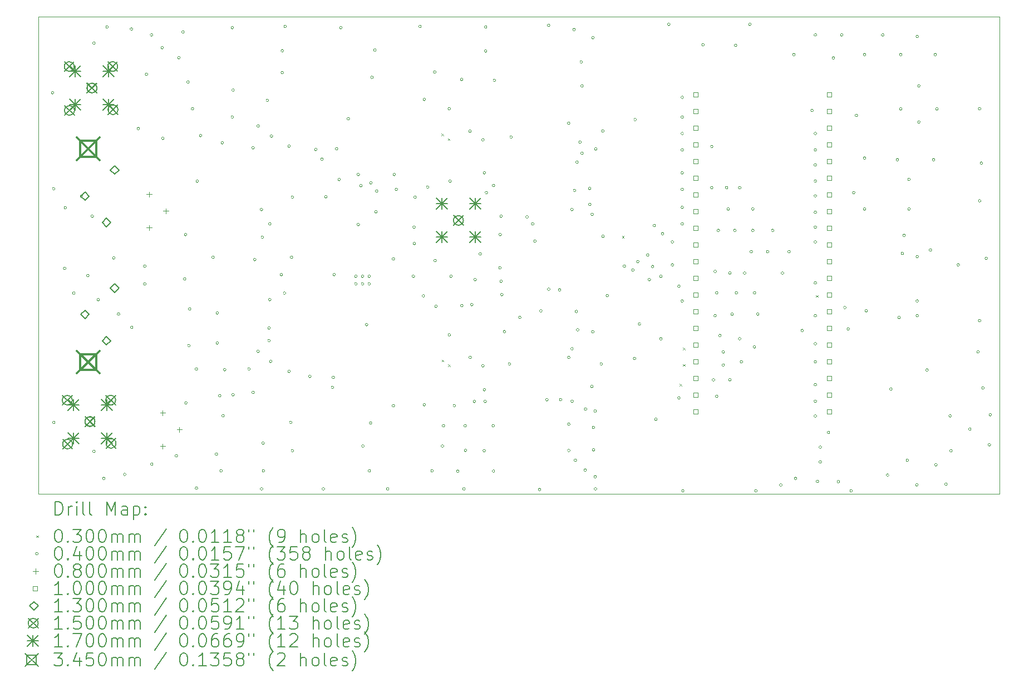
<source format=gbr>
%TF.GenerationSoftware,KiCad,Pcbnew,8.0.1*%
%TF.CreationDate,2024-10-20T11:36:08+02:00*%
%TF.ProjectId,MISRC_v2.2,4d495352-435f-4763-922e-322e6b696361,0.3*%
%TF.SameCoordinates,Original*%
%TF.FileFunction,Drillmap*%
%TF.FilePolarity,Positive*%
%FSLAX45Y45*%
G04 Gerber Fmt 4.5, Leading zero omitted, Abs format (unit mm)*
G04 Created by KiCad (PCBNEW 8.0.1) date 2024-10-20 11:36:08*
%MOMM*%
%LPD*%
G01*
G04 APERTURE LIST*
%ADD10C,0.100000*%
%ADD11C,0.200000*%
%ADD12C,0.130000*%
%ADD13C,0.150000*%
%ADD14C,0.170000*%
%ADD15C,0.345000*%
G04 APERTURE END LIST*
D10*
X20675000Y-13589400D02*
X20675000Y-6325000D01*
X6057300Y-13589000D02*
X20675000Y-13589000D01*
X20675600Y-6324600D02*
X6057900Y-6324600D01*
X6057900Y-6324600D02*
X6057900Y-13589000D01*
D11*
D10*
X12188400Y-8100300D02*
X12218400Y-8130300D01*
X12218400Y-8100300D02*
X12188400Y-8130300D01*
X12189700Y-11542000D02*
X12219700Y-11572000D01*
X12219700Y-11542000D02*
X12189700Y-11572000D01*
X12285501Y-8174694D02*
X12315501Y-8204694D01*
X12315501Y-8174694D02*
X12285501Y-8204694D01*
X12286801Y-11616394D02*
X12316801Y-11646394D01*
X12316801Y-11616394D02*
X12286801Y-11646394D01*
X14935000Y-9660000D02*
X14965000Y-9690000D01*
X14965000Y-9660000D02*
X14935000Y-9690000D01*
X15810000Y-11910000D02*
X15840000Y-11940000D01*
X15840000Y-11910000D02*
X15810000Y-11940000D01*
X15860000Y-11360000D02*
X15890000Y-11390000D01*
X15890000Y-11360000D02*
X15860000Y-11390000D01*
X15860000Y-11610000D02*
X15890000Y-11640000D01*
X15890000Y-11610000D02*
X15860000Y-11640000D01*
X17885000Y-10560000D02*
X17915000Y-10590000D01*
X17915000Y-10560000D02*
X17885000Y-10590000D01*
X6290000Y-7480000D02*
G75*
G02*
X6250000Y-7480000I-20000J0D01*
G01*
X6250000Y-7480000D02*
G75*
G02*
X6290000Y-7480000I20000J0D01*
G01*
X6306500Y-8940800D02*
G75*
G02*
X6266500Y-8940800I-20000J0D01*
G01*
X6266500Y-8940800D02*
G75*
G02*
X6306500Y-8940800I20000J0D01*
G01*
X6310000Y-12500000D02*
G75*
G02*
X6270000Y-12500000I-20000J0D01*
G01*
X6270000Y-12500000D02*
G75*
G02*
X6310000Y-12500000I20000J0D01*
G01*
X6475000Y-10155000D02*
G75*
G02*
X6435000Y-10155000I-20000J0D01*
G01*
X6435000Y-10155000D02*
G75*
G02*
X6475000Y-10155000I20000J0D01*
G01*
X6485000Y-9230000D02*
G75*
G02*
X6445000Y-9230000I-20000J0D01*
G01*
X6445000Y-9230000D02*
G75*
G02*
X6485000Y-9230000I20000J0D01*
G01*
X6615000Y-10530000D02*
G75*
G02*
X6575000Y-10530000I-20000J0D01*
G01*
X6575000Y-10530000D02*
G75*
G02*
X6615000Y-10530000I20000J0D01*
G01*
X6730000Y-9055000D02*
G75*
G02*
X6690000Y-9055000I-20000J0D01*
G01*
X6690000Y-9055000D02*
G75*
G02*
X6730000Y-9055000I20000J0D01*
G01*
X6827200Y-10261600D02*
G75*
G02*
X6787200Y-10261600I-20000J0D01*
G01*
X6787200Y-10261600D02*
G75*
G02*
X6827200Y-10261600I20000J0D01*
G01*
X6895000Y-9360000D02*
G75*
G02*
X6855000Y-9360000I-20000J0D01*
G01*
X6855000Y-9360000D02*
G75*
G02*
X6895000Y-9360000I20000J0D01*
G01*
X6920000Y-6725000D02*
G75*
G02*
X6880000Y-6725000I-20000J0D01*
G01*
X6880000Y-6725000D02*
G75*
G02*
X6920000Y-6725000I20000J0D01*
G01*
X6920000Y-12940000D02*
G75*
G02*
X6880000Y-12940000I-20000J0D01*
G01*
X6880000Y-12940000D02*
G75*
G02*
X6920000Y-12940000I20000J0D01*
G01*
X6985000Y-10630000D02*
G75*
G02*
X6945000Y-10630000I-20000J0D01*
G01*
X6945000Y-10630000D02*
G75*
G02*
X6985000Y-10630000I20000J0D01*
G01*
X7070000Y-13350000D02*
G75*
G02*
X7030000Y-13350000I-20000J0D01*
G01*
X7030000Y-13350000D02*
G75*
G02*
X7070000Y-13350000I20000J0D01*
G01*
X7120000Y-6480000D02*
G75*
G02*
X7080000Y-6480000I-20000J0D01*
G01*
X7080000Y-6480000D02*
G75*
G02*
X7120000Y-6480000I20000J0D01*
G01*
X7220900Y-9994900D02*
G75*
G02*
X7180900Y-9994900I-20000J0D01*
G01*
X7180900Y-9994900D02*
G75*
G02*
X7220900Y-9994900I20000J0D01*
G01*
X7295000Y-10850000D02*
G75*
G02*
X7255000Y-10850000I-20000J0D01*
G01*
X7255000Y-10850000D02*
G75*
G02*
X7295000Y-10850000I20000J0D01*
G01*
X7390000Y-13290000D02*
G75*
G02*
X7350000Y-13290000I-20000J0D01*
G01*
X7350000Y-13290000D02*
G75*
G02*
X7390000Y-13290000I20000J0D01*
G01*
X7490000Y-6510000D02*
G75*
G02*
X7450000Y-6510000I-20000J0D01*
G01*
X7450000Y-6510000D02*
G75*
G02*
X7490000Y-6510000I20000J0D01*
G01*
X7495000Y-11050000D02*
G75*
G02*
X7455000Y-11050000I-20000J0D01*
G01*
X7455000Y-11050000D02*
G75*
G02*
X7495000Y-11050000I20000J0D01*
G01*
X7595000Y-8025000D02*
G75*
G02*
X7555000Y-8025000I-20000J0D01*
G01*
X7555000Y-8025000D02*
G75*
G02*
X7595000Y-8025000I20000J0D01*
G01*
X7695000Y-10120000D02*
G75*
G02*
X7655000Y-10120000I-20000J0D01*
G01*
X7655000Y-10120000D02*
G75*
G02*
X7695000Y-10120000I20000J0D01*
G01*
X7695000Y-10390000D02*
G75*
G02*
X7655000Y-10390000I-20000J0D01*
G01*
X7655000Y-10390000D02*
G75*
G02*
X7695000Y-10390000I20000J0D01*
G01*
X7720000Y-7200000D02*
G75*
G02*
X7680000Y-7200000I-20000J0D01*
G01*
X7680000Y-7200000D02*
G75*
G02*
X7720000Y-7200000I20000J0D01*
G01*
X7795000Y-6600000D02*
G75*
G02*
X7755000Y-6600000I-20000J0D01*
G01*
X7755000Y-6600000D02*
G75*
G02*
X7795000Y-6600000I20000J0D01*
G01*
X7800000Y-13135000D02*
G75*
G02*
X7760000Y-13135000I-20000J0D01*
G01*
X7760000Y-13135000D02*
G75*
G02*
X7800000Y-13135000I20000J0D01*
G01*
X7957500Y-6794500D02*
G75*
G02*
X7917500Y-6794500I-20000J0D01*
G01*
X7917500Y-6794500D02*
G75*
G02*
X7957500Y-6794500I20000J0D01*
G01*
X7970000Y-8175000D02*
G75*
G02*
X7930000Y-8175000I-20000J0D01*
G01*
X7930000Y-8175000D02*
G75*
G02*
X7970000Y-8175000I20000J0D01*
G01*
X8173400Y-13005000D02*
G75*
G02*
X8133400Y-13005000I-20000J0D01*
G01*
X8133400Y-13005000D02*
G75*
G02*
X8173400Y-13005000I20000J0D01*
G01*
X8211500Y-6946900D02*
G75*
G02*
X8171500Y-6946900I-20000J0D01*
G01*
X8171500Y-6946900D02*
G75*
G02*
X8211500Y-6946900I20000J0D01*
G01*
X8275000Y-6553200D02*
G75*
G02*
X8235000Y-6553200I-20000J0D01*
G01*
X8235000Y-6553200D02*
G75*
G02*
X8275000Y-6553200I20000J0D01*
G01*
X8300400Y-10312400D02*
G75*
G02*
X8260400Y-10312400I-20000J0D01*
G01*
X8260400Y-10312400D02*
G75*
G02*
X8300400Y-10312400I20000J0D01*
G01*
X8313100Y-9639300D02*
G75*
G02*
X8273100Y-9639300I-20000J0D01*
G01*
X8273100Y-9639300D02*
G75*
G02*
X8313100Y-9639300I20000J0D01*
G01*
X8320000Y-12200000D02*
G75*
G02*
X8280000Y-12200000I-20000J0D01*
G01*
X8280000Y-12200000D02*
G75*
G02*
X8320000Y-12200000I20000J0D01*
G01*
X8351200Y-7315200D02*
G75*
G02*
X8311200Y-7315200I-20000J0D01*
G01*
X8311200Y-7315200D02*
G75*
G02*
X8351200Y-7315200I20000J0D01*
G01*
X8363900Y-11328400D02*
G75*
G02*
X8323900Y-11328400I-20000J0D01*
G01*
X8323900Y-11328400D02*
G75*
G02*
X8363900Y-11328400I20000J0D01*
G01*
X8376600Y-10769600D02*
G75*
G02*
X8336600Y-10769600I-20000J0D01*
G01*
X8336600Y-10769600D02*
G75*
G02*
X8376600Y-10769600I20000J0D01*
G01*
X8420000Y-7725000D02*
G75*
G02*
X8380000Y-7725000I-20000J0D01*
G01*
X8380000Y-7725000D02*
G75*
G02*
X8420000Y-7725000I20000J0D01*
G01*
X8478200Y-11684000D02*
G75*
G02*
X8438200Y-11684000I-20000J0D01*
G01*
X8438200Y-11684000D02*
G75*
G02*
X8478200Y-11684000I20000J0D01*
G01*
X8480000Y-13500000D02*
G75*
G02*
X8440000Y-13500000I-20000J0D01*
G01*
X8440000Y-13500000D02*
G75*
G02*
X8480000Y-13500000I20000J0D01*
G01*
X8490900Y-8826500D02*
G75*
G02*
X8450900Y-8826500I-20000J0D01*
G01*
X8450900Y-8826500D02*
G75*
G02*
X8490900Y-8826500I20000J0D01*
G01*
X8541700Y-8132300D02*
G75*
G02*
X8501700Y-8132300I-20000J0D01*
G01*
X8501700Y-8132300D02*
G75*
G02*
X8541700Y-8132300I20000J0D01*
G01*
X8732200Y-9982200D02*
G75*
G02*
X8692200Y-9982200I-20000J0D01*
G01*
X8692200Y-9982200D02*
G75*
G02*
X8732200Y-9982200I20000J0D01*
G01*
X8783000Y-12979400D02*
G75*
G02*
X8743000Y-12979400I-20000J0D01*
G01*
X8743000Y-12979400D02*
G75*
G02*
X8783000Y-12979400I20000J0D01*
G01*
X8795700Y-10833100D02*
G75*
G02*
X8755700Y-10833100I-20000J0D01*
G01*
X8755700Y-10833100D02*
G75*
G02*
X8795700Y-10833100I20000J0D01*
G01*
X8795700Y-11290300D02*
G75*
G02*
X8755700Y-11290300I-20000J0D01*
G01*
X8755700Y-11290300D02*
G75*
G02*
X8795700Y-11290300I20000J0D01*
G01*
X8833800Y-12090400D02*
G75*
G02*
X8793800Y-12090400I-20000J0D01*
G01*
X8793800Y-12090400D02*
G75*
G02*
X8833800Y-12090400I20000J0D01*
G01*
X8855000Y-13235000D02*
G75*
G02*
X8815000Y-13235000I-20000J0D01*
G01*
X8815000Y-13235000D02*
G75*
G02*
X8855000Y-13235000I20000J0D01*
G01*
X8871900Y-8242300D02*
G75*
G02*
X8831900Y-8242300I-20000J0D01*
G01*
X8831900Y-8242300D02*
G75*
G02*
X8871900Y-8242300I20000J0D01*
G01*
X8884600Y-12395200D02*
G75*
G02*
X8844600Y-12395200I-20000J0D01*
G01*
X8844600Y-12395200D02*
G75*
G02*
X8884600Y-12395200I20000J0D01*
G01*
X8910000Y-11696700D02*
G75*
G02*
X8870000Y-11696700I-20000J0D01*
G01*
X8870000Y-11696700D02*
G75*
G02*
X8910000Y-11696700I20000J0D01*
G01*
X9024300Y-6489700D02*
G75*
G02*
X8984300Y-6489700I-20000J0D01*
G01*
X8984300Y-6489700D02*
G75*
G02*
X9024300Y-6489700I20000J0D01*
G01*
X9024300Y-7848600D02*
G75*
G02*
X8984300Y-7848600I-20000J0D01*
G01*
X8984300Y-7848600D02*
G75*
G02*
X9024300Y-7848600I20000J0D01*
G01*
X9037000Y-7440000D02*
G75*
G02*
X8997000Y-7440000I-20000J0D01*
G01*
X8997000Y-7440000D02*
G75*
G02*
X9037000Y-7440000I20000J0D01*
G01*
X9037000Y-12077700D02*
G75*
G02*
X8997000Y-12077700I-20000J0D01*
G01*
X8997000Y-12077700D02*
G75*
G02*
X9037000Y-12077700I20000J0D01*
G01*
X9278300Y-11684000D02*
G75*
G02*
X9238300Y-11684000I-20000J0D01*
G01*
X9238300Y-11684000D02*
G75*
G02*
X9278300Y-11684000I20000J0D01*
G01*
X9341800Y-8318500D02*
G75*
G02*
X9301800Y-8318500I-20000J0D01*
G01*
X9301800Y-8318500D02*
G75*
G02*
X9341800Y-8318500I20000J0D01*
G01*
X9341800Y-12039600D02*
G75*
G02*
X9301800Y-12039600I-20000J0D01*
G01*
X9301800Y-12039600D02*
G75*
G02*
X9341800Y-12039600I20000J0D01*
G01*
X9367200Y-10020300D02*
G75*
G02*
X9327200Y-10020300I-20000J0D01*
G01*
X9327200Y-10020300D02*
G75*
G02*
X9367200Y-10020300I20000J0D01*
G01*
X9418000Y-7987800D02*
G75*
G02*
X9378000Y-7987800I-20000J0D01*
G01*
X9378000Y-7987800D02*
G75*
G02*
X9418000Y-7987800I20000J0D01*
G01*
X9418000Y-11417300D02*
G75*
G02*
X9378000Y-11417300I-20000J0D01*
G01*
X9378000Y-11417300D02*
G75*
G02*
X9418000Y-11417300I20000J0D01*
G01*
X9468800Y-9258300D02*
G75*
G02*
X9428800Y-9258300I-20000J0D01*
G01*
X9428800Y-9258300D02*
G75*
G02*
X9468800Y-9258300I20000J0D01*
G01*
X9470000Y-13510000D02*
G75*
G02*
X9430000Y-13510000I-20000J0D01*
G01*
X9430000Y-13510000D02*
G75*
G02*
X9470000Y-13510000I20000J0D01*
G01*
X9481500Y-9677400D02*
G75*
G02*
X9441500Y-9677400I-20000J0D01*
G01*
X9441500Y-9677400D02*
G75*
G02*
X9481500Y-9677400I20000J0D01*
G01*
X9494200Y-12814300D02*
G75*
G02*
X9454200Y-12814300I-20000J0D01*
G01*
X9454200Y-12814300D02*
G75*
G02*
X9494200Y-12814300I20000J0D01*
G01*
X9500000Y-13235000D02*
G75*
G02*
X9460000Y-13235000I-20000J0D01*
G01*
X9460000Y-13235000D02*
G75*
G02*
X9500000Y-13235000I20000J0D01*
G01*
X9557700Y-7594600D02*
G75*
G02*
X9517700Y-7594600I-20000J0D01*
G01*
X9517700Y-7594600D02*
G75*
G02*
X9557700Y-7594600I20000J0D01*
G01*
X9583100Y-11061700D02*
G75*
G02*
X9543100Y-11061700I-20000J0D01*
G01*
X9543100Y-11061700D02*
G75*
G02*
X9583100Y-11061700I20000J0D01*
G01*
X9583100Y-11252200D02*
G75*
G02*
X9543100Y-11252200I-20000J0D01*
G01*
X9543100Y-11252200D02*
G75*
G02*
X9583100Y-11252200I20000J0D01*
G01*
X9595800Y-9474200D02*
G75*
G02*
X9555800Y-9474200I-20000J0D01*
G01*
X9555800Y-9474200D02*
G75*
G02*
X9595800Y-9474200I20000J0D01*
G01*
X9595800Y-10629900D02*
G75*
G02*
X9555800Y-10629900I-20000J0D01*
G01*
X9555800Y-10629900D02*
G75*
G02*
X9595800Y-10629900I20000J0D01*
G01*
X9608500Y-11569700D02*
G75*
G02*
X9568500Y-11569700I-20000J0D01*
G01*
X9568500Y-11569700D02*
G75*
G02*
X9608500Y-11569700I20000J0D01*
G01*
X9621200Y-8140700D02*
G75*
G02*
X9581200Y-8140700I-20000J0D01*
G01*
X9581200Y-8140700D02*
G75*
G02*
X9621200Y-8140700I20000J0D01*
G01*
X9770000Y-10250000D02*
G75*
G02*
X9730000Y-10250000I-20000J0D01*
G01*
X9730000Y-10250000D02*
G75*
G02*
X9770000Y-10250000I20000J0D01*
G01*
X9785000Y-6840000D02*
G75*
G02*
X9745000Y-6840000I-20000J0D01*
G01*
X9745000Y-6840000D02*
G75*
G02*
X9785000Y-6840000I20000J0D01*
G01*
X9785000Y-7175000D02*
G75*
G02*
X9745000Y-7175000I-20000J0D01*
G01*
X9745000Y-7175000D02*
G75*
G02*
X9785000Y-7175000I20000J0D01*
G01*
X9819320Y-10530840D02*
G75*
G02*
X9779320Y-10530840I-20000J0D01*
G01*
X9779320Y-10530840D02*
G75*
G02*
X9819320Y-10530840I20000J0D01*
G01*
X9830000Y-6470000D02*
G75*
G02*
X9790000Y-6470000I-20000J0D01*
G01*
X9790000Y-6470000D02*
G75*
G02*
X9830000Y-6470000I20000J0D01*
G01*
X9887900Y-8293100D02*
G75*
G02*
X9847900Y-8293100I-20000J0D01*
G01*
X9847900Y-8293100D02*
G75*
G02*
X9887900Y-8293100I20000J0D01*
G01*
X9887900Y-11722100D02*
G75*
G02*
X9847900Y-11722100I-20000J0D01*
G01*
X9847900Y-11722100D02*
G75*
G02*
X9887900Y-11722100I20000J0D01*
G01*
X9913300Y-12496800D02*
G75*
G02*
X9873300Y-12496800I-20000J0D01*
G01*
X9873300Y-12496800D02*
G75*
G02*
X9913300Y-12496800I20000J0D01*
G01*
X9926000Y-9982200D02*
G75*
G02*
X9886000Y-9982200I-20000J0D01*
G01*
X9886000Y-9982200D02*
G75*
G02*
X9926000Y-9982200I20000J0D01*
G01*
X9938700Y-9067800D02*
G75*
G02*
X9898700Y-9067800I-20000J0D01*
G01*
X9898700Y-9067800D02*
G75*
G02*
X9938700Y-9067800I20000J0D01*
G01*
X9938700Y-12928600D02*
G75*
G02*
X9898700Y-12928600I-20000J0D01*
G01*
X9898700Y-12928600D02*
G75*
G02*
X9938700Y-12928600I20000J0D01*
G01*
X10205400Y-11798300D02*
G75*
G02*
X10165400Y-11798300I-20000J0D01*
G01*
X10165400Y-11798300D02*
G75*
G02*
X10205400Y-11798300I20000J0D01*
G01*
X10294300Y-8343900D02*
G75*
G02*
X10254300Y-8343900I-20000J0D01*
G01*
X10254300Y-8343900D02*
G75*
G02*
X10294300Y-8343900I20000J0D01*
G01*
X10390000Y-8490000D02*
G75*
G02*
X10350000Y-8490000I-20000J0D01*
G01*
X10350000Y-8490000D02*
G75*
G02*
X10390000Y-8490000I20000J0D01*
G01*
X10410000Y-13510000D02*
G75*
G02*
X10370000Y-13510000I-20000J0D01*
G01*
X10370000Y-13510000D02*
G75*
G02*
X10410000Y-13510000I20000J0D01*
G01*
X10449240Y-9062720D02*
G75*
G02*
X10409240Y-9062720I-20000J0D01*
G01*
X10409240Y-9062720D02*
G75*
G02*
X10449240Y-9062720I20000J0D01*
G01*
X10548300Y-11963400D02*
G75*
G02*
X10508300Y-11963400I-20000J0D01*
G01*
X10508300Y-11963400D02*
G75*
G02*
X10548300Y-11963400I20000J0D01*
G01*
X10561000Y-11811000D02*
G75*
G02*
X10521000Y-11811000I-20000J0D01*
G01*
X10521000Y-11811000D02*
G75*
G02*
X10561000Y-11811000I20000J0D01*
G01*
X10573700Y-10248900D02*
G75*
G02*
X10533700Y-10248900I-20000J0D01*
G01*
X10533700Y-10248900D02*
G75*
G02*
X10573700Y-10248900I20000J0D01*
G01*
X10611800Y-8331200D02*
G75*
G02*
X10571800Y-8331200I-20000J0D01*
G01*
X10571800Y-8331200D02*
G75*
G02*
X10611800Y-8331200I20000J0D01*
G01*
X10649900Y-8801100D02*
G75*
G02*
X10609900Y-8801100I-20000J0D01*
G01*
X10609900Y-8801100D02*
G75*
G02*
X10649900Y-8801100I20000J0D01*
G01*
X10675300Y-6489700D02*
G75*
G02*
X10635300Y-6489700I-20000J0D01*
G01*
X10635300Y-6489700D02*
G75*
G02*
X10675300Y-6489700I20000J0D01*
G01*
X10789600Y-7874000D02*
G75*
G02*
X10749600Y-7874000I-20000J0D01*
G01*
X10749600Y-7874000D02*
G75*
G02*
X10789600Y-7874000I20000J0D01*
G01*
X10903900Y-10274300D02*
G75*
G02*
X10863900Y-10274300I-20000J0D01*
G01*
X10863900Y-10274300D02*
G75*
G02*
X10903900Y-10274300I20000J0D01*
G01*
X10903900Y-10388600D02*
G75*
G02*
X10863900Y-10388600I-20000J0D01*
G01*
X10863900Y-10388600D02*
G75*
G02*
X10903900Y-10388600I20000J0D01*
G01*
X10942000Y-8724900D02*
G75*
G02*
X10902000Y-8724900I-20000J0D01*
G01*
X10902000Y-8724900D02*
G75*
G02*
X10942000Y-8724900I20000J0D01*
G01*
X10942000Y-9486900D02*
G75*
G02*
X10902000Y-9486900I-20000J0D01*
G01*
X10902000Y-9486900D02*
G75*
G02*
X10942000Y-9486900I20000J0D01*
G01*
X10982640Y-8895080D02*
G75*
G02*
X10942640Y-8895080I-20000J0D01*
G01*
X10942640Y-8895080D02*
G75*
G02*
X10982640Y-8895080I20000J0D01*
G01*
X11005500Y-10274300D02*
G75*
G02*
X10965500Y-10274300I-20000J0D01*
G01*
X10965500Y-10274300D02*
G75*
G02*
X11005500Y-10274300I20000J0D01*
G01*
X11005500Y-10388600D02*
G75*
G02*
X10965500Y-10388600I-20000J0D01*
G01*
X10965500Y-10388600D02*
G75*
G02*
X11005500Y-10388600I20000J0D01*
G01*
X11013120Y-12857480D02*
G75*
G02*
X10973120Y-12857480I-20000J0D01*
G01*
X10973120Y-12857480D02*
G75*
G02*
X11013120Y-12857480I20000J0D01*
G01*
X11069000Y-11010900D02*
G75*
G02*
X11029000Y-11010900I-20000J0D01*
G01*
X11029000Y-11010900D02*
G75*
G02*
X11069000Y-11010900I20000J0D01*
G01*
X11107100Y-10274300D02*
G75*
G02*
X11067100Y-10274300I-20000J0D01*
G01*
X11067100Y-10274300D02*
G75*
G02*
X11107100Y-10274300I20000J0D01*
G01*
X11107100Y-10388600D02*
G75*
G02*
X11067100Y-10388600I-20000J0D01*
G01*
X11067100Y-10388600D02*
G75*
G02*
X11107100Y-10388600I20000J0D01*
G01*
X11110000Y-13235000D02*
G75*
G02*
X11070000Y-13235000I-20000J0D01*
G01*
X11070000Y-13235000D02*
G75*
G02*
X11110000Y-13235000I20000J0D01*
G01*
X11129960Y-12506960D02*
G75*
G02*
X11089960Y-12506960I-20000J0D01*
G01*
X11089960Y-12506960D02*
G75*
G02*
X11129960Y-12506960I20000J0D01*
G01*
X11132500Y-8851900D02*
G75*
G02*
X11092500Y-8851900I-20000J0D01*
G01*
X11092500Y-8851900D02*
G75*
G02*
X11132500Y-8851900I20000J0D01*
G01*
X11150000Y-7245000D02*
G75*
G02*
X11110000Y-7245000I-20000J0D01*
G01*
X11110000Y-7245000D02*
G75*
G02*
X11150000Y-7245000I20000J0D01*
G01*
X11195000Y-6830000D02*
G75*
G02*
X11155000Y-6830000I-20000J0D01*
G01*
X11155000Y-6830000D02*
G75*
G02*
X11195000Y-6830000I20000J0D01*
G01*
X11211240Y-9291320D02*
G75*
G02*
X11171240Y-9291320I-20000J0D01*
G01*
X11171240Y-9291320D02*
G75*
G02*
X11211240Y-9291320I20000J0D01*
G01*
X11221400Y-8976360D02*
G75*
G02*
X11181400Y-8976360I-20000J0D01*
G01*
X11181400Y-8976360D02*
G75*
G02*
X11221400Y-8976360I20000J0D01*
G01*
X11390000Y-13510000D02*
G75*
G02*
X11350000Y-13510000I-20000J0D01*
G01*
X11350000Y-13510000D02*
G75*
G02*
X11390000Y-13510000I20000J0D01*
G01*
X11475000Y-10010000D02*
G75*
G02*
X11435000Y-10010000I-20000J0D01*
G01*
X11435000Y-10010000D02*
G75*
G02*
X11475000Y-10010000I20000J0D01*
G01*
X11475400Y-12242800D02*
G75*
G02*
X11435400Y-12242800I-20000J0D01*
G01*
X11435400Y-12242800D02*
G75*
G02*
X11475400Y-12242800I20000J0D01*
G01*
X11488100Y-8724900D02*
G75*
G02*
X11448100Y-8724900I-20000J0D01*
G01*
X11448100Y-8724900D02*
G75*
G02*
X11488100Y-8724900I20000J0D01*
G01*
X11520000Y-8950000D02*
G75*
G02*
X11480000Y-8950000I-20000J0D01*
G01*
X11480000Y-8950000D02*
G75*
G02*
X11520000Y-8950000I20000J0D01*
G01*
X11780200Y-10274300D02*
G75*
G02*
X11740200Y-10274300I-20000J0D01*
G01*
X11740200Y-10274300D02*
G75*
G02*
X11780200Y-10274300I20000J0D01*
G01*
X11790360Y-9525000D02*
G75*
G02*
X11750360Y-9525000I-20000J0D01*
G01*
X11750360Y-9525000D02*
G75*
G02*
X11790360Y-9525000I20000J0D01*
G01*
X11795440Y-9773920D02*
G75*
G02*
X11755440Y-9773920I-20000J0D01*
G01*
X11755440Y-9773920D02*
G75*
G02*
X11795440Y-9773920I20000J0D01*
G01*
X11805600Y-9067800D02*
G75*
G02*
X11765600Y-9067800I-20000J0D01*
G01*
X11765600Y-9067800D02*
G75*
G02*
X11805600Y-9067800I20000J0D01*
G01*
X11880000Y-6470000D02*
G75*
G02*
X11840000Y-6470000I-20000J0D01*
G01*
X11840000Y-6470000D02*
G75*
G02*
X11880000Y-6470000I20000J0D01*
G01*
X11932600Y-10572500D02*
G75*
G02*
X11892600Y-10572500I-20000J0D01*
G01*
X11892600Y-10572500D02*
G75*
G02*
X11932600Y-10572500I20000J0D01*
G01*
X11945300Y-7581900D02*
G75*
G02*
X11905300Y-7581900I-20000J0D01*
G01*
X11905300Y-7581900D02*
G75*
G02*
X11945300Y-7581900I20000J0D01*
G01*
X11945300Y-12230100D02*
G75*
G02*
X11905300Y-12230100I-20000J0D01*
G01*
X11905300Y-12230100D02*
G75*
G02*
X11945300Y-12230100I20000J0D01*
G01*
X11996100Y-8915400D02*
G75*
G02*
X11956100Y-8915400I-20000J0D01*
G01*
X11956100Y-8915400D02*
G75*
G02*
X11996100Y-8915400I20000J0D01*
G01*
X12065000Y-13235000D02*
G75*
G02*
X12025000Y-13235000I-20000J0D01*
G01*
X12025000Y-13235000D02*
G75*
G02*
X12065000Y-13235000I20000J0D01*
G01*
X12105000Y-7165000D02*
G75*
G02*
X12065000Y-7165000I-20000J0D01*
G01*
X12065000Y-7165000D02*
G75*
G02*
X12105000Y-7165000I20000J0D01*
G01*
X12110400Y-10033000D02*
G75*
G02*
X12070400Y-10033000I-20000J0D01*
G01*
X12070400Y-10033000D02*
G75*
G02*
X12110400Y-10033000I20000J0D01*
G01*
X12123100Y-10731500D02*
G75*
G02*
X12083100Y-10731500I-20000J0D01*
G01*
X12083100Y-10731500D02*
G75*
G02*
X12123100Y-10731500I20000J0D01*
G01*
X12222160Y-12857480D02*
G75*
G02*
X12182160Y-12857480I-20000J0D01*
G01*
X12182160Y-12857480D02*
G75*
G02*
X12222160Y-12857480I20000J0D01*
G01*
X12237400Y-12550000D02*
G75*
G02*
X12197400Y-12550000I-20000J0D01*
G01*
X12197400Y-12550000D02*
G75*
G02*
X12237400Y-12550000I20000J0D01*
G01*
X12325000Y-7723950D02*
G75*
G02*
X12285000Y-7723950I-20000J0D01*
G01*
X12285000Y-7723950D02*
G75*
G02*
X12325000Y-7723950I20000J0D01*
G01*
X12326300Y-11165650D02*
G75*
G02*
X12286300Y-11165650I-20000J0D01*
G01*
X12286300Y-11165650D02*
G75*
G02*
X12326300Y-11165650I20000J0D01*
G01*
X12339000Y-8826500D02*
G75*
G02*
X12299000Y-8826500I-20000J0D01*
G01*
X12299000Y-8826500D02*
G75*
G02*
X12339000Y-8826500I20000J0D01*
G01*
X12351700Y-10274300D02*
G75*
G02*
X12311700Y-10274300I-20000J0D01*
G01*
X12311700Y-10274300D02*
G75*
G02*
X12351700Y-10274300I20000J0D01*
G01*
X12402500Y-12242800D02*
G75*
G02*
X12362500Y-12242800I-20000J0D01*
G01*
X12362500Y-12242800D02*
G75*
G02*
X12402500Y-12242800I20000J0D01*
G01*
X12455000Y-13240000D02*
G75*
G02*
X12415000Y-13240000I-20000J0D01*
G01*
X12415000Y-13240000D02*
G75*
G02*
X12455000Y-13240000I20000J0D01*
G01*
X12515500Y-7277100D02*
G75*
G02*
X12475500Y-7277100I-20000J0D01*
G01*
X12475500Y-7277100D02*
G75*
G02*
X12515500Y-7277100I20000J0D01*
G01*
X12516800Y-10718800D02*
G75*
G02*
X12476800Y-10718800I-20000J0D01*
G01*
X12476800Y-10718800D02*
G75*
G02*
X12516800Y-10718800I20000J0D01*
G01*
X12550000Y-13510000D02*
G75*
G02*
X12510000Y-13510000I-20000J0D01*
G01*
X12510000Y-13510000D02*
G75*
G02*
X12550000Y-13510000I20000J0D01*
G01*
X12567600Y-12550000D02*
G75*
G02*
X12527600Y-12550000I-20000J0D01*
G01*
X12527600Y-12550000D02*
G75*
G02*
X12567600Y-12550000I20000J0D01*
G01*
X12572680Y-12923520D02*
G75*
G02*
X12532680Y-12923520I-20000J0D01*
G01*
X12532680Y-12923520D02*
G75*
G02*
X12572680Y-12923520I20000J0D01*
G01*
X12642500Y-8064500D02*
G75*
G02*
X12602500Y-8064500I-20000J0D01*
G01*
X12602500Y-8064500D02*
G75*
G02*
X12642500Y-8064500I20000J0D01*
G01*
X12643800Y-11506200D02*
G75*
G02*
X12603800Y-11506200I-20000J0D01*
G01*
X12603800Y-11506200D02*
G75*
G02*
X12643800Y-11506200I20000J0D01*
G01*
X12669200Y-10706100D02*
G75*
G02*
X12629200Y-10706100I-20000J0D01*
G01*
X12629200Y-10706100D02*
G75*
G02*
X12669200Y-10706100I20000J0D01*
G01*
X12707300Y-12179300D02*
G75*
G02*
X12667300Y-12179300I-20000J0D01*
G01*
X12667300Y-12179300D02*
G75*
G02*
X12707300Y-12179300I20000J0D01*
G01*
X12720000Y-10325000D02*
G75*
G02*
X12680000Y-10325000I-20000J0D01*
G01*
X12680000Y-10325000D02*
G75*
G02*
X12720000Y-10325000I20000J0D01*
G01*
X12796200Y-9931400D02*
G75*
G02*
X12756200Y-9931400I-20000J0D01*
G01*
X12756200Y-9931400D02*
G75*
G02*
X12796200Y-9931400I20000J0D01*
G01*
X12838400Y-8195600D02*
G75*
G02*
X12798400Y-8195600I-20000J0D01*
G01*
X12798400Y-8195600D02*
G75*
G02*
X12838400Y-8195600I20000J0D01*
G01*
X12838400Y-11637300D02*
G75*
G02*
X12798400Y-11637300I-20000J0D01*
G01*
X12798400Y-11637300D02*
G75*
G02*
X12838400Y-11637300I20000J0D01*
G01*
X12857160Y-12928600D02*
G75*
G02*
X12817160Y-12928600I-20000J0D01*
G01*
X12817160Y-12928600D02*
G75*
G02*
X12857160Y-12928600I20000J0D01*
G01*
X12859700Y-8699500D02*
G75*
G02*
X12819700Y-8699500I-20000J0D01*
G01*
X12819700Y-8699500D02*
G75*
G02*
X12859700Y-8699500I20000J0D01*
G01*
X12859700Y-12001500D02*
G75*
G02*
X12819700Y-12001500I-20000J0D01*
G01*
X12819700Y-12001500D02*
G75*
G02*
X12859700Y-12001500I20000J0D01*
G01*
X12872400Y-12179300D02*
G75*
G02*
X12832400Y-12179300I-20000J0D01*
G01*
X12832400Y-12179300D02*
G75*
G02*
X12872400Y-12179300I20000J0D01*
G01*
X12880000Y-6480000D02*
G75*
G02*
X12840000Y-6480000I-20000J0D01*
G01*
X12840000Y-6480000D02*
G75*
G02*
X12880000Y-6480000I20000J0D01*
G01*
X12880000Y-6845000D02*
G75*
G02*
X12840000Y-6845000I-20000J0D01*
G01*
X12840000Y-6845000D02*
G75*
G02*
X12880000Y-6845000I20000J0D01*
G01*
X12890000Y-9000000D02*
G75*
G02*
X12850000Y-9000000I-20000J0D01*
G01*
X12850000Y-9000000D02*
G75*
G02*
X12890000Y-9000000I20000J0D01*
G01*
X12995000Y-12550000D02*
G75*
G02*
X12955000Y-12550000I-20000J0D01*
G01*
X12955000Y-12550000D02*
G75*
G02*
X12995000Y-12550000I20000J0D01*
G01*
X12999400Y-8890000D02*
G75*
G02*
X12959400Y-8890000I-20000J0D01*
G01*
X12959400Y-8890000D02*
G75*
G02*
X12999400Y-8890000I20000J0D01*
G01*
X12999400Y-13240000D02*
G75*
G02*
X12959400Y-13240000I-20000J0D01*
G01*
X12959400Y-13240000D02*
G75*
G02*
X12999400Y-13240000I20000J0D01*
G01*
X13012100Y-7289800D02*
G75*
G02*
X12972100Y-7289800I-20000J0D01*
G01*
X12972100Y-7289800D02*
G75*
G02*
X13012100Y-7289800I20000J0D01*
G01*
X13097751Y-10145493D02*
G75*
G02*
X13057751Y-10145493I-20000J0D01*
G01*
X13057751Y-10145493D02*
G75*
G02*
X13097751Y-10145493I20000J0D01*
G01*
X13101000Y-9639300D02*
G75*
G02*
X13061000Y-9639300I-20000J0D01*
G01*
X13061000Y-9639300D02*
G75*
G02*
X13101000Y-9639300I20000J0D01*
G01*
X13113700Y-9359900D02*
G75*
G02*
X13073700Y-9359900I-20000J0D01*
G01*
X13073700Y-9359900D02*
G75*
G02*
X13113700Y-9359900I20000J0D01*
G01*
X13113700Y-10350500D02*
G75*
G02*
X13073700Y-10350500I-20000J0D01*
G01*
X13073700Y-10350500D02*
G75*
G02*
X13113700Y-10350500I20000J0D01*
G01*
X13126400Y-10553700D02*
G75*
G02*
X13086400Y-10553700I-20000J0D01*
G01*
X13086400Y-10553700D02*
G75*
G02*
X13126400Y-10553700I20000J0D01*
G01*
X13164500Y-11116262D02*
G75*
G02*
X13124500Y-11116262I-20000J0D01*
G01*
X13124500Y-11116262D02*
G75*
G02*
X13164500Y-11116262I20000J0D01*
G01*
X13240700Y-11607800D02*
G75*
G02*
X13200700Y-11607800I-20000J0D01*
G01*
X13200700Y-11607800D02*
G75*
G02*
X13240700Y-11607800I20000J0D01*
G01*
X13266100Y-8153400D02*
G75*
G02*
X13226100Y-8153400I-20000J0D01*
G01*
X13226100Y-8153400D02*
G75*
G02*
X13266100Y-8153400I20000J0D01*
G01*
X13400000Y-10900000D02*
G75*
G02*
X13360000Y-10900000I-20000J0D01*
G01*
X13360000Y-10900000D02*
G75*
G02*
X13400000Y-10900000I20000J0D01*
G01*
X13510000Y-9370000D02*
G75*
G02*
X13470000Y-9370000I-20000J0D01*
G01*
X13470000Y-9370000D02*
G75*
G02*
X13510000Y-9370000I20000J0D01*
G01*
X13596503Y-9476808D02*
G75*
G02*
X13556503Y-9476808I-20000J0D01*
G01*
X13556503Y-9476808D02*
G75*
G02*
X13596503Y-9476808I20000J0D01*
G01*
X13630000Y-9740000D02*
G75*
G02*
X13590000Y-9740000I-20000J0D01*
G01*
X13590000Y-9740000D02*
G75*
G02*
X13630000Y-9740000I20000J0D01*
G01*
X13700000Y-13520000D02*
G75*
G02*
X13660000Y-13520000I-20000J0D01*
G01*
X13660000Y-13520000D02*
G75*
G02*
X13700000Y-13520000I20000J0D01*
G01*
X13720000Y-10800000D02*
G75*
G02*
X13680000Y-10800000I-20000J0D01*
G01*
X13680000Y-10800000D02*
G75*
G02*
X13720000Y-10800000I20000J0D01*
G01*
X13812200Y-12153900D02*
G75*
G02*
X13772200Y-12153900I-20000J0D01*
G01*
X13772200Y-12153900D02*
G75*
G02*
X13812200Y-12153900I20000J0D01*
G01*
X13837600Y-6451600D02*
G75*
G02*
X13797600Y-6451600I-20000J0D01*
G01*
X13797600Y-6451600D02*
G75*
G02*
X13837600Y-6451600I20000J0D01*
G01*
X13840000Y-10470000D02*
G75*
G02*
X13800000Y-10470000I-20000J0D01*
G01*
X13800000Y-10470000D02*
G75*
G02*
X13840000Y-10470000I20000J0D01*
G01*
X14005000Y-10480000D02*
G75*
G02*
X13965000Y-10480000I-20000J0D01*
G01*
X13965000Y-10480000D02*
G75*
G02*
X14005000Y-10480000I20000J0D01*
G01*
X14020000Y-12150000D02*
G75*
G02*
X13980000Y-12150000I-20000J0D01*
G01*
X13980000Y-12150000D02*
G75*
G02*
X14020000Y-12150000I20000J0D01*
G01*
X14142400Y-7945120D02*
G75*
G02*
X14102400Y-7945120I-20000J0D01*
G01*
X14102400Y-7945120D02*
G75*
G02*
X14142400Y-7945120I20000J0D01*
G01*
X14145000Y-11510000D02*
G75*
G02*
X14105000Y-11510000I-20000J0D01*
G01*
X14105000Y-11510000D02*
G75*
G02*
X14145000Y-11510000I20000J0D01*
G01*
X14145000Y-12525000D02*
G75*
G02*
X14105000Y-12525000I-20000J0D01*
G01*
X14105000Y-12525000D02*
G75*
G02*
X14145000Y-12525000I20000J0D01*
G01*
X14145000Y-12925000D02*
G75*
G02*
X14105000Y-12925000I-20000J0D01*
G01*
X14105000Y-12925000D02*
G75*
G02*
X14145000Y-12925000I20000J0D01*
G01*
X14193200Y-9258300D02*
G75*
G02*
X14153200Y-9258300I-20000J0D01*
G01*
X14153200Y-9258300D02*
G75*
G02*
X14193200Y-9258300I20000J0D01*
G01*
X14193381Y-11376619D02*
G75*
G02*
X14153381Y-11376619I-20000J0D01*
G01*
X14153381Y-11376619D02*
G75*
G02*
X14193381Y-11376619I20000J0D01*
G01*
X14195000Y-12175000D02*
G75*
G02*
X14155000Y-12175000I-20000J0D01*
G01*
X14155000Y-12175000D02*
G75*
G02*
X14195000Y-12175000I20000J0D01*
G01*
X14223680Y-6517640D02*
G75*
G02*
X14183680Y-6517640I-20000J0D01*
G01*
X14183680Y-6517640D02*
G75*
G02*
X14223680Y-6517640I20000J0D01*
G01*
X14231300Y-8966200D02*
G75*
G02*
X14191300Y-8966200I-20000J0D01*
G01*
X14191300Y-8966200D02*
G75*
G02*
X14231300Y-8966200I20000J0D01*
G01*
X14245000Y-13075000D02*
G75*
G02*
X14205000Y-13075000I-20000J0D01*
G01*
X14205000Y-13075000D02*
G75*
G02*
X14245000Y-13075000I20000J0D01*
G01*
X14260000Y-10810000D02*
G75*
G02*
X14220000Y-10810000I-20000J0D01*
G01*
X14220000Y-10810000D02*
G75*
G02*
X14260000Y-10810000I20000J0D01*
G01*
X14269400Y-8534400D02*
G75*
G02*
X14229400Y-8534400I-20000J0D01*
G01*
X14229400Y-8534400D02*
G75*
G02*
X14269400Y-8534400I20000J0D01*
G01*
X14279500Y-11090000D02*
G75*
G02*
X14239500Y-11090000I-20000J0D01*
G01*
X14239500Y-11090000D02*
G75*
G02*
X14279500Y-11090000I20000J0D01*
G01*
X14315120Y-8233400D02*
G75*
G02*
X14275120Y-8233400I-20000J0D01*
G01*
X14275120Y-8233400D02*
G75*
G02*
X14315120Y-8233400I20000J0D01*
G01*
X14332900Y-7010400D02*
G75*
G02*
X14292900Y-7010400I-20000J0D01*
G01*
X14292900Y-7010400D02*
G75*
G02*
X14332900Y-7010400I20000J0D01*
G01*
X14345000Y-7375000D02*
G75*
G02*
X14305000Y-7375000I-20000J0D01*
G01*
X14305000Y-7375000D02*
G75*
G02*
X14345000Y-7375000I20000J0D01*
G01*
X14345600Y-8402320D02*
G75*
G02*
X14305600Y-8402320I-20000J0D01*
G01*
X14305600Y-8402320D02*
G75*
G02*
X14345600Y-8402320I20000J0D01*
G01*
X14395000Y-13225000D02*
G75*
G02*
X14355000Y-13225000I-20000J0D01*
G01*
X14355000Y-13225000D02*
G75*
G02*
X14395000Y-13225000I20000J0D01*
G01*
X14399517Y-12295483D02*
G75*
G02*
X14359517Y-12295483I-20000J0D01*
G01*
X14359517Y-12295483D02*
G75*
G02*
X14399517Y-12295483I20000J0D01*
G01*
X14462440Y-8935720D02*
G75*
G02*
X14422440Y-8935720I-20000J0D01*
G01*
X14422440Y-8935720D02*
G75*
G02*
X14462440Y-8935720I20000J0D01*
G01*
X14465000Y-9180000D02*
G75*
G02*
X14425000Y-9180000I-20000J0D01*
G01*
X14425000Y-9180000D02*
G75*
G02*
X14465000Y-9180000I20000J0D01*
G01*
X14495000Y-11950000D02*
G75*
G02*
X14455000Y-11950000I-20000J0D01*
G01*
X14455000Y-11950000D02*
G75*
G02*
X14495000Y-11950000I20000J0D01*
G01*
X14500000Y-9330000D02*
G75*
G02*
X14460000Y-9330000I-20000J0D01*
G01*
X14460000Y-9330000D02*
G75*
G02*
X14500000Y-9330000I20000J0D01*
G01*
X14510000Y-11120000D02*
G75*
G02*
X14470000Y-11120000I-20000J0D01*
G01*
X14470000Y-11120000D02*
G75*
G02*
X14510000Y-11120000I20000J0D01*
G01*
X14510700Y-6642100D02*
G75*
G02*
X14470700Y-6642100I-20000J0D01*
G01*
X14470700Y-6642100D02*
G75*
G02*
X14510700Y-6642100I20000J0D01*
G01*
X14520000Y-12575000D02*
G75*
G02*
X14480000Y-12575000I-20000J0D01*
G01*
X14480000Y-12575000D02*
G75*
G02*
X14520000Y-12575000I20000J0D01*
G01*
X14520000Y-12915900D02*
G75*
G02*
X14480000Y-12915900I-20000J0D01*
G01*
X14480000Y-12915900D02*
G75*
G02*
X14520000Y-12915900I20000J0D01*
G01*
X14545000Y-12325000D02*
G75*
G02*
X14505000Y-12325000I-20000J0D01*
G01*
X14505000Y-12325000D02*
G75*
G02*
X14545000Y-12325000I20000J0D01*
G01*
X14545000Y-13325000D02*
G75*
G02*
X14505000Y-13325000I-20000J0D01*
G01*
X14505000Y-13325000D02*
G75*
G02*
X14545000Y-13325000I20000J0D01*
G01*
X14550000Y-13510000D02*
G75*
G02*
X14510000Y-13510000I-20000J0D01*
G01*
X14510000Y-13510000D02*
G75*
G02*
X14550000Y-13510000I20000J0D01*
G01*
X14553880Y-8336280D02*
G75*
G02*
X14513880Y-8336280I-20000J0D01*
G01*
X14513880Y-8336280D02*
G75*
G02*
X14553880Y-8336280I20000J0D01*
G01*
X14637700Y-11607800D02*
G75*
G02*
X14597700Y-11607800I-20000J0D01*
G01*
X14597700Y-11607800D02*
G75*
G02*
X14637700Y-11607800I20000J0D01*
G01*
X14663100Y-8061960D02*
G75*
G02*
X14623100Y-8061960I-20000J0D01*
G01*
X14623100Y-8061960D02*
G75*
G02*
X14663100Y-8061960I20000J0D01*
G01*
X14665000Y-9665000D02*
G75*
G02*
X14625000Y-9665000I-20000J0D01*
G01*
X14625000Y-9665000D02*
G75*
G02*
X14665000Y-9665000I20000J0D01*
G01*
X14730000Y-10570000D02*
G75*
G02*
X14690000Y-10570000I-20000J0D01*
G01*
X14690000Y-10570000D02*
G75*
G02*
X14730000Y-10570000I20000J0D01*
G01*
X14990000Y-10120000D02*
G75*
G02*
X14950000Y-10120000I-20000J0D01*
G01*
X14950000Y-10120000D02*
G75*
G02*
X14990000Y-10120000I20000J0D01*
G01*
X15120000Y-10180000D02*
G75*
G02*
X15080000Y-10180000I-20000J0D01*
G01*
X15080000Y-10180000D02*
G75*
G02*
X15120000Y-10180000I20000J0D01*
G01*
X15145000Y-11525000D02*
G75*
G02*
X15105000Y-11525000I-20000J0D01*
G01*
X15105000Y-11525000D02*
G75*
G02*
X15145000Y-11525000I20000J0D01*
G01*
X15153320Y-7889240D02*
G75*
G02*
X15113320Y-7889240I-20000J0D01*
G01*
X15113320Y-7889240D02*
G75*
G02*
X15153320Y-7889240I20000J0D01*
G01*
X15195000Y-10050000D02*
G75*
G02*
X15155000Y-10050000I-20000J0D01*
G01*
X15155000Y-10050000D02*
G75*
G02*
X15195000Y-10050000I20000J0D01*
G01*
X15220000Y-11000000D02*
G75*
G02*
X15180000Y-11000000I-20000J0D01*
G01*
X15180000Y-11000000D02*
G75*
G02*
X15220000Y-11000000I20000J0D01*
G01*
X15345000Y-9950000D02*
G75*
G02*
X15305000Y-9950000I-20000J0D01*
G01*
X15305000Y-9950000D02*
G75*
G02*
X15345000Y-9950000I20000J0D01*
G01*
X15370000Y-10325000D02*
G75*
G02*
X15330000Y-10325000I-20000J0D01*
G01*
X15330000Y-10325000D02*
G75*
G02*
X15370000Y-10325000I20000J0D01*
G01*
X15420000Y-10125000D02*
G75*
G02*
X15380000Y-10125000I-20000J0D01*
G01*
X15380000Y-10125000D02*
G75*
G02*
X15420000Y-10125000I20000J0D01*
G01*
X15445000Y-9500000D02*
G75*
G02*
X15405000Y-9500000I-20000J0D01*
G01*
X15405000Y-9500000D02*
G75*
G02*
X15445000Y-9500000I20000J0D01*
G01*
X15470000Y-12450000D02*
G75*
G02*
X15430000Y-12450000I-20000J0D01*
G01*
X15430000Y-12450000D02*
G75*
G02*
X15470000Y-12450000I20000J0D01*
G01*
X15545000Y-10275000D02*
G75*
G02*
X15505000Y-10275000I-20000J0D01*
G01*
X15505000Y-10275000D02*
G75*
G02*
X15545000Y-10275000I20000J0D01*
G01*
X15545000Y-11225000D02*
G75*
G02*
X15505000Y-11225000I-20000J0D01*
G01*
X15505000Y-11225000D02*
G75*
G02*
X15545000Y-11225000I20000J0D01*
G01*
X15570000Y-9625000D02*
G75*
G02*
X15530000Y-9625000I-20000J0D01*
G01*
X15530000Y-9625000D02*
G75*
G02*
X15570000Y-9625000I20000J0D01*
G01*
X15666400Y-6438900D02*
G75*
G02*
X15626400Y-6438900I-20000J0D01*
G01*
X15626400Y-6438900D02*
G75*
G02*
X15666400Y-6438900I20000J0D01*
G01*
X15720000Y-9750000D02*
G75*
G02*
X15680000Y-9750000I-20000J0D01*
G01*
X15680000Y-9750000D02*
G75*
G02*
X15720000Y-9750000I20000J0D01*
G01*
X15720000Y-10100000D02*
G75*
G02*
X15680000Y-10100000I-20000J0D01*
G01*
X15680000Y-10100000D02*
G75*
G02*
X15720000Y-10100000I20000J0D01*
G01*
X15820000Y-10425000D02*
G75*
G02*
X15780000Y-10425000I-20000J0D01*
G01*
X15780000Y-10425000D02*
G75*
G02*
X15820000Y-10425000I20000J0D01*
G01*
X15820000Y-12125000D02*
G75*
G02*
X15780000Y-12125000I-20000J0D01*
G01*
X15780000Y-12125000D02*
G75*
G02*
X15820000Y-12125000I20000J0D01*
G01*
X15870000Y-7550000D02*
G75*
G02*
X15830000Y-7550000I-20000J0D01*
G01*
X15830000Y-7550000D02*
G75*
G02*
X15870000Y-7550000I20000J0D01*
G01*
X15870000Y-7850000D02*
G75*
G02*
X15830000Y-7850000I-20000J0D01*
G01*
X15830000Y-7850000D02*
G75*
G02*
X15870000Y-7850000I20000J0D01*
G01*
X15870000Y-8100000D02*
G75*
G02*
X15830000Y-8100000I-20000J0D01*
G01*
X15830000Y-8100000D02*
G75*
G02*
X15870000Y-8100000I20000J0D01*
G01*
X15870000Y-8350000D02*
G75*
G02*
X15830000Y-8350000I-20000J0D01*
G01*
X15830000Y-8350000D02*
G75*
G02*
X15870000Y-8350000I20000J0D01*
G01*
X15870000Y-8700000D02*
G75*
G02*
X15830000Y-8700000I-20000J0D01*
G01*
X15830000Y-8700000D02*
G75*
G02*
X15870000Y-8700000I20000J0D01*
G01*
X15870000Y-8950000D02*
G75*
G02*
X15830000Y-8950000I-20000J0D01*
G01*
X15830000Y-8950000D02*
G75*
G02*
X15870000Y-8950000I20000J0D01*
G01*
X15870000Y-9225000D02*
G75*
G02*
X15830000Y-9225000I-20000J0D01*
G01*
X15830000Y-9225000D02*
G75*
G02*
X15870000Y-9225000I20000J0D01*
G01*
X15870000Y-9475000D02*
G75*
G02*
X15830000Y-9475000I-20000J0D01*
G01*
X15830000Y-9475000D02*
G75*
G02*
X15870000Y-9475000I20000J0D01*
G01*
X15870000Y-10650000D02*
G75*
G02*
X15830000Y-10650000I-20000J0D01*
G01*
X15830000Y-10650000D02*
G75*
G02*
X15870000Y-10650000I20000J0D01*
G01*
X15880000Y-13540000D02*
G75*
G02*
X15840000Y-13540000I-20000J0D01*
G01*
X15840000Y-13540000D02*
G75*
G02*
X15880000Y-13540000I20000J0D01*
G01*
X16187100Y-6750000D02*
G75*
G02*
X16147100Y-6750000I-20000J0D01*
G01*
X16147100Y-6750000D02*
G75*
G02*
X16187100Y-6750000I20000J0D01*
G01*
X16320000Y-8300000D02*
G75*
G02*
X16280000Y-8300000I-20000J0D01*
G01*
X16280000Y-8300000D02*
G75*
G02*
X16320000Y-8300000I20000J0D01*
G01*
X16320000Y-8925000D02*
G75*
G02*
X16280000Y-8925000I-20000J0D01*
G01*
X16280000Y-8925000D02*
G75*
G02*
X16320000Y-8925000I20000J0D01*
G01*
X16345000Y-11850000D02*
G75*
G02*
X16305000Y-11850000I-20000J0D01*
G01*
X16305000Y-11850000D02*
G75*
G02*
X16345000Y-11850000I20000J0D01*
G01*
X16370000Y-10200000D02*
G75*
G02*
X16330000Y-10200000I-20000J0D01*
G01*
X16330000Y-10200000D02*
G75*
G02*
X16370000Y-10200000I20000J0D01*
G01*
X16370000Y-10875000D02*
G75*
G02*
X16330000Y-10875000I-20000J0D01*
G01*
X16330000Y-10875000D02*
G75*
G02*
X16370000Y-10875000I20000J0D01*
G01*
X16395000Y-10525000D02*
G75*
G02*
X16355000Y-10525000I-20000J0D01*
G01*
X16355000Y-10525000D02*
G75*
G02*
X16395000Y-10525000I20000J0D01*
G01*
X16395000Y-12100000D02*
G75*
G02*
X16355000Y-12100000I-20000J0D01*
G01*
X16355000Y-12100000D02*
G75*
G02*
X16395000Y-12100000I20000J0D01*
G01*
X16420000Y-9575000D02*
G75*
G02*
X16380000Y-9575000I-20000J0D01*
G01*
X16380000Y-9575000D02*
G75*
G02*
X16420000Y-9575000I20000J0D01*
G01*
X16445000Y-11175000D02*
G75*
G02*
X16405000Y-11175000I-20000J0D01*
G01*
X16405000Y-11175000D02*
G75*
G02*
X16445000Y-11175000I20000J0D01*
G01*
X16495000Y-11425000D02*
G75*
G02*
X16455000Y-11425000I-20000J0D01*
G01*
X16455000Y-11425000D02*
G75*
G02*
X16495000Y-11425000I20000J0D01*
G01*
X16495000Y-11625000D02*
G75*
G02*
X16455000Y-11625000I-20000J0D01*
G01*
X16455000Y-11625000D02*
G75*
G02*
X16495000Y-11625000I20000J0D01*
G01*
X16545000Y-8925000D02*
G75*
G02*
X16505000Y-8925000I-20000J0D01*
G01*
X16505000Y-8925000D02*
G75*
G02*
X16545000Y-8925000I20000J0D01*
G01*
X16570000Y-9250000D02*
G75*
G02*
X16530000Y-9250000I-20000J0D01*
G01*
X16530000Y-9250000D02*
G75*
G02*
X16570000Y-9250000I20000J0D01*
G01*
X16595000Y-10225000D02*
G75*
G02*
X16555000Y-10225000I-20000J0D01*
G01*
X16555000Y-10225000D02*
G75*
G02*
X16595000Y-10225000I20000J0D01*
G01*
X16595000Y-11850000D02*
G75*
G02*
X16555000Y-11850000I-20000J0D01*
G01*
X16555000Y-11850000D02*
G75*
G02*
X16595000Y-11850000I20000J0D01*
G01*
X16628313Y-10850000D02*
G75*
G02*
X16588313Y-10850000I-20000J0D01*
G01*
X16588313Y-10850000D02*
G75*
G02*
X16628313Y-10850000I20000J0D01*
G01*
X16670000Y-9575000D02*
G75*
G02*
X16630000Y-9575000I-20000J0D01*
G01*
X16630000Y-9575000D02*
G75*
G02*
X16670000Y-9575000I20000J0D01*
G01*
X16682400Y-6756400D02*
G75*
G02*
X16642400Y-6756400I-20000J0D01*
G01*
X16642400Y-6756400D02*
G75*
G02*
X16682400Y-6756400I20000J0D01*
G01*
X16695000Y-10525000D02*
G75*
G02*
X16655000Y-10525000I-20000J0D01*
G01*
X16655000Y-10525000D02*
G75*
G02*
X16695000Y-10525000I20000J0D01*
G01*
X16745000Y-8925000D02*
G75*
G02*
X16705000Y-8925000I-20000J0D01*
G01*
X16705000Y-8925000D02*
G75*
G02*
X16745000Y-8925000I20000J0D01*
G01*
X16745000Y-11225000D02*
G75*
G02*
X16705000Y-11225000I-20000J0D01*
G01*
X16705000Y-11225000D02*
G75*
G02*
X16745000Y-11225000I20000J0D01*
G01*
X16770000Y-11575000D02*
G75*
G02*
X16730000Y-11575000I-20000J0D01*
G01*
X16730000Y-11575000D02*
G75*
G02*
X16770000Y-11575000I20000J0D01*
G01*
X16820000Y-10225000D02*
G75*
G02*
X16780000Y-10225000I-20000J0D01*
G01*
X16780000Y-10225000D02*
G75*
G02*
X16820000Y-10225000I20000J0D01*
G01*
X16898300Y-6438900D02*
G75*
G02*
X16858300Y-6438900I-20000J0D01*
G01*
X16858300Y-6438900D02*
G75*
G02*
X16898300Y-6438900I20000J0D01*
G01*
X16920000Y-9900000D02*
G75*
G02*
X16880000Y-9900000I-20000J0D01*
G01*
X16880000Y-9900000D02*
G75*
G02*
X16920000Y-9900000I20000J0D01*
G01*
X16945000Y-9250000D02*
G75*
G02*
X16905000Y-9250000I-20000J0D01*
G01*
X16905000Y-9250000D02*
G75*
G02*
X16945000Y-9250000I20000J0D01*
G01*
X16945000Y-9575000D02*
G75*
G02*
X16905000Y-9575000I-20000J0D01*
G01*
X16905000Y-9575000D02*
G75*
G02*
X16945000Y-9575000I20000J0D01*
G01*
X16970000Y-10525000D02*
G75*
G02*
X16930000Y-10525000I-20000J0D01*
G01*
X16930000Y-10525000D02*
G75*
G02*
X16970000Y-10525000I20000J0D01*
G01*
X16970000Y-11350000D02*
G75*
G02*
X16930000Y-11350000I-20000J0D01*
G01*
X16930000Y-11350000D02*
G75*
G02*
X16970000Y-11350000I20000J0D01*
G01*
X16990000Y-13540000D02*
G75*
G02*
X16950000Y-13540000I-20000J0D01*
G01*
X16950000Y-13540000D02*
G75*
G02*
X16990000Y-13540000I20000J0D01*
G01*
X17020000Y-10850000D02*
G75*
G02*
X16980000Y-10850000I-20000J0D01*
G01*
X16980000Y-10850000D02*
G75*
G02*
X17020000Y-10850000I20000J0D01*
G01*
X17170000Y-9900000D02*
G75*
G02*
X17130000Y-9900000I-20000J0D01*
G01*
X17130000Y-9900000D02*
G75*
G02*
X17170000Y-9900000I20000J0D01*
G01*
X17245000Y-9575000D02*
G75*
G02*
X17205000Y-9575000I-20000J0D01*
G01*
X17205000Y-9575000D02*
G75*
G02*
X17245000Y-9575000I20000J0D01*
G01*
X17370000Y-13450000D02*
G75*
G02*
X17330000Y-13450000I-20000J0D01*
G01*
X17330000Y-13450000D02*
G75*
G02*
X17370000Y-13450000I20000J0D01*
G01*
X17395000Y-10225000D02*
G75*
G02*
X17355000Y-10225000I-20000J0D01*
G01*
X17355000Y-10225000D02*
G75*
G02*
X17395000Y-10225000I20000J0D01*
G01*
X17495000Y-9900000D02*
G75*
G02*
X17455000Y-9900000I-20000J0D01*
G01*
X17455000Y-9900000D02*
G75*
G02*
X17495000Y-9900000I20000J0D01*
G01*
X17570000Y-6900000D02*
G75*
G02*
X17530000Y-6900000I-20000J0D01*
G01*
X17530000Y-6900000D02*
G75*
G02*
X17570000Y-6900000I20000J0D01*
G01*
X17595000Y-13350000D02*
G75*
G02*
X17555000Y-13350000I-20000J0D01*
G01*
X17555000Y-13350000D02*
G75*
G02*
X17595000Y-13350000I20000J0D01*
G01*
X17695000Y-11100000D02*
G75*
G02*
X17655000Y-11100000I-20000J0D01*
G01*
X17655000Y-11100000D02*
G75*
G02*
X17695000Y-11100000I20000J0D01*
G01*
X17845000Y-7750000D02*
G75*
G02*
X17805000Y-7750000I-20000J0D01*
G01*
X17805000Y-7750000D02*
G75*
G02*
X17845000Y-7750000I20000J0D01*
G01*
X17893381Y-8576619D02*
G75*
G02*
X17853381Y-8576619I-20000J0D01*
G01*
X17853381Y-8576619D02*
G75*
G02*
X17893381Y-8576619I20000J0D01*
G01*
X17895000Y-6600000D02*
G75*
G02*
X17855000Y-6600000I-20000J0D01*
G01*
X17855000Y-6600000D02*
G75*
G02*
X17895000Y-6600000I20000J0D01*
G01*
X17895000Y-8100000D02*
G75*
G02*
X17855000Y-8100000I-20000J0D01*
G01*
X17855000Y-8100000D02*
G75*
G02*
X17895000Y-8100000I20000J0D01*
G01*
X17895000Y-8350000D02*
G75*
G02*
X17855000Y-8350000I-20000J0D01*
G01*
X17855000Y-8350000D02*
G75*
G02*
X17895000Y-8350000I20000J0D01*
G01*
X17895000Y-8825000D02*
G75*
G02*
X17855000Y-8825000I-20000J0D01*
G01*
X17855000Y-8825000D02*
G75*
G02*
X17895000Y-8825000I20000J0D01*
G01*
X17895000Y-9050000D02*
G75*
G02*
X17855000Y-9050000I-20000J0D01*
G01*
X17855000Y-9050000D02*
G75*
G02*
X17895000Y-9050000I20000J0D01*
G01*
X17895000Y-9300000D02*
G75*
G02*
X17855000Y-9300000I-20000J0D01*
G01*
X17855000Y-9300000D02*
G75*
G02*
X17895000Y-9300000I20000J0D01*
G01*
X17895000Y-9525000D02*
G75*
G02*
X17855000Y-9525000I-20000J0D01*
G01*
X17855000Y-9525000D02*
G75*
G02*
X17895000Y-9525000I20000J0D01*
G01*
X17895000Y-9750000D02*
G75*
G02*
X17855000Y-9750000I-20000J0D01*
G01*
X17855000Y-9750000D02*
G75*
G02*
X17895000Y-9750000I20000J0D01*
G01*
X17895000Y-10375000D02*
G75*
G02*
X17855000Y-10375000I-20000J0D01*
G01*
X17855000Y-10375000D02*
G75*
G02*
X17895000Y-10375000I20000J0D01*
G01*
X17895000Y-10875000D02*
G75*
G02*
X17855000Y-10875000I-20000J0D01*
G01*
X17855000Y-10875000D02*
G75*
G02*
X17895000Y-10875000I20000J0D01*
G01*
X17895000Y-11300000D02*
G75*
G02*
X17855000Y-11300000I-20000J0D01*
G01*
X17855000Y-11300000D02*
G75*
G02*
X17895000Y-11300000I20000J0D01*
G01*
X17895000Y-11575000D02*
G75*
G02*
X17855000Y-11575000I-20000J0D01*
G01*
X17855000Y-11575000D02*
G75*
G02*
X17895000Y-11575000I20000J0D01*
G01*
X17895000Y-11925000D02*
G75*
G02*
X17855000Y-11925000I-20000J0D01*
G01*
X17855000Y-11925000D02*
G75*
G02*
X17895000Y-11925000I20000J0D01*
G01*
X17895000Y-12175000D02*
G75*
G02*
X17855000Y-12175000I-20000J0D01*
G01*
X17855000Y-12175000D02*
G75*
G02*
X17895000Y-12175000I20000J0D01*
G01*
X17895000Y-12400000D02*
G75*
G02*
X17855000Y-12400000I-20000J0D01*
G01*
X17855000Y-12400000D02*
G75*
G02*
X17895000Y-12400000I20000J0D01*
G01*
X17926599Y-13396579D02*
G75*
G02*
X17886599Y-13396579I-20000J0D01*
G01*
X17886599Y-13396579D02*
G75*
G02*
X17926599Y-13396579I20000J0D01*
G01*
X17970000Y-12875000D02*
G75*
G02*
X17930000Y-12875000I-20000J0D01*
G01*
X17930000Y-12875000D02*
G75*
G02*
X17970000Y-12875000I20000J0D01*
G01*
X17970000Y-13100000D02*
G75*
G02*
X17930000Y-13100000I-20000J0D01*
G01*
X17930000Y-13100000D02*
G75*
G02*
X17970000Y-13100000I20000J0D01*
G01*
X18095000Y-12650000D02*
G75*
G02*
X18055000Y-12650000I-20000J0D01*
G01*
X18055000Y-12650000D02*
G75*
G02*
X18095000Y-12650000I20000J0D01*
G01*
X18170000Y-6950000D02*
G75*
G02*
X18130000Y-6950000I-20000J0D01*
G01*
X18130000Y-6950000D02*
G75*
G02*
X18170000Y-6950000I20000J0D01*
G01*
X18245000Y-13400000D02*
G75*
G02*
X18205000Y-13400000I-20000J0D01*
G01*
X18205000Y-13400000D02*
G75*
G02*
X18245000Y-13400000I20000J0D01*
G01*
X18295000Y-6600000D02*
G75*
G02*
X18255000Y-6600000I-20000J0D01*
G01*
X18255000Y-6600000D02*
G75*
G02*
X18295000Y-6600000I20000J0D01*
G01*
X18345000Y-10750000D02*
G75*
G02*
X18305000Y-10750000I-20000J0D01*
G01*
X18305000Y-10750000D02*
G75*
G02*
X18345000Y-10750000I20000J0D01*
G01*
X18395000Y-11075000D02*
G75*
G02*
X18355000Y-11075000I-20000J0D01*
G01*
X18355000Y-11075000D02*
G75*
G02*
X18395000Y-11075000I20000J0D01*
G01*
X18440000Y-13540000D02*
G75*
G02*
X18400000Y-13540000I-20000J0D01*
G01*
X18400000Y-13540000D02*
G75*
G02*
X18440000Y-13540000I20000J0D01*
G01*
X18480000Y-9000000D02*
G75*
G02*
X18440000Y-9000000I-20000J0D01*
G01*
X18440000Y-9000000D02*
G75*
G02*
X18480000Y-9000000I20000J0D01*
G01*
X18520000Y-7825000D02*
G75*
G02*
X18480000Y-7825000I-20000J0D01*
G01*
X18480000Y-7825000D02*
G75*
G02*
X18520000Y-7825000I20000J0D01*
G01*
X18645000Y-6900000D02*
G75*
G02*
X18605000Y-6900000I-20000J0D01*
G01*
X18605000Y-6900000D02*
G75*
G02*
X18645000Y-6900000I20000J0D01*
G01*
X18645000Y-8475000D02*
G75*
G02*
X18605000Y-8475000I-20000J0D01*
G01*
X18605000Y-8475000D02*
G75*
G02*
X18645000Y-8475000I20000J0D01*
G01*
X18645000Y-9250000D02*
G75*
G02*
X18605000Y-9250000I-20000J0D01*
G01*
X18605000Y-9250000D02*
G75*
G02*
X18645000Y-9250000I20000J0D01*
G01*
X18670000Y-10800000D02*
G75*
G02*
X18630000Y-10800000I-20000J0D01*
G01*
X18630000Y-10800000D02*
G75*
G02*
X18670000Y-10800000I20000J0D01*
G01*
X18920000Y-6600000D02*
G75*
G02*
X18880000Y-6600000I-20000J0D01*
G01*
X18880000Y-6600000D02*
G75*
G02*
X18920000Y-6600000I20000J0D01*
G01*
X18995000Y-13300000D02*
G75*
G02*
X18955000Y-13300000I-20000J0D01*
G01*
X18955000Y-13300000D02*
G75*
G02*
X18995000Y-13300000I20000J0D01*
G01*
X19045000Y-11990000D02*
G75*
G02*
X19005000Y-11990000I-20000J0D01*
G01*
X19005000Y-11990000D02*
G75*
G02*
X19045000Y-11990000I20000J0D01*
G01*
X19145000Y-8500000D02*
G75*
G02*
X19105000Y-8500000I-20000J0D01*
G01*
X19105000Y-8500000D02*
G75*
G02*
X19145000Y-8500000I20000J0D01*
G01*
X19170000Y-10900000D02*
G75*
G02*
X19130000Y-10900000I-20000J0D01*
G01*
X19130000Y-10900000D02*
G75*
G02*
X19170000Y-10900000I20000J0D01*
G01*
X19195000Y-6900000D02*
G75*
G02*
X19155000Y-6900000I-20000J0D01*
G01*
X19155000Y-6900000D02*
G75*
G02*
X19195000Y-6900000I20000J0D01*
G01*
X19195000Y-7725000D02*
G75*
G02*
X19155000Y-7725000I-20000J0D01*
G01*
X19155000Y-7725000D02*
G75*
G02*
X19195000Y-7725000I20000J0D01*
G01*
X19220000Y-9925000D02*
G75*
G02*
X19180000Y-9925000I-20000J0D01*
G01*
X19180000Y-9925000D02*
G75*
G02*
X19220000Y-9925000I20000J0D01*
G01*
X19245000Y-9650000D02*
G75*
G02*
X19205000Y-9650000I-20000J0D01*
G01*
X19205000Y-9650000D02*
G75*
G02*
X19245000Y-9650000I20000J0D01*
G01*
X19295000Y-13075000D02*
G75*
G02*
X19255000Y-13075000I-20000J0D01*
G01*
X19255000Y-13075000D02*
G75*
G02*
X19295000Y-13075000I20000J0D01*
G01*
X19320000Y-8800000D02*
G75*
G02*
X19280000Y-8800000I-20000J0D01*
G01*
X19280000Y-8800000D02*
G75*
G02*
X19320000Y-8800000I20000J0D01*
G01*
X19320000Y-9250000D02*
G75*
G02*
X19280000Y-9250000I-20000J0D01*
G01*
X19280000Y-9250000D02*
G75*
G02*
X19320000Y-9250000I20000J0D01*
G01*
X19438300Y-13449300D02*
G75*
G02*
X19398300Y-13449300I-20000J0D01*
G01*
X19398300Y-13449300D02*
G75*
G02*
X19438300Y-13449300I20000J0D01*
G01*
X19445000Y-6625000D02*
G75*
G02*
X19405000Y-6625000I-20000J0D01*
G01*
X19405000Y-6625000D02*
G75*
G02*
X19445000Y-6625000I20000J0D01*
G01*
X19445000Y-9975000D02*
G75*
G02*
X19405000Y-9975000I-20000J0D01*
G01*
X19405000Y-9975000D02*
G75*
G02*
X19445000Y-9975000I20000J0D01*
G01*
X19445000Y-10650000D02*
G75*
G02*
X19405000Y-10650000I-20000J0D01*
G01*
X19405000Y-10650000D02*
G75*
G02*
X19445000Y-10650000I20000J0D01*
G01*
X19445000Y-10875000D02*
G75*
G02*
X19405000Y-10875000I-20000J0D01*
G01*
X19405000Y-10875000D02*
G75*
G02*
X19445000Y-10875000I20000J0D01*
G01*
X19470000Y-7375000D02*
G75*
G02*
X19430000Y-7375000I-20000J0D01*
G01*
X19430000Y-7375000D02*
G75*
G02*
X19470000Y-7375000I20000J0D01*
G01*
X19470000Y-7925000D02*
G75*
G02*
X19430000Y-7925000I-20000J0D01*
G01*
X19430000Y-7925000D02*
G75*
G02*
X19470000Y-7925000I20000J0D01*
G01*
X19595000Y-11700000D02*
G75*
G02*
X19555000Y-11700000I-20000J0D01*
G01*
X19555000Y-11700000D02*
G75*
G02*
X19595000Y-11700000I20000J0D01*
G01*
X19645000Y-9875000D02*
G75*
G02*
X19605000Y-9875000I-20000J0D01*
G01*
X19605000Y-9875000D02*
G75*
G02*
X19645000Y-9875000I20000J0D01*
G01*
X19695000Y-8500000D02*
G75*
G02*
X19655000Y-8500000I-20000J0D01*
G01*
X19655000Y-8500000D02*
G75*
G02*
X19695000Y-8500000I20000J0D01*
G01*
X19720000Y-6900000D02*
G75*
G02*
X19680000Y-6900000I-20000J0D01*
G01*
X19680000Y-6900000D02*
G75*
G02*
X19720000Y-6900000I20000J0D01*
G01*
X19730400Y-13144500D02*
G75*
G02*
X19690400Y-13144500I-20000J0D01*
G01*
X19690400Y-13144500D02*
G75*
G02*
X19730400Y-13144500I20000J0D01*
G01*
X19745000Y-7725000D02*
G75*
G02*
X19705000Y-7725000I-20000J0D01*
G01*
X19705000Y-7725000D02*
G75*
G02*
X19745000Y-7725000I20000J0D01*
G01*
X19882800Y-13436600D02*
G75*
G02*
X19842800Y-13436600I-20000J0D01*
G01*
X19842800Y-13436600D02*
G75*
G02*
X19882800Y-13436600I20000J0D01*
G01*
X19945000Y-12400000D02*
G75*
G02*
X19905000Y-12400000I-20000J0D01*
G01*
X19905000Y-12400000D02*
G75*
G02*
X19945000Y-12400000I20000J0D01*
G01*
X19959000Y-12928600D02*
G75*
G02*
X19919000Y-12928600I-20000J0D01*
G01*
X19919000Y-12928600D02*
G75*
G02*
X19959000Y-12928600I20000J0D01*
G01*
X20070000Y-10100000D02*
G75*
G02*
X20030000Y-10100000I-20000J0D01*
G01*
X20030000Y-10100000D02*
G75*
G02*
X20070000Y-10100000I20000J0D01*
G01*
X20245000Y-12600000D02*
G75*
G02*
X20205000Y-12600000I-20000J0D01*
G01*
X20205000Y-12600000D02*
G75*
G02*
X20245000Y-12600000I20000J0D01*
G01*
X20370000Y-11425000D02*
G75*
G02*
X20330000Y-11425000I-20000J0D01*
G01*
X20330000Y-11425000D02*
G75*
G02*
X20370000Y-11425000I20000J0D01*
G01*
X20395000Y-7725000D02*
G75*
G02*
X20355000Y-7725000I-20000J0D01*
G01*
X20355000Y-7725000D02*
G75*
G02*
X20395000Y-7725000I20000J0D01*
G01*
X20395000Y-9125000D02*
G75*
G02*
X20355000Y-9125000I-20000J0D01*
G01*
X20355000Y-9125000D02*
G75*
G02*
X20395000Y-9125000I20000J0D01*
G01*
X20395000Y-10950000D02*
G75*
G02*
X20355000Y-10950000I-20000J0D01*
G01*
X20355000Y-10950000D02*
G75*
G02*
X20395000Y-10950000I20000J0D01*
G01*
X20420000Y-8550000D02*
G75*
G02*
X20380000Y-8550000I-20000J0D01*
G01*
X20380000Y-8550000D02*
G75*
G02*
X20420000Y-8550000I20000J0D01*
G01*
X20445000Y-11975000D02*
G75*
G02*
X20405000Y-11975000I-20000J0D01*
G01*
X20405000Y-11975000D02*
G75*
G02*
X20445000Y-11975000I20000J0D01*
G01*
X20495000Y-10000000D02*
G75*
G02*
X20455000Y-10000000I-20000J0D01*
G01*
X20455000Y-10000000D02*
G75*
G02*
X20495000Y-10000000I20000J0D01*
G01*
X20543200Y-12839700D02*
G75*
G02*
X20503200Y-12839700I-20000J0D01*
G01*
X20503200Y-12839700D02*
G75*
G02*
X20543200Y-12839700I20000J0D01*
G01*
X20555900Y-12382500D02*
G75*
G02*
X20515900Y-12382500I-20000J0D01*
G01*
X20515900Y-12382500D02*
G75*
G02*
X20555900Y-12382500I20000J0D01*
G01*
X7740000Y-8987000D02*
X7740000Y-9067000D01*
X7700000Y-9027000D02*
X7780000Y-9027000D01*
X7740000Y-9495000D02*
X7740000Y-9575000D01*
X7700000Y-9535000D02*
X7780000Y-9535000D01*
X7947500Y-12312500D02*
X7947500Y-12392500D01*
X7907500Y-12352500D02*
X7987500Y-12352500D01*
X7947500Y-12820500D02*
X7947500Y-12900500D01*
X7907500Y-12860500D02*
X7987500Y-12860500D01*
X7994000Y-9241000D02*
X7994000Y-9321000D01*
X7954000Y-9281000D02*
X8034000Y-9281000D01*
X8201500Y-12566500D02*
X8201500Y-12646500D01*
X8161500Y-12606500D02*
X8241500Y-12606500D01*
X16091731Y-7544356D02*
X16091731Y-7473644D01*
X16021019Y-7473644D01*
X16021019Y-7544356D01*
X16091731Y-7544356D01*
X16091731Y-7798356D02*
X16091731Y-7727644D01*
X16021019Y-7727644D01*
X16021019Y-7798356D01*
X16091731Y-7798356D01*
X16091731Y-8052356D02*
X16091731Y-7981644D01*
X16021019Y-7981644D01*
X16021019Y-8052356D01*
X16091731Y-8052356D01*
X16091731Y-8306356D02*
X16091731Y-8235644D01*
X16021019Y-8235644D01*
X16021019Y-8306356D01*
X16091731Y-8306356D01*
X16091731Y-8560356D02*
X16091731Y-8489644D01*
X16021019Y-8489644D01*
X16021019Y-8560356D01*
X16091731Y-8560356D01*
X16091731Y-8814356D02*
X16091731Y-8743644D01*
X16021019Y-8743644D01*
X16021019Y-8814356D01*
X16091731Y-8814356D01*
X16091731Y-9068356D02*
X16091731Y-8997644D01*
X16021019Y-8997644D01*
X16021019Y-9068356D01*
X16091731Y-9068356D01*
X16091731Y-9322356D02*
X16091731Y-9251644D01*
X16021019Y-9251644D01*
X16021019Y-9322356D01*
X16091731Y-9322356D01*
X16091731Y-9576356D02*
X16091731Y-9505644D01*
X16021019Y-9505644D01*
X16021019Y-9576356D01*
X16091731Y-9576356D01*
X16091731Y-9830356D02*
X16091731Y-9759644D01*
X16021019Y-9759644D01*
X16021019Y-9830356D01*
X16091731Y-9830356D01*
X16091731Y-10084356D02*
X16091731Y-10013644D01*
X16021019Y-10013644D01*
X16021019Y-10084356D01*
X16091731Y-10084356D01*
X16091731Y-10338356D02*
X16091731Y-10267644D01*
X16021019Y-10267644D01*
X16021019Y-10338356D01*
X16091731Y-10338356D01*
X16091731Y-10592356D02*
X16091731Y-10521644D01*
X16021019Y-10521644D01*
X16021019Y-10592356D01*
X16091731Y-10592356D01*
X16091731Y-10846356D02*
X16091731Y-10775644D01*
X16021019Y-10775644D01*
X16021019Y-10846356D01*
X16091731Y-10846356D01*
X16091731Y-11100356D02*
X16091731Y-11029644D01*
X16021019Y-11029644D01*
X16021019Y-11100356D01*
X16091731Y-11100356D01*
X16091731Y-11354356D02*
X16091731Y-11283644D01*
X16021019Y-11283644D01*
X16021019Y-11354356D01*
X16091731Y-11354356D01*
X16091731Y-11608356D02*
X16091731Y-11537644D01*
X16021019Y-11537644D01*
X16021019Y-11608356D01*
X16091731Y-11608356D01*
X16091731Y-11862356D02*
X16091731Y-11791644D01*
X16021019Y-11791644D01*
X16021019Y-11862356D01*
X16091731Y-11862356D01*
X16091731Y-12116356D02*
X16091731Y-12045644D01*
X16021019Y-12045644D01*
X16021019Y-12116356D01*
X16091731Y-12116356D01*
X16091731Y-12370356D02*
X16091731Y-12299644D01*
X16021019Y-12299644D01*
X16021019Y-12370356D01*
X16091731Y-12370356D01*
X18123731Y-7544356D02*
X18123731Y-7473644D01*
X18053019Y-7473644D01*
X18053019Y-7544356D01*
X18123731Y-7544356D01*
X18123731Y-7798356D02*
X18123731Y-7727644D01*
X18053019Y-7727644D01*
X18053019Y-7798356D01*
X18123731Y-7798356D01*
X18123731Y-8052356D02*
X18123731Y-7981644D01*
X18053019Y-7981644D01*
X18053019Y-8052356D01*
X18123731Y-8052356D01*
X18123731Y-8306356D02*
X18123731Y-8235644D01*
X18053019Y-8235644D01*
X18053019Y-8306356D01*
X18123731Y-8306356D01*
X18123731Y-8560356D02*
X18123731Y-8489644D01*
X18053019Y-8489644D01*
X18053019Y-8560356D01*
X18123731Y-8560356D01*
X18123731Y-8814356D02*
X18123731Y-8743644D01*
X18053019Y-8743644D01*
X18053019Y-8814356D01*
X18123731Y-8814356D01*
X18123731Y-9068356D02*
X18123731Y-8997644D01*
X18053019Y-8997644D01*
X18053019Y-9068356D01*
X18123731Y-9068356D01*
X18123731Y-9322356D02*
X18123731Y-9251644D01*
X18053019Y-9251644D01*
X18053019Y-9322356D01*
X18123731Y-9322356D01*
X18123731Y-9576356D02*
X18123731Y-9505644D01*
X18053019Y-9505644D01*
X18053019Y-9576356D01*
X18123731Y-9576356D01*
X18123731Y-9830356D02*
X18123731Y-9759644D01*
X18053019Y-9759644D01*
X18053019Y-9830356D01*
X18123731Y-9830356D01*
X18123731Y-10084356D02*
X18123731Y-10013644D01*
X18053019Y-10013644D01*
X18053019Y-10084356D01*
X18123731Y-10084356D01*
X18123731Y-10338356D02*
X18123731Y-10267644D01*
X18053019Y-10267644D01*
X18053019Y-10338356D01*
X18123731Y-10338356D01*
X18123731Y-10592356D02*
X18123731Y-10521644D01*
X18053019Y-10521644D01*
X18053019Y-10592356D01*
X18123731Y-10592356D01*
X18123731Y-10846356D02*
X18123731Y-10775644D01*
X18053019Y-10775644D01*
X18053019Y-10846356D01*
X18123731Y-10846356D01*
X18123731Y-11100356D02*
X18123731Y-11029644D01*
X18053019Y-11029644D01*
X18053019Y-11100356D01*
X18123731Y-11100356D01*
X18123731Y-11354356D02*
X18123731Y-11283644D01*
X18053019Y-11283644D01*
X18053019Y-11354356D01*
X18123731Y-11354356D01*
X18123731Y-11608356D02*
X18123731Y-11537644D01*
X18053019Y-11537644D01*
X18053019Y-11608356D01*
X18123731Y-11608356D01*
X18123731Y-11862356D02*
X18123731Y-11791644D01*
X18053019Y-11791644D01*
X18053019Y-11862356D01*
X18123731Y-11862356D01*
X18123731Y-12116356D02*
X18123731Y-12045644D01*
X18053019Y-12045644D01*
X18053019Y-12116356D01*
X18123731Y-12116356D01*
X18123731Y-12370356D02*
X18123731Y-12299644D01*
X18053019Y-12299644D01*
X18053019Y-12370356D01*
X18123731Y-12370356D01*
D12*
X6765000Y-9120000D02*
X6830000Y-9055000D01*
X6765000Y-8990000D01*
X6700000Y-9055000D01*
X6765000Y-9120000D01*
X6765000Y-10920000D02*
X6830000Y-10855000D01*
X6765000Y-10790000D01*
X6700000Y-10855000D01*
X6765000Y-10920000D01*
X7090000Y-9520000D02*
X7155000Y-9455000D01*
X7090000Y-9390000D01*
X7025000Y-9455000D01*
X7090000Y-9520000D01*
X7090000Y-11320000D02*
X7155000Y-11255000D01*
X7090000Y-11190000D01*
X7025000Y-11255000D01*
X7090000Y-11320000D01*
X7215000Y-8720000D02*
X7280000Y-8655000D01*
X7215000Y-8590000D01*
X7150000Y-8655000D01*
X7215000Y-8720000D01*
X7215000Y-10520000D02*
X7280000Y-10455000D01*
X7215000Y-10390000D01*
X7150000Y-10455000D01*
X7215000Y-10520000D01*
D13*
X6420000Y-12085000D02*
X6570000Y-12235000D01*
X6570000Y-12085000D02*
X6420000Y-12235000D01*
X6570000Y-12160000D02*
G75*
G02*
X6420000Y-12160000I-75000J0D01*
G01*
X6420000Y-12160000D02*
G75*
G02*
X6570000Y-12160000I75000J0D01*
G01*
X6424000Y-12753000D02*
X6574000Y-12903000D01*
X6574000Y-12753000D02*
X6424000Y-12903000D01*
X6574000Y-12828000D02*
G75*
G02*
X6424000Y-12828000I-75000J0D01*
G01*
X6424000Y-12828000D02*
G75*
G02*
X6574000Y-12828000I75000J0D01*
G01*
X6450000Y-7006000D02*
X6600000Y-7156000D01*
X6600000Y-7006000D02*
X6450000Y-7156000D01*
X6600000Y-7081000D02*
G75*
G02*
X6450000Y-7081000I-75000J0D01*
G01*
X6450000Y-7081000D02*
G75*
G02*
X6600000Y-7081000I75000J0D01*
G01*
X6454000Y-7674000D02*
X6604000Y-7824000D01*
X6604000Y-7674000D02*
X6454000Y-7824000D01*
X6604000Y-7749000D02*
G75*
G02*
X6454000Y-7749000I-75000J0D01*
G01*
X6454000Y-7749000D02*
G75*
G02*
X6604000Y-7749000I75000J0D01*
G01*
X6764000Y-12413000D02*
X6914000Y-12563000D01*
X6914000Y-12413000D02*
X6764000Y-12563000D01*
X6914000Y-12488000D02*
G75*
G02*
X6764000Y-12488000I-75000J0D01*
G01*
X6764000Y-12488000D02*
G75*
G02*
X6914000Y-12488000I75000J0D01*
G01*
X6766000Y-12408000D02*
X6916000Y-12558000D01*
X6916000Y-12408000D02*
X6766000Y-12558000D01*
X6916000Y-12483000D02*
G75*
G02*
X6766000Y-12483000I-75000J0D01*
G01*
X6766000Y-12483000D02*
G75*
G02*
X6916000Y-12483000I75000J0D01*
G01*
X6794000Y-7334000D02*
X6944000Y-7484000D01*
X6944000Y-7334000D02*
X6794000Y-7484000D01*
X6944000Y-7409000D02*
G75*
G02*
X6794000Y-7409000I-75000J0D01*
G01*
X6794000Y-7409000D02*
G75*
G02*
X6944000Y-7409000I75000J0D01*
G01*
X6796000Y-7332000D02*
X6946000Y-7482000D01*
X6946000Y-7332000D02*
X6796000Y-7482000D01*
X6946000Y-7407000D02*
G75*
G02*
X6796000Y-7407000I-75000J0D01*
G01*
X6796000Y-7407000D02*
G75*
G02*
X6946000Y-7407000I75000J0D01*
G01*
X7080000Y-12084000D02*
X7230000Y-12234000D01*
X7230000Y-12084000D02*
X7080000Y-12234000D01*
X7230000Y-12159000D02*
G75*
G02*
X7080000Y-12159000I-75000J0D01*
G01*
X7080000Y-12159000D02*
G75*
G02*
X7230000Y-12159000I75000J0D01*
G01*
X7085000Y-12742000D02*
X7235000Y-12892000D01*
X7235000Y-12742000D02*
X7085000Y-12892000D01*
X7235000Y-12817000D02*
G75*
G02*
X7085000Y-12817000I-75000J0D01*
G01*
X7085000Y-12817000D02*
G75*
G02*
X7235000Y-12817000I75000J0D01*
G01*
X7110000Y-7005000D02*
X7260000Y-7155000D01*
X7260000Y-7005000D02*
X7110000Y-7155000D01*
X7260000Y-7080000D02*
G75*
G02*
X7110000Y-7080000I-75000J0D01*
G01*
X7110000Y-7080000D02*
G75*
G02*
X7260000Y-7080000I75000J0D01*
G01*
X7115000Y-7663000D02*
X7265000Y-7813000D01*
X7265000Y-7663000D02*
X7115000Y-7813000D01*
X7265000Y-7738000D02*
G75*
G02*
X7115000Y-7738000I-75000J0D01*
G01*
X7115000Y-7738000D02*
G75*
G02*
X7265000Y-7738000I75000J0D01*
G01*
X12371000Y-9348400D02*
X12521000Y-9498400D01*
X12521000Y-9348400D02*
X12371000Y-9498400D01*
X12521000Y-9423400D02*
G75*
G02*
X12371000Y-9423400I-75000J0D01*
G01*
X12371000Y-9423400D02*
G75*
G02*
X12521000Y-9423400I75000J0D01*
G01*
D14*
X6502000Y-12144000D02*
X6672000Y-12314000D01*
X6672000Y-12144000D02*
X6502000Y-12314000D01*
X6587000Y-12144000D02*
X6587000Y-12314000D01*
X6502000Y-12229000D02*
X6672000Y-12229000D01*
X6502000Y-12652000D02*
X6672000Y-12822000D01*
X6672000Y-12652000D02*
X6502000Y-12822000D01*
X6587000Y-12652000D02*
X6587000Y-12822000D01*
X6502000Y-12737000D02*
X6672000Y-12737000D01*
X6532000Y-7068000D02*
X6702000Y-7238000D01*
X6702000Y-7068000D02*
X6532000Y-7238000D01*
X6617000Y-7068000D02*
X6617000Y-7238000D01*
X6532000Y-7153000D02*
X6702000Y-7153000D01*
X6532000Y-7576000D02*
X6702000Y-7746000D01*
X6702000Y-7576000D02*
X6532000Y-7746000D01*
X6617000Y-7576000D02*
X6617000Y-7746000D01*
X6532000Y-7661000D02*
X6702000Y-7661000D01*
X7010000Y-12144000D02*
X7180000Y-12314000D01*
X7180000Y-12144000D02*
X7010000Y-12314000D01*
X7095000Y-12144000D02*
X7095000Y-12314000D01*
X7010000Y-12229000D02*
X7180000Y-12229000D01*
X7010000Y-12652000D02*
X7180000Y-12822000D01*
X7180000Y-12652000D02*
X7010000Y-12822000D01*
X7095000Y-12652000D02*
X7095000Y-12822000D01*
X7010000Y-12737000D02*
X7180000Y-12737000D01*
X7040000Y-7068000D02*
X7210000Y-7238000D01*
X7210000Y-7068000D02*
X7040000Y-7238000D01*
X7125000Y-7068000D02*
X7125000Y-7238000D01*
X7040000Y-7153000D02*
X7210000Y-7153000D01*
X7040000Y-7576000D02*
X7210000Y-7746000D01*
X7210000Y-7576000D02*
X7040000Y-7746000D01*
X7125000Y-7576000D02*
X7125000Y-7746000D01*
X7040000Y-7661000D02*
X7210000Y-7661000D01*
X12107000Y-9084400D02*
X12277000Y-9254400D01*
X12277000Y-9084400D02*
X12107000Y-9254400D01*
X12192000Y-9084400D02*
X12192000Y-9254400D01*
X12107000Y-9169400D02*
X12277000Y-9169400D01*
X12107000Y-9592400D02*
X12277000Y-9762400D01*
X12277000Y-9592400D02*
X12107000Y-9762400D01*
X12192000Y-9592400D02*
X12192000Y-9762400D01*
X12107000Y-9677400D02*
X12277000Y-9677400D01*
X12615000Y-9084400D02*
X12785000Y-9254400D01*
X12785000Y-9084400D02*
X12615000Y-9254400D01*
X12700000Y-9084400D02*
X12700000Y-9254400D01*
X12615000Y-9169400D02*
X12785000Y-9169400D01*
X12615000Y-9592400D02*
X12785000Y-9762400D01*
X12785000Y-9592400D02*
X12615000Y-9762400D01*
X12700000Y-9592400D02*
X12700000Y-9762400D01*
X12615000Y-9677400D02*
X12785000Y-9677400D01*
D15*
X6642500Y-8157500D02*
X6987500Y-8502500D01*
X6987500Y-8157500D02*
X6642500Y-8502500D01*
X6936977Y-8451977D02*
X6936977Y-8208023D01*
X6693023Y-8208023D01*
X6693023Y-8451977D01*
X6936977Y-8451977D01*
X6642500Y-11407500D02*
X6987500Y-11752500D01*
X6987500Y-11407500D02*
X6642500Y-11752500D01*
X6936977Y-11701977D02*
X6936977Y-11458023D01*
X6693023Y-11458023D01*
X6693023Y-11701977D01*
X6936977Y-11701977D01*
D11*
X6313077Y-13905884D02*
X6313077Y-13705884D01*
X6313077Y-13705884D02*
X6360696Y-13705884D01*
X6360696Y-13705884D02*
X6389267Y-13715408D01*
X6389267Y-13715408D02*
X6408315Y-13734455D01*
X6408315Y-13734455D02*
X6417839Y-13753503D01*
X6417839Y-13753503D02*
X6427362Y-13791598D01*
X6427362Y-13791598D02*
X6427362Y-13820169D01*
X6427362Y-13820169D02*
X6417839Y-13858265D01*
X6417839Y-13858265D02*
X6408315Y-13877312D01*
X6408315Y-13877312D02*
X6389267Y-13896360D01*
X6389267Y-13896360D02*
X6360696Y-13905884D01*
X6360696Y-13905884D02*
X6313077Y-13905884D01*
X6513077Y-13905884D02*
X6513077Y-13772550D01*
X6513077Y-13810646D02*
X6522601Y-13791598D01*
X6522601Y-13791598D02*
X6532124Y-13782074D01*
X6532124Y-13782074D02*
X6551172Y-13772550D01*
X6551172Y-13772550D02*
X6570220Y-13772550D01*
X6636886Y-13905884D02*
X6636886Y-13772550D01*
X6636886Y-13705884D02*
X6627362Y-13715408D01*
X6627362Y-13715408D02*
X6636886Y-13724931D01*
X6636886Y-13724931D02*
X6646410Y-13715408D01*
X6646410Y-13715408D02*
X6636886Y-13705884D01*
X6636886Y-13705884D02*
X6636886Y-13724931D01*
X6760696Y-13905884D02*
X6741648Y-13896360D01*
X6741648Y-13896360D02*
X6732124Y-13877312D01*
X6732124Y-13877312D02*
X6732124Y-13705884D01*
X6865458Y-13905884D02*
X6846410Y-13896360D01*
X6846410Y-13896360D02*
X6836886Y-13877312D01*
X6836886Y-13877312D02*
X6836886Y-13705884D01*
X7094029Y-13905884D02*
X7094029Y-13705884D01*
X7094029Y-13705884D02*
X7160696Y-13848741D01*
X7160696Y-13848741D02*
X7227362Y-13705884D01*
X7227362Y-13705884D02*
X7227362Y-13905884D01*
X7408315Y-13905884D02*
X7408315Y-13801122D01*
X7408315Y-13801122D02*
X7398791Y-13782074D01*
X7398791Y-13782074D02*
X7379743Y-13772550D01*
X7379743Y-13772550D02*
X7341648Y-13772550D01*
X7341648Y-13772550D02*
X7322601Y-13782074D01*
X7408315Y-13896360D02*
X7389267Y-13905884D01*
X7389267Y-13905884D02*
X7341648Y-13905884D01*
X7341648Y-13905884D02*
X7322601Y-13896360D01*
X7322601Y-13896360D02*
X7313077Y-13877312D01*
X7313077Y-13877312D02*
X7313077Y-13858265D01*
X7313077Y-13858265D02*
X7322601Y-13839217D01*
X7322601Y-13839217D02*
X7341648Y-13829693D01*
X7341648Y-13829693D02*
X7389267Y-13829693D01*
X7389267Y-13829693D02*
X7408315Y-13820169D01*
X7503553Y-13772550D02*
X7503553Y-13972550D01*
X7503553Y-13782074D02*
X7522601Y-13772550D01*
X7522601Y-13772550D02*
X7560696Y-13772550D01*
X7560696Y-13772550D02*
X7579743Y-13782074D01*
X7579743Y-13782074D02*
X7589267Y-13791598D01*
X7589267Y-13791598D02*
X7598791Y-13810646D01*
X7598791Y-13810646D02*
X7598791Y-13867788D01*
X7598791Y-13867788D02*
X7589267Y-13886836D01*
X7589267Y-13886836D02*
X7579743Y-13896360D01*
X7579743Y-13896360D02*
X7560696Y-13905884D01*
X7560696Y-13905884D02*
X7522601Y-13905884D01*
X7522601Y-13905884D02*
X7503553Y-13896360D01*
X7684505Y-13886836D02*
X7694029Y-13896360D01*
X7694029Y-13896360D02*
X7684505Y-13905884D01*
X7684505Y-13905884D02*
X7674982Y-13896360D01*
X7674982Y-13896360D02*
X7684505Y-13886836D01*
X7684505Y-13886836D02*
X7684505Y-13905884D01*
X7684505Y-13782074D02*
X7694029Y-13791598D01*
X7694029Y-13791598D02*
X7684505Y-13801122D01*
X7684505Y-13801122D02*
X7674982Y-13791598D01*
X7674982Y-13791598D02*
X7684505Y-13782074D01*
X7684505Y-13782074D02*
X7684505Y-13801122D01*
D10*
X6022300Y-14219400D02*
X6052300Y-14249400D01*
X6052300Y-14219400D02*
X6022300Y-14249400D01*
D11*
X6351172Y-14125884D02*
X6370220Y-14125884D01*
X6370220Y-14125884D02*
X6389267Y-14135408D01*
X6389267Y-14135408D02*
X6398791Y-14144931D01*
X6398791Y-14144931D02*
X6408315Y-14163979D01*
X6408315Y-14163979D02*
X6417839Y-14202074D01*
X6417839Y-14202074D02*
X6417839Y-14249693D01*
X6417839Y-14249693D02*
X6408315Y-14287788D01*
X6408315Y-14287788D02*
X6398791Y-14306836D01*
X6398791Y-14306836D02*
X6389267Y-14316360D01*
X6389267Y-14316360D02*
X6370220Y-14325884D01*
X6370220Y-14325884D02*
X6351172Y-14325884D01*
X6351172Y-14325884D02*
X6332124Y-14316360D01*
X6332124Y-14316360D02*
X6322601Y-14306836D01*
X6322601Y-14306836D02*
X6313077Y-14287788D01*
X6313077Y-14287788D02*
X6303553Y-14249693D01*
X6303553Y-14249693D02*
X6303553Y-14202074D01*
X6303553Y-14202074D02*
X6313077Y-14163979D01*
X6313077Y-14163979D02*
X6322601Y-14144931D01*
X6322601Y-14144931D02*
X6332124Y-14135408D01*
X6332124Y-14135408D02*
X6351172Y-14125884D01*
X6503553Y-14306836D02*
X6513077Y-14316360D01*
X6513077Y-14316360D02*
X6503553Y-14325884D01*
X6503553Y-14325884D02*
X6494029Y-14316360D01*
X6494029Y-14316360D02*
X6503553Y-14306836D01*
X6503553Y-14306836D02*
X6503553Y-14325884D01*
X6579743Y-14125884D02*
X6703553Y-14125884D01*
X6703553Y-14125884D02*
X6636886Y-14202074D01*
X6636886Y-14202074D02*
X6665458Y-14202074D01*
X6665458Y-14202074D02*
X6684505Y-14211598D01*
X6684505Y-14211598D02*
X6694029Y-14221122D01*
X6694029Y-14221122D02*
X6703553Y-14240169D01*
X6703553Y-14240169D02*
X6703553Y-14287788D01*
X6703553Y-14287788D02*
X6694029Y-14306836D01*
X6694029Y-14306836D02*
X6684505Y-14316360D01*
X6684505Y-14316360D02*
X6665458Y-14325884D01*
X6665458Y-14325884D02*
X6608315Y-14325884D01*
X6608315Y-14325884D02*
X6589267Y-14316360D01*
X6589267Y-14316360D02*
X6579743Y-14306836D01*
X6827362Y-14125884D02*
X6846410Y-14125884D01*
X6846410Y-14125884D02*
X6865458Y-14135408D01*
X6865458Y-14135408D02*
X6874982Y-14144931D01*
X6874982Y-14144931D02*
X6884505Y-14163979D01*
X6884505Y-14163979D02*
X6894029Y-14202074D01*
X6894029Y-14202074D02*
X6894029Y-14249693D01*
X6894029Y-14249693D02*
X6884505Y-14287788D01*
X6884505Y-14287788D02*
X6874982Y-14306836D01*
X6874982Y-14306836D02*
X6865458Y-14316360D01*
X6865458Y-14316360D02*
X6846410Y-14325884D01*
X6846410Y-14325884D02*
X6827362Y-14325884D01*
X6827362Y-14325884D02*
X6808315Y-14316360D01*
X6808315Y-14316360D02*
X6798791Y-14306836D01*
X6798791Y-14306836D02*
X6789267Y-14287788D01*
X6789267Y-14287788D02*
X6779743Y-14249693D01*
X6779743Y-14249693D02*
X6779743Y-14202074D01*
X6779743Y-14202074D02*
X6789267Y-14163979D01*
X6789267Y-14163979D02*
X6798791Y-14144931D01*
X6798791Y-14144931D02*
X6808315Y-14135408D01*
X6808315Y-14135408D02*
X6827362Y-14125884D01*
X7017839Y-14125884D02*
X7036886Y-14125884D01*
X7036886Y-14125884D02*
X7055934Y-14135408D01*
X7055934Y-14135408D02*
X7065458Y-14144931D01*
X7065458Y-14144931D02*
X7074982Y-14163979D01*
X7074982Y-14163979D02*
X7084505Y-14202074D01*
X7084505Y-14202074D02*
X7084505Y-14249693D01*
X7084505Y-14249693D02*
X7074982Y-14287788D01*
X7074982Y-14287788D02*
X7065458Y-14306836D01*
X7065458Y-14306836D02*
X7055934Y-14316360D01*
X7055934Y-14316360D02*
X7036886Y-14325884D01*
X7036886Y-14325884D02*
X7017839Y-14325884D01*
X7017839Y-14325884D02*
X6998791Y-14316360D01*
X6998791Y-14316360D02*
X6989267Y-14306836D01*
X6989267Y-14306836D02*
X6979743Y-14287788D01*
X6979743Y-14287788D02*
X6970220Y-14249693D01*
X6970220Y-14249693D02*
X6970220Y-14202074D01*
X6970220Y-14202074D02*
X6979743Y-14163979D01*
X6979743Y-14163979D02*
X6989267Y-14144931D01*
X6989267Y-14144931D02*
X6998791Y-14135408D01*
X6998791Y-14135408D02*
X7017839Y-14125884D01*
X7170220Y-14325884D02*
X7170220Y-14192550D01*
X7170220Y-14211598D02*
X7179743Y-14202074D01*
X7179743Y-14202074D02*
X7198791Y-14192550D01*
X7198791Y-14192550D02*
X7227363Y-14192550D01*
X7227363Y-14192550D02*
X7246410Y-14202074D01*
X7246410Y-14202074D02*
X7255934Y-14221122D01*
X7255934Y-14221122D02*
X7255934Y-14325884D01*
X7255934Y-14221122D02*
X7265458Y-14202074D01*
X7265458Y-14202074D02*
X7284505Y-14192550D01*
X7284505Y-14192550D02*
X7313077Y-14192550D01*
X7313077Y-14192550D02*
X7332124Y-14202074D01*
X7332124Y-14202074D02*
X7341648Y-14221122D01*
X7341648Y-14221122D02*
X7341648Y-14325884D01*
X7436886Y-14325884D02*
X7436886Y-14192550D01*
X7436886Y-14211598D02*
X7446410Y-14202074D01*
X7446410Y-14202074D02*
X7465458Y-14192550D01*
X7465458Y-14192550D02*
X7494029Y-14192550D01*
X7494029Y-14192550D02*
X7513077Y-14202074D01*
X7513077Y-14202074D02*
X7522601Y-14221122D01*
X7522601Y-14221122D02*
X7522601Y-14325884D01*
X7522601Y-14221122D02*
X7532124Y-14202074D01*
X7532124Y-14202074D02*
X7551172Y-14192550D01*
X7551172Y-14192550D02*
X7579743Y-14192550D01*
X7579743Y-14192550D02*
X7598791Y-14202074D01*
X7598791Y-14202074D02*
X7608315Y-14221122D01*
X7608315Y-14221122D02*
X7608315Y-14325884D01*
X7998791Y-14116360D02*
X7827363Y-14373503D01*
X8255934Y-14125884D02*
X8274982Y-14125884D01*
X8274982Y-14125884D02*
X8294029Y-14135408D01*
X8294029Y-14135408D02*
X8303553Y-14144931D01*
X8303553Y-14144931D02*
X8313077Y-14163979D01*
X8313077Y-14163979D02*
X8322601Y-14202074D01*
X8322601Y-14202074D02*
X8322601Y-14249693D01*
X8322601Y-14249693D02*
X8313077Y-14287788D01*
X8313077Y-14287788D02*
X8303553Y-14306836D01*
X8303553Y-14306836D02*
X8294029Y-14316360D01*
X8294029Y-14316360D02*
X8274982Y-14325884D01*
X8274982Y-14325884D02*
X8255934Y-14325884D01*
X8255934Y-14325884D02*
X8236886Y-14316360D01*
X8236886Y-14316360D02*
X8227363Y-14306836D01*
X8227363Y-14306836D02*
X8217839Y-14287788D01*
X8217839Y-14287788D02*
X8208315Y-14249693D01*
X8208315Y-14249693D02*
X8208315Y-14202074D01*
X8208315Y-14202074D02*
X8217839Y-14163979D01*
X8217839Y-14163979D02*
X8227363Y-14144931D01*
X8227363Y-14144931D02*
X8236886Y-14135408D01*
X8236886Y-14135408D02*
X8255934Y-14125884D01*
X8408315Y-14306836D02*
X8417839Y-14316360D01*
X8417839Y-14316360D02*
X8408315Y-14325884D01*
X8408315Y-14325884D02*
X8398791Y-14316360D01*
X8398791Y-14316360D02*
X8408315Y-14306836D01*
X8408315Y-14306836D02*
X8408315Y-14325884D01*
X8541648Y-14125884D02*
X8560696Y-14125884D01*
X8560696Y-14125884D02*
X8579744Y-14135408D01*
X8579744Y-14135408D02*
X8589268Y-14144931D01*
X8589268Y-14144931D02*
X8598791Y-14163979D01*
X8598791Y-14163979D02*
X8608315Y-14202074D01*
X8608315Y-14202074D02*
X8608315Y-14249693D01*
X8608315Y-14249693D02*
X8598791Y-14287788D01*
X8598791Y-14287788D02*
X8589268Y-14306836D01*
X8589268Y-14306836D02*
X8579744Y-14316360D01*
X8579744Y-14316360D02*
X8560696Y-14325884D01*
X8560696Y-14325884D02*
X8541648Y-14325884D01*
X8541648Y-14325884D02*
X8522601Y-14316360D01*
X8522601Y-14316360D02*
X8513077Y-14306836D01*
X8513077Y-14306836D02*
X8503553Y-14287788D01*
X8503553Y-14287788D02*
X8494029Y-14249693D01*
X8494029Y-14249693D02*
X8494029Y-14202074D01*
X8494029Y-14202074D02*
X8503553Y-14163979D01*
X8503553Y-14163979D02*
X8513077Y-14144931D01*
X8513077Y-14144931D02*
X8522601Y-14135408D01*
X8522601Y-14135408D02*
X8541648Y-14125884D01*
X8798791Y-14325884D02*
X8684506Y-14325884D01*
X8741648Y-14325884D02*
X8741648Y-14125884D01*
X8741648Y-14125884D02*
X8722601Y-14154455D01*
X8722601Y-14154455D02*
X8703553Y-14173503D01*
X8703553Y-14173503D02*
X8684506Y-14183027D01*
X8989268Y-14325884D02*
X8874982Y-14325884D01*
X8932125Y-14325884D02*
X8932125Y-14125884D01*
X8932125Y-14125884D02*
X8913077Y-14154455D01*
X8913077Y-14154455D02*
X8894029Y-14173503D01*
X8894029Y-14173503D02*
X8874982Y-14183027D01*
X9103553Y-14211598D02*
X9084506Y-14202074D01*
X9084506Y-14202074D02*
X9074982Y-14192550D01*
X9074982Y-14192550D02*
X9065458Y-14173503D01*
X9065458Y-14173503D02*
X9065458Y-14163979D01*
X9065458Y-14163979D02*
X9074982Y-14144931D01*
X9074982Y-14144931D02*
X9084506Y-14135408D01*
X9084506Y-14135408D02*
X9103553Y-14125884D01*
X9103553Y-14125884D02*
X9141649Y-14125884D01*
X9141649Y-14125884D02*
X9160696Y-14135408D01*
X9160696Y-14135408D02*
X9170220Y-14144931D01*
X9170220Y-14144931D02*
X9179744Y-14163979D01*
X9179744Y-14163979D02*
X9179744Y-14173503D01*
X9179744Y-14173503D02*
X9170220Y-14192550D01*
X9170220Y-14192550D02*
X9160696Y-14202074D01*
X9160696Y-14202074D02*
X9141649Y-14211598D01*
X9141649Y-14211598D02*
X9103553Y-14211598D01*
X9103553Y-14211598D02*
X9084506Y-14221122D01*
X9084506Y-14221122D02*
X9074982Y-14230646D01*
X9074982Y-14230646D02*
X9065458Y-14249693D01*
X9065458Y-14249693D02*
X9065458Y-14287788D01*
X9065458Y-14287788D02*
X9074982Y-14306836D01*
X9074982Y-14306836D02*
X9084506Y-14316360D01*
X9084506Y-14316360D02*
X9103553Y-14325884D01*
X9103553Y-14325884D02*
X9141649Y-14325884D01*
X9141649Y-14325884D02*
X9160696Y-14316360D01*
X9160696Y-14316360D02*
X9170220Y-14306836D01*
X9170220Y-14306836D02*
X9179744Y-14287788D01*
X9179744Y-14287788D02*
X9179744Y-14249693D01*
X9179744Y-14249693D02*
X9170220Y-14230646D01*
X9170220Y-14230646D02*
X9160696Y-14221122D01*
X9160696Y-14221122D02*
X9141649Y-14211598D01*
X9255934Y-14125884D02*
X9255934Y-14163979D01*
X9332125Y-14125884D02*
X9332125Y-14163979D01*
X9627363Y-14402074D02*
X9617839Y-14392550D01*
X9617839Y-14392550D02*
X9598791Y-14363979D01*
X9598791Y-14363979D02*
X9589268Y-14344931D01*
X9589268Y-14344931D02*
X9579744Y-14316360D01*
X9579744Y-14316360D02*
X9570220Y-14268741D01*
X9570220Y-14268741D02*
X9570220Y-14230646D01*
X9570220Y-14230646D02*
X9579744Y-14183027D01*
X9579744Y-14183027D02*
X9589268Y-14154455D01*
X9589268Y-14154455D02*
X9598791Y-14135408D01*
X9598791Y-14135408D02*
X9617839Y-14106836D01*
X9617839Y-14106836D02*
X9627363Y-14097312D01*
X9713077Y-14325884D02*
X9751172Y-14325884D01*
X9751172Y-14325884D02*
X9770220Y-14316360D01*
X9770220Y-14316360D02*
X9779744Y-14306836D01*
X9779744Y-14306836D02*
X9798791Y-14278265D01*
X9798791Y-14278265D02*
X9808315Y-14240169D01*
X9808315Y-14240169D02*
X9808315Y-14163979D01*
X9808315Y-14163979D02*
X9798791Y-14144931D01*
X9798791Y-14144931D02*
X9789268Y-14135408D01*
X9789268Y-14135408D02*
X9770220Y-14125884D01*
X9770220Y-14125884D02*
X9732125Y-14125884D01*
X9732125Y-14125884D02*
X9713077Y-14135408D01*
X9713077Y-14135408D02*
X9703553Y-14144931D01*
X9703553Y-14144931D02*
X9694030Y-14163979D01*
X9694030Y-14163979D02*
X9694030Y-14211598D01*
X9694030Y-14211598D02*
X9703553Y-14230646D01*
X9703553Y-14230646D02*
X9713077Y-14240169D01*
X9713077Y-14240169D02*
X9732125Y-14249693D01*
X9732125Y-14249693D02*
X9770220Y-14249693D01*
X9770220Y-14249693D02*
X9789268Y-14240169D01*
X9789268Y-14240169D02*
X9798791Y-14230646D01*
X9798791Y-14230646D02*
X9808315Y-14211598D01*
X10046411Y-14325884D02*
X10046411Y-14125884D01*
X10132125Y-14325884D02*
X10132125Y-14221122D01*
X10132125Y-14221122D02*
X10122601Y-14202074D01*
X10122601Y-14202074D02*
X10103553Y-14192550D01*
X10103553Y-14192550D02*
X10074982Y-14192550D01*
X10074982Y-14192550D02*
X10055934Y-14202074D01*
X10055934Y-14202074D02*
X10046411Y-14211598D01*
X10255934Y-14325884D02*
X10236887Y-14316360D01*
X10236887Y-14316360D02*
X10227363Y-14306836D01*
X10227363Y-14306836D02*
X10217839Y-14287788D01*
X10217839Y-14287788D02*
X10217839Y-14230646D01*
X10217839Y-14230646D02*
X10227363Y-14211598D01*
X10227363Y-14211598D02*
X10236887Y-14202074D01*
X10236887Y-14202074D02*
X10255934Y-14192550D01*
X10255934Y-14192550D02*
X10284506Y-14192550D01*
X10284506Y-14192550D02*
X10303553Y-14202074D01*
X10303553Y-14202074D02*
X10313077Y-14211598D01*
X10313077Y-14211598D02*
X10322601Y-14230646D01*
X10322601Y-14230646D02*
X10322601Y-14287788D01*
X10322601Y-14287788D02*
X10313077Y-14306836D01*
X10313077Y-14306836D02*
X10303553Y-14316360D01*
X10303553Y-14316360D02*
X10284506Y-14325884D01*
X10284506Y-14325884D02*
X10255934Y-14325884D01*
X10436887Y-14325884D02*
X10417839Y-14316360D01*
X10417839Y-14316360D02*
X10408315Y-14297312D01*
X10408315Y-14297312D02*
X10408315Y-14125884D01*
X10589268Y-14316360D02*
X10570220Y-14325884D01*
X10570220Y-14325884D02*
X10532125Y-14325884D01*
X10532125Y-14325884D02*
X10513077Y-14316360D01*
X10513077Y-14316360D02*
X10503553Y-14297312D01*
X10503553Y-14297312D02*
X10503553Y-14221122D01*
X10503553Y-14221122D02*
X10513077Y-14202074D01*
X10513077Y-14202074D02*
X10532125Y-14192550D01*
X10532125Y-14192550D02*
X10570220Y-14192550D01*
X10570220Y-14192550D02*
X10589268Y-14202074D01*
X10589268Y-14202074D02*
X10598792Y-14221122D01*
X10598792Y-14221122D02*
X10598792Y-14240169D01*
X10598792Y-14240169D02*
X10503553Y-14259217D01*
X10674982Y-14316360D02*
X10694030Y-14325884D01*
X10694030Y-14325884D02*
X10732125Y-14325884D01*
X10732125Y-14325884D02*
X10751173Y-14316360D01*
X10751173Y-14316360D02*
X10760696Y-14297312D01*
X10760696Y-14297312D02*
X10760696Y-14287788D01*
X10760696Y-14287788D02*
X10751173Y-14268741D01*
X10751173Y-14268741D02*
X10732125Y-14259217D01*
X10732125Y-14259217D02*
X10703553Y-14259217D01*
X10703553Y-14259217D02*
X10684506Y-14249693D01*
X10684506Y-14249693D02*
X10674982Y-14230646D01*
X10674982Y-14230646D02*
X10674982Y-14221122D01*
X10674982Y-14221122D02*
X10684506Y-14202074D01*
X10684506Y-14202074D02*
X10703553Y-14192550D01*
X10703553Y-14192550D02*
X10732125Y-14192550D01*
X10732125Y-14192550D02*
X10751173Y-14202074D01*
X10827363Y-14402074D02*
X10836887Y-14392550D01*
X10836887Y-14392550D02*
X10855934Y-14363979D01*
X10855934Y-14363979D02*
X10865458Y-14344931D01*
X10865458Y-14344931D02*
X10874982Y-14316360D01*
X10874982Y-14316360D02*
X10884506Y-14268741D01*
X10884506Y-14268741D02*
X10884506Y-14230646D01*
X10884506Y-14230646D02*
X10874982Y-14183027D01*
X10874982Y-14183027D02*
X10865458Y-14154455D01*
X10865458Y-14154455D02*
X10855934Y-14135408D01*
X10855934Y-14135408D02*
X10836887Y-14106836D01*
X10836887Y-14106836D02*
X10827363Y-14097312D01*
D10*
X6052300Y-14498400D02*
G75*
G02*
X6012300Y-14498400I-20000J0D01*
G01*
X6012300Y-14498400D02*
G75*
G02*
X6052300Y-14498400I20000J0D01*
G01*
D11*
X6351172Y-14389884D02*
X6370220Y-14389884D01*
X6370220Y-14389884D02*
X6389267Y-14399408D01*
X6389267Y-14399408D02*
X6398791Y-14408931D01*
X6398791Y-14408931D02*
X6408315Y-14427979D01*
X6408315Y-14427979D02*
X6417839Y-14466074D01*
X6417839Y-14466074D02*
X6417839Y-14513693D01*
X6417839Y-14513693D02*
X6408315Y-14551788D01*
X6408315Y-14551788D02*
X6398791Y-14570836D01*
X6398791Y-14570836D02*
X6389267Y-14580360D01*
X6389267Y-14580360D02*
X6370220Y-14589884D01*
X6370220Y-14589884D02*
X6351172Y-14589884D01*
X6351172Y-14589884D02*
X6332124Y-14580360D01*
X6332124Y-14580360D02*
X6322601Y-14570836D01*
X6322601Y-14570836D02*
X6313077Y-14551788D01*
X6313077Y-14551788D02*
X6303553Y-14513693D01*
X6303553Y-14513693D02*
X6303553Y-14466074D01*
X6303553Y-14466074D02*
X6313077Y-14427979D01*
X6313077Y-14427979D02*
X6322601Y-14408931D01*
X6322601Y-14408931D02*
X6332124Y-14399408D01*
X6332124Y-14399408D02*
X6351172Y-14389884D01*
X6503553Y-14570836D02*
X6513077Y-14580360D01*
X6513077Y-14580360D02*
X6503553Y-14589884D01*
X6503553Y-14589884D02*
X6494029Y-14580360D01*
X6494029Y-14580360D02*
X6503553Y-14570836D01*
X6503553Y-14570836D02*
X6503553Y-14589884D01*
X6684505Y-14456550D02*
X6684505Y-14589884D01*
X6636886Y-14380360D02*
X6589267Y-14523217D01*
X6589267Y-14523217D02*
X6713077Y-14523217D01*
X6827362Y-14389884D02*
X6846410Y-14389884D01*
X6846410Y-14389884D02*
X6865458Y-14399408D01*
X6865458Y-14399408D02*
X6874982Y-14408931D01*
X6874982Y-14408931D02*
X6884505Y-14427979D01*
X6884505Y-14427979D02*
X6894029Y-14466074D01*
X6894029Y-14466074D02*
X6894029Y-14513693D01*
X6894029Y-14513693D02*
X6884505Y-14551788D01*
X6884505Y-14551788D02*
X6874982Y-14570836D01*
X6874982Y-14570836D02*
X6865458Y-14580360D01*
X6865458Y-14580360D02*
X6846410Y-14589884D01*
X6846410Y-14589884D02*
X6827362Y-14589884D01*
X6827362Y-14589884D02*
X6808315Y-14580360D01*
X6808315Y-14580360D02*
X6798791Y-14570836D01*
X6798791Y-14570836D02*
X6789267Y-14551788D01*
X6789267Y-14551788D02*
X6779743Y-14513693D01*
X6779743Y-14513693D02*
X6779743Y-14466074D01*
X6779743Y-14466074D02*
X6789267Y-14427979D01*
X6789267Y-14427979D02*
X6798791Y-14408931D01*
X6798791Y-14408931D02*
X6808315Y-14399408D01*
X6808315Y-14399408D02*
X6827362Y-14389884D01*
X7017839Y-14389884D02*
X7036886Y-14389884D01*
X7036886Y-14389884D02*
X7055934Y-14399408D01*
X7055934Y-14399408D02*
X7065458Y-14408931D01*
X7065458Y-14408931D02*
X7074982Y-14427979D01*
X7074982Y-14427979D02*
X7084505Y-14466074D01*
X7084505Y-14466074D02*
X7084505Y-14513693D01*
X7084505Y-14513693D02*
X7074982Y-14551788D01*
X7074982Y-14551788D02*
X7065458Y-14570836D01*
X7065458Y-14570836D02*
X7055934Y-14580360D01*
X7055934Y-14580360D02*
X7036886Y-14589884D01*
X7036886Y-14589884D02*
X7017839Y-14589884D01*
X7017839Y-14589884D02*
X6998791Y-14580360D01*
X6998791Y-14580360D02*
X6989267Y-14570836D01*
X6989267Y-14570836D02*
X6979743Y-14551788D01*
X6979743Y-14551788D02*
X6970220Y-14513693D01*
X6970220Y-14513693D02*
X6970220Y-14466074D01*
X6970220Y-14466074D02*
X6979743Y-14427979D01*
X6979743Y-14427979D02*
X6989267Y-14408931D01*
X6989267Y-14408931D02*
X6998791Y-14399408D01*
X6998791Y-14399408D02*
X7017839Y-14389884D01*
X7170220Y-14589884D02*
X7170220Y-14456550D01*
X7170220Y-14475598D02*
X7179743Y-14466074D01*
X7179743Y-14466074D02*
X7198791Y-14456550D01*
X7198791Y-14456550D02*
X7227363Y-14456550D01*
X7227363Y-14456550D02*
X7246410Y-14466074D01*
X7246410Y-14466074D02*
X7255934Y-14485122D01*
X7255934Y-14485122D02*
X7255934Y-14589884D01*
X7255934Y-14485122D02*
X7265458Y-14466074D01*
X7265458Y-14466074D02*
X7284505Y-14456550D01*
X7284505Y-14456550D02*
X7313077Y-14456550D01*
X7313077Y-14456550D02*
X7332124Y-14466074D01*
X7332124Y-14466074D02*
X7341648Y-14485122D01*
X7341648Y-14485122D02*
X7341648Y-14589884D01*
X7436886Y-14589884D02*
X7436886Y-14456550D01*
X7436886Y-14475598D02*
X7446410Y-14466074D01*
X7446410Y-14466074D02*
X7465458Y-14456550D01*
X7465458Y-14456550D02*
X7494029Y-14456550D01*
X7494029Y-14456550D02*
X7513077Y-14466074D01*
X7513077Y-14466074D02*
X7522601Y-14485122D01*
X7522601Y-14485122D02*
X7522601Y-14589884D01*
X7522601Y-14485122D02*
X7532124Y-14466074D01*
X7532124Y-14466074D02*
X7551172Y-14456550D01*
X7551172Y-14456550D02*
X7579743Y-14456550D01*
X7579743Y-14456550D02*
X7598791Y-14466074D01*
X7598791Y-14466074D02*
X7608315Y-14485122D01*
X7608315Y-14485122D02*
X7608315Y-14589884D01*
X7998791Y-14380360D02*
X7827363Y-14637503D01*
X8255934Y-14389884D02*
X8274982Y-14389884D01*
X8274982Y-14389884D02*
X8294029Y-14399408D01*
X8294029Y-14399408D02*
X8303553Y-14408931D01*
X8303553Y-14408931D02*
X8313077Y-14427979D01*
X8313077Y-14427979D02*
X8322601Y-14466074D01*
X8322601Y-14466074D02*
X8322601Y-14513693D01*
X8322601Y-14513693D02*
X8313077Y-14551788D01*
X8313077Y-14551788D02*
X8303553Y-14570836D01*
X8303553Y-14570836D02*
X8294029Y-14580360D01*
X8294029Y-14580360D02*
X8274982Y-14589884D01*
X8274982Y-14589884D02*
X8255934Y-14589884D01*
X8255934Y-14589884D02*
X8236886Y-14580360D01*
X8236886Y-14580360D02*
X8227363Y-14570836D01*
X8227363Y-14570836D02*
X8217839Y-14551788D01*
X8217839Y-14551788D02*
X8208315Y-14513693D01*
X8208315Y-14513693D02*
X8208315Y-14466074D01*
X8208315Y-14466074D02*
X8217839Y-14427979D01*
X8217839Y-14427979D02*
X8227363Y-14408931D01*
X8227363Y-14408931D02*
X8236886Y-14399408D01*
X8236886Y-14399408D02*
X8255934Y-14389884D01*
X8408315Y-14570836D02*
X8417839Y-14580360D01*
X8417839Y-14580360D02*
X8408315Y-14589884D01*
X8408315Y-14589884D02*
X8398791Y-14580360D01*
X8398791Y-14580360D02*
X8408315Y-14570836D01*
X8408315Y-14570836D02*
X8408315Y-14589884D01*
X8541648Y-14389884D02*
X8560696Y-14389884D01*
X8560696Y-14389884D02*
X8579744Y-14399408D01*
X8579744Y-14399408D02*
X8589268Y-14408931D01*
X8589268Y-14408931D02*
X8598791Y-14427979D01*
X8598791Y-14427979D02*
X8608315Y-14466074D01*
X8608315Y-14466074D02*
X8608315Y-14513693D01*
X8608315Y-14513693D02*
X8598791Y-14551788D01*
X8598791Y-14551788D02*
X8589268Y-14570836D01*
X8589268Y-14570836D02*
X8579744Y-14580360D01*
X8579744Y-14580360D02*
X8560696Y-14589884D01*
X8560696Y-14589884D02*
X8541648Y-14589884D01*
X8541648Y-14589884D02*
X8522601Y-14580360D01*
X8522601Y-14580360D02*
X8513077Y-14570836D01*
X8513077Y-14570836D02*
X8503553Y-14551788D01*
X8503553Y-14551788D02*
X8494029Y-14513693D01*
X8494029Y-14513693D02*
X8494029Y-14466074D01*
X8494029Y-14466074D02*
X8503553Y-14427979D01*
X8503553Y-14427979D02*
X8513077Y-14408931D01*
X8513077Y-14408931D02*
X8522601Y-14399408D01*
X8522601Y-14399408D02*
X8541648Y-14389884D01*
X8798791Y-14589884D02*
X8684506Y-14589884D01*
X8741648Y-14589884D02*
X8741648Y-14389884D01*
X8741648Y-14389884D02*
X8722601Y-14418455D01*
X8722601Y-14418455D02*
X8703553Y-14437503D01*
X8703553Y-14437503D02*
X8684506Y-14447027D01*
X8979744Y-14389884D02*
X8884506Y-14389884D01*
X8884506Y-14389884D02*
X8874982Y-14485122D01*
X8874982Y-14485122D02*
X8884506Y-14475598D01*
X8884506Y-14475598D02*
X8903553Y-14466074D01*
X8903553Y-14466074D02*
X8951172Y-14466074D01*
X8951172Y-14466074D02*
X8970220Y-14475598D01*
X8970220Y-14475598D02*
X8979744Y-14485122D01*
X8979744Y-14485122D02*
X8989268Y-14504169D01*
X8989268Y-14504169D02*
X8989268Y-14551788D01*
X8989268Y-14551788D02*
X8979744Y-14570836D01*
X8979744Y-14570836D02*
X8970220Y-14580360D01*
X8970220Y-14580360D02*
X8951172Y-14589884D01*
X8951172Y-14589884D02*
X8903553Y-14589884D01*
X8903553Y-14589884D02*
X8884506Y-14580360D01*
X8884506Y-14580360D02*
X8874982Y-14570836D01*
X9055934Y-14389884D02*
X9189268Y-14389884D01*
X9189268Y-14389884D02*
X9103553Y-14589884D01*
X9255934Y-14389884D02*
X9255934Y-14427979D01*
X9332125Y-14389884D02*
X9332125Y-14427979D01*
X9627363Y-14666074D02*
X9617839Y-14656550D01*
X9617839Y-14656550D02*
X9598791Y-14627979D01*
X9598791Y-14627979D02*
X9589268Y-14608931D01*
X9589268Y-14608931D02*
X9579744Y-14580360D01*
X9579744Y-14580360D02*
X9570220Y-14532741D01*
X9570220Y-14532741D02*
X9570220Y-14494646D01*
X9570220Y-14494646D02*
X9579744Y-14447027D01*
X9579744Y-14447027D02*
X9589268Y-14418455D01*
X9589268Y-14418455D02*
X9598791Y-14399408D01*
X9598791Y-14399408D02*
X9617839Y-14370836D01*
X9617839Y-14370836D02*
X9627363Y-14361312D01*
X9684506Y-14389884D02*
X9808315Y-14389884D01*
X9808315Y-14389884D02*
X9741649Y-14466074D01*
X9741649Y-14466074D02*
X9770220Y-14466074D01*
X9770220Y-14466074D02*
X9789268Y-14475598D01*
X9789268Y-14475598D02*
X9798791Y-14485122D01*
X9798791Y-14485122D02*
X9808315Y-14504169D01*
X9808315Y-14504169D02*
X9808315Y-14551788D01*
X9808315Y-14551788D02*
X9798791Y-14570836D01*
X9798791Y-14570836D02*
X9789268Y-14580360D01*
X9789268Y-14580360D02*
X9770220Y-14589884D01*
X9770220Y-14589884D02*
X9713077Y-14589884D01*
X9713077Y-14589884D02*
X9694030Y-14580360D01*
X9694030Y-14580360D02*
X9684506Y-14570836D01*
X9989268Y-14389884D02*
X9894030Y-14389884D01*
X9894030Y-14389884D02*
X9884506Y-14485122D01*
X9884506Y-14485122D02*
X9894030Y-14475598D01*
X9894030Y-14475598D02*
X9913077Y-14466074D01*
X9913077Y-14466074D02*
X9960696Y-14466074D01*
X9960696Y-14466074D02*
X9979744Y-14475598D01*
X9979744Y-14475598D02*
X9989268Y-14485122D01*
X9989268Y-14485122D02*
X9998791Y-14504169D01*
X9998791Y-14504169D02*
X9998791Y-14551788D01*
X9998791Y-14551788D02*
X9989268Y-14570836D01*
X9989268Y-14570836D02*
X9979744Y-14580360D01*
X9979744Y-14580360D02*
X9960696Y-14589884D01*
X9960696Y-14589884D02*
X9913077Y-14589884D01*
X9913077Y-14589884D02*
X9894030Y-14580360D01*
X9894030Y-14580360D02*
X9884506Y-14570836D01*
X10113077Y-14475598D02*
X10094030Y-14466074D01*
X10094030Y-14466074D02*
X10084506Y-14456550D01*
X10084506Y-14456550D02*
X10074982Y-14437503D01*
X10074982Y-14437503D02*
X10074982Y-14427979D01*
X10074982Y-14427979D02*
X10084506Y-14408931D01*
X10084506Y-14408931D02*
X10094030Y-14399408D01*
X10094030Y-14399408D02*
X10113077Y-14389884D01*
X10113077Y-14389884D02*
X10151172Y-14389884D01*
X10151172Y-14389884D02*
X10170220Y-14399408D01*
X10170220Y-14399408D02*
X10179744Y-14408931D01*
X10179744Y-14408931D02*
X10189268Y-14427979D01*
X10189268Y-14427979D02*
X10189268Y-14437503D01*
X10189268Y-14437503D02*
X10179744Y-14456550D01*
X10179744Y-14456550D02*
X10170220Y-14466074D01*
X10170220Y-14466074D02*
X10151172Y-14475598D01*
X10151172Y-14475598D02*
X10113077Y-14475598D01*
X10113077Y-14475598D02*
X10094030Y-14485122D01*
X10094030Y-14485122D02*
X10084506Y-14494646D01*
X10084506Y-14494646D02*
X10074982Y-14513693D01*
X10074982Y-14513693D02*
X10074982Y-14551788D01*
X10074982Y-14551788D02*
X10084506Y-14570836D01*
X10084506Y-14570836D02*
X10094030Y-14580360D01*
X10094030Y-14580360D02*
X10113077Y-14589884D01*
X10113077Y-14589884D02*
X10151172Y-14589884D01*
X10151172Y-14589884D02*
X10170220Y-14580360D01*
X10170220Y-14580360D02*
X10179744Y-14570836D01*
X10179744Y-14570836D02*
X10189268Y-14551788D01*
X10189268Y-14551788D02*
X10189268Y-14513693D01*
X10189268Y-14513693D02*
X10179744Y-14494646D01*
X10179744Y-14494646D02*
X10170220Y-14485122D01*
X10170220Y-14485122D02*
X10151172Y-14475598D01*
X10427363Y-14589884D02*
X10427363Y-14389884D01*
X10513077Y-14589884D02*
X10513077Y-14485122D01*
X10513077Y-14485122D02*
X10503553Y-14466074D01*
X10503553Y-14466074D02*
X10484506Y-14456550D01*
X10484506Y-14456550D02*
X10455934Y-14456550D01*
X10455934Y-14456550D02*
X10436887Y-14466074D01*
X10436887Y-14466074D02*
X10427363Y-14475598D01*
X10636887Y-14589884D02*
X10617839Y-14580360D01*
X10617839Y-14580360D02*
X10608315Y-14570836D01*
X10608315Y-14570836D02*
X10598792Y-14551788D01*
X10598792Y-14551788D02*
X10598792Y-14494646D01*
X10598792Y-14494646D02*
X10608315Y-14475598D01*
X10608315Y-14475598D02*
X10617839Y-14466074D01*
X10617839Y-14466074D02*
X10636887Y-14456550D01*
X10636887Y-14456550D02*
X10665458Y-14456550D01*
X10665458Y-14456550D02*
X10684506Y-14466074D01*
X10684506Y-14466074D02*
X10694030Y-14475598D01*
X10694030Y-14475598D02*
X10703553Y-14494646D01*
X10703553Y-14494646D02*
X10703553Y-14551788D01*
X10703553Y-14551788D02*
X10694030Y-14570836D01*
X10694030Y-14570836D02*
X10684506Y-14580360D01*
X10684506Y-14580360D02*
X10665458Y-14589884D01*
X10665458Y-14589884D02*
X10636887Y-14589884D01*
X10817839Y-14589884D02*
X10798792Y-14580360D01*
X10798792Y-14580360D02*
X10789268Y-14561312D01*
X10789268Y-14561312D02*
X10789268Y-14389884D01*
X10970220Y-14580360D02*
X10951173Y-14589884D01*
X10951173Y-14589884D02*
X10913077Y-14589884D01*
X10913077Y-14589884D02*
X10894030Y-14580360D01*
X10894030Y-14580360D02*
X10884506Y-14561312D01*
X10884506Y-14561312D02*
X10884506Y-14485122D01*
X10884506Y-14485122D02*
X10894030Y-14466074D01*
X10894030Y-14466074D02*
X10913077Y-14456550D01*
X10913077Y-14456550D02*
X10951173Y-14456550D01*
X10951173Y-14456550D02*
X10970220Y-14466074D01*
X10970220Y-14466074D02*
X10979744Y-14485122D01*
X10979744Y-14485122D02*
X10979744Y-14504169D01*
X10979744Y-14504169D02*
X10884506Y-14523217D01*
X11055934Y-14580360D02*
X11074982Y-14589884D01*
X11074982Y-14589884D02*
X11113077Y-14589884D01*
X11113077Y-14589884D02*
X11132125Y-14580360D01*
X11132125Y-14580360D02*
X11141649Y-14561312D01*
X11141649Y-14561312D02*
X11141649Y-14551788D01*
X11141649Y-14551788D02*
X11132125Y-14532741D01*
X11132125Y-14532741D02*
X11113077Y-14523217D01*
X11113077Y-14523217D02*
X11084506Y-14523217D01*
X11084506Y-14523217D02*
X11065458Y-14513693D01*
X11065458Y-14513693D02*
X11055934Y-14494646D01*
X11055934Y-14494646D02*
X11055934Y-14485122D01*
X11055934Y-14485122D02*
X11065458Y-14466074D01*
X11065458Y-14466074D02*
X11084506Y-14456550D01*
X11084506Y-14456550D02*
X11113077Y-14456550D01*
X11113077Y-14456550D02*
X11132125Y-14466074D01*
X11208315Y-14666074D02*
X11217839Y-14656550D01*
X11217839Y-14656550D02*
X11236887Y-14627979D01*
X11236887Y-14627979D02*
X11246411Y-14608931D01*
X11246411Y-14608931D02*
X11255934Y-14580360D01*
X11255934Y-14580360D02*
X11265458Y-14532741D01*
X11265458Y-14532741D02*
X11265458Y-14494646D01*
X11265458Y-14494646D02*
X11255934Y-14447027D01*
X11255934Y-14447027D02*
X11246411Y-14418455D01*
X11246411Y-14418455D02*
X11236887Y-14399408D01*
X11236887Y-14399408D02*
X11217839Y-14370836D01*
X11217839Y-14370836D02*
X11208315Y-14361312D01*
D10*
X6012300Y-14722400D02*
X6012300Y-14802400D01*
X5972300Y-14762400D02*
X6052300Y-14762400D01*
D11*
X6351172Y-14653884D02*
X6370220Y-14653884D01*
X6370220Y-14653884D02*
X6389267Y-14663408D01*
X6389267Y-14663408D02*
X6398791Y-14672931D01*
X6398791Y-14672931D02*
X6408315Y-14691979D01*
X6408315Y-14691979D02*
X6417839Y-14730074D01*
X6417839Y-14730074D02*
X6417839Y-14777693D01*
X6417839Y-14777693D02*
X6408315Y-14815788D01*
X6408315Y-14815788D02*
X6398791Y-14834836D01*
X6398791Y-14834836D02*
X6389267Y-14844360D01*
X6389267Y-14844360D02*
X6370220Y-14853884D01*
X6370220Y-14853884D02*
X6351172Y-14853884D01*
X6351172Y-14853884D02*
X6332124Y-14844360D01*
X6332124Y-14844360D02*
X6322601Y-14834836D01*
X6322601Y-14834836D02*
X6313077Y-14815788D01*
X6313077Y-14815788D02*
X6303553Y-14777693D01*
X6303553Y-14777693D02*
X6303553Y-14730074D01*
X6303553Y-14730074D02*
X6313077Y-14691979D01*
X6313077Y-14691979D02*
X6322601Y-14672931D01*
X6322601Y-14672931D02*
X6332124Y-14663408D01*
X6332124Y-14663408D02*
X6351172Y-14653884D01*
X6503553Y-14834836D02*
X6513077Y-14844360D01*
X6513077Y-14844360D02*
X6503553Y-14853884D01*
X6503553Y-14853884D02*
X6494029Y-14844360D01*
X6494029Y-14844360D02*
X6503553Y-14834836D01*
X6503553Y-14834836D02*
X6503553Y-14853884D01*
X6627362Y-14739598D02*
X6608315Y-14730074D01*
X6608315Y-14730074D02*
X6598791Y-14720550D01*
X6598791Y-14720550D02*
X6589267Y-14701503D01*
X6589267Y-14701503D02*
X6589267Y-14691979D01*
X6589267Y-14691979D02*
X6598791Y-14672931D01*
X6598791Y-14672931D02*
X6608315Y-14663408D01*
X6608315Y-14663408D02*
X6627362Y-14653884D01*
X6627362Y-14653884D02*
X6665458Y-14653884D01*
X6665458Y-14653884D02*
X6684505Y-14663408D01*
X6684505Y-14663408D02*
X6694029Y-14672931D01*
X6694029Y-14672931D02*
X6703553Y-14691979D01*
X6703553Y-14691979D02*
X6703553Y-14701503D01*
X6703553Y-14701503D02*
X6694029Y-14720550D01*
X6694029Y-14720550D02*
X6684505Y-14730074D01*
X6684505Y-14730074D02*
X6665458Y-14739598D01*
X6665458Y-14739598D02*
X6627362Y-14739598D01*
X6627362Y-14739598D02*
X6608315Y-14749122D01*
X6608315Y-14749122D02*
X6598791Y-14758646D01*
X6598791Y-14758646D02*
X6589267Y-14777693D01*
X6589267Y-14777693D02*
X6589267Y-14815788D01*
X6589267Y-14815788D02*
X6598791Y-14834836D01*
X6598791Y-14834836D02*
X6608315Y-14844360D01*
X6608315Y-14844360D02*
X6627362Y-14853884D01*
X6627362Y-14853884D02*
X6665458Y-14853884D01*
X6665458Y-14853884D02*
X6684505Y-14844360D01*
X6684505Y-14844360D02*
X6694029Y-14834836D01*
X6694029Y-14834836D02*
X6703553Y-14815788D01*
X6703553Y-14815788D02*
X6703553Y-14777693D01*
X6703553Y-14777693D02*
X6694029Y-14758646D01*
X6694029Y-14758646D02*
X6684505Y-14749122D01*
X6684505Y-14749122D02*
X6665458Y-14739598D01*
X6827362Y-14653884D02*
X6846410Y-14653884D01*
X6846410Y-14653884D02*
X6865458Y-14663408D01*
X6865458Y-14663408D02*
X6874982Y-14672931D01*
X6874982Y-14672931D02*
X6884505Y-14691979D01*
X6884505Y-14691979D02*
X6894029Y-14730074D01*
X6894029Y-14730074D02*
X6894029Y-14777693D01*
X6894029Y-14777693D02*
X6884505Y-14815788D01*
X6884505Y-14815788D02*
X6874982Y-14834836D01*
X6874982Y-14834836D02*
X6865458Y-14844360D01*
X6865458Y-14844360D02*
X6846410Y-14853884D01*
X6846410Y-14853884D02*
X6827362Y-14853884D01*
X6827362Y-14853884D02*
X6808315Y-14844360D01*
X6808315Y-14844360D02*
X6798791Y-14834836D01*
X6798791Y-14834836D02*
X6789267Y-14815788D01*
X6789267Y-14815788D02*
X6779743Y-14777693D01*
X6779743Y-14777693D02*
X6779743Y-14730074D01*
X6779743Y-14730074D02*
X6789267Y-14691979D01*
X6789267Y-14691979D02*
X6798791Y-14672931D01*
X6798791Y-14672931D02*
X6808315Y-14663408D01*
X6808315Y-14663408D02*
X6827362Y-14653884D01*
X7017839Y-14653884D02*
X7036886Y-14653884D01*
X7036886Y-14653884D02*
X7055934Y-14663408D01*
X7055934Y-14663408D02*
X7065458Y-14672931D01*
X7065458Y-14672931D02*
X7074982Y-14691979D01*
X7074982Y-14691979D02*
X7084505Y-14730074D01*
X7084505Y-14730074D02*
X7084505Y-14777693D01*
X7084505Y-14777693D02*
X7074982Y-14815788D01*
X7074982Y-14815788D02*
X7065458Y-14834836D01*
X7065458Y-14834836D02*
X7055934Y-14844360D01*
X7055934Y-14844360D02*
X7036886Y-14853884D01*
X7036886Y-14853884D02*
X7017839Y-14853884D01*
X7017839Y-14853884D02*
X6998791Y-14844360D01*
X6998791Y-14844360D02*
X6989267Y-14834836D01*
X6989267Y-14834836D02*
X6979743Y-14815788D01*
X6979743Y-14815788D02*
X6970220Y-14777693D01*
X6970220Y-14777693D02*
X6970220Y-14730074D01*
X6970220Y-14730074D02*
X6979743Y-14691979D01*
X6979743Y-14691979D02*
X6989267Y-14672931D01*
X6989267Y-14672931D02*
X6998791Y-14663408D01*
X6998791Y-14663408D02*
X7017839Y-14653884D01*
X7170220Y-14853884D02*
X7170220Y-14720550D01*
X7170220Y-14739598D02*
X7179743Y-14730074D01*
X7179743Y-14730074D02*
X7198791Y-14720550D01*
X7198791Y-14720550D02*
X7227363Y-14720550D01*
X7227363Y-14720550D02*
X7246410Y-14730074D01*
X7246410Y-14730074D02*
X7255934Y-14749122D01*
X7255934Y-14749122D02*
X7255934Y-14853884D01*
X7255934Y-14749122D02*
X7265458Y-14730074D01*
X7265458Y-14730074D02*
X7284505Y-14720550D01*
X7284505Y-14720550D02*
X7313077Y-14720550D01*
X7313077Y-14720550D02*
X7332124Y-14730074D01*
X7332124Y-14730074D02*
X7341648Y-14749122D01*
X7341648Y-14749122D02*
X7341648Y-14853884D01*
X7436886Y-14853884D02*
X7436886Y-14720550D01*
X7436886Y-14739598D02*
X7446410Y-14730074D01*
X7446410Y-14730074D02*
X7465458Y-14720550D01*
X7465458Y-14720550D02*
X7494029Y-14720550D01*
X7494029Y-14720550D02*
X7513077Y-14730074D01*
X7513077Y-14730074D02*
X7522601Y-14749122D01*
X7522601Y-14749122D02*
X7522601Y-14853884D01*
X7522601Y-14749122D02*
X7532124Y-14730074D01*
X7532124Y-14730074D02*
X7551172Y-14720550D01*
X7551172Y-14720550D02*
X7579743Y-14720550D01*
X7579743Y-14720550D02*
X7598791Y-14730074D01*
X7598791Y-14730074D02*
X7608315Y-14749122D01*
X7608315Y-14749122D02*
X7608315Y-14853884D01*
X7998791Y-14644360D02*
X7827363Y-14901503D01*
X8255934Y-14653884D02*
X8274982Y-14653884D01*
X8274982Y-14653884D02*
X8294029Y-14663408D01*
X8294029Y-14663408D02*
X8303553Y-14672931D01*
X8303553Y-14672931D02*
X8313077Y-14691979D01*
X8313077Y-14691979D02*
X8322601Y-14730074D01*
X8322601Y-14730074D02*
X8322601Y-14777693D01*
X8322601Y-14777693D02*
X8313077Y-14815788D01*
X8313077Y-14815788D02*
X8303553Y-14834836D01*
X8303553Y-14834836D02*
X8294029Y-14844360D01*
X8294029Y-14844360D02*
X8274982Y-14853884D01*
X8274982Y-14853884D02*
X8255934Y-14853884D01*
X8255934Y-14853884D02*
X8236886Y-14844360D01*
X8236886Y-14844360D02*
X8227363Y-14834836D01*
X8227363Y-14834836D02*
X8217839Y-14815788D01*
X8217839Y-14815788D02*
X8208315Y-14777693D01*
X8208315Y-14777693D02*
X8208315Y-14730074D01*
X8208315Y-14730074D02*
X8217839Y-14691979D01*
X8217839Y-14691979D02*
X8227363Y-14672931D01*
X8227363Y-14672931D02*
X8236886Y-14663408D01*
X8236886Y-14663408D02*
X8255934Y-14653884D01*
X8408315Y-14834836D02*
X8417839Y-14844360D01*
X8417839Y-14844360D02*
X8408315Y-14853884D01*
X8408315Y-14853884D02*
X8398791Y-14844360D01*
X8398791Y-14844360D02*
X8408315Y-14834836D01*
X8408315Y-14834836D02*
X8408315Y-14853884D01*
X8541648Y-14653884D02*
X8560696Y-14653884D01*
X8560696Y-14653884D02*
X8579744Y-14663408D01*
X8579744Y-14663408D02*
X8589268Y-14672931D01*
X8589268Y-14672931D02*
X8598791Y-14691979D01*
X8598791Y-14691979D02*
X8608315Y-14730074D01*
X8608315Y-14730074D02*
X8608315Y-14777693D01*
X8608315Y-14777693D02*
X8598791Y-14815788D01*
X8598791Y-14815788D02*
X8589268Y-14834836D01*
X8589268Y-14834836D02*
X8579744Y-14844360D01*
X8579744Y-14844360D02*
X8560696Y-14853884D01*
X8560696Y-14853884D02*
X8541648Y-14853884D01*
X8541648Y-14853884D02*
X8522601Y-14844360D01*
X8522601Y-14844360D02*
X8513077Y-14834836D01*
X8513077Y-14834836D02*
X8503553Y-14815788D01*
X8503553Y-14815788D02*
X8494029Y-14777693D01*
X8494029Y-14777693D02*
X8494029Y-14730074D01*
X8494029Y-14730074D02*
X8503553Y-14691979D01*
X8503553Y-14691979D02*
X8513077Y-14672931D01*
X8513077Y-14672931D02*
X8522601Y-14663408D01*
X8522601Y-14663408D02*
X8541648Y-14653884D01*
X8674982Y-14653884D02*
X8798791Y-14653884D01*
X8798791Y-14653884D02*
X8732125Y-14730074D01*
X8732125Y-14730074D02*
X8760696Y-14730074D01*
X8760696Y-14730074D02*
X8779744Y-14739598D01*
X8779744Y-14739598D02*
X8789268Y-14749122D01*
X8789268Y-14749122D02*
X8798791Y-14768169D01*
X8798791Y-14768169D02*
X8798791Y-14815788D01*
X8798791Y-14815788D02*
X8789268Y-14834836D01*
X8789268Y-14834836D02*
X8779744Y-14844360D01*
X8779744Y-14844360D02*
X8760696Y-14853884D01*
X8760696Y-14853884D02*
X8703553Y-14853884D01*
X8703553Y-14853884D02*
X8684506Y-14844360D01*
X8684506Y-14844360D02*
X8674982Y-14834836D01*
X8989268Y-14853884D02*
X8874982Y-14853884D01*
X8932125Y-14853884D02*
X8932125Y-14653884D01*
X8932125Y-14653884D02*
X8913077Y-14682455D01*
X8913077Y-14682455D02*
X8894029Y-14701503D01*
X8894029Y-14701503D02*
X8874982Y-14711027D01*
X9170220Y-14653884D02*
X9074982Y-14653884D01*
X9074982Y-14653884D02*
X9065458Y-14749122D01*
X9065458Y-14749122D02*
X9074982Y-14739598D01*
X9074982Y-14739598D02*
X9094029Y-14730074D01*
X9094029Y-14730074D02*
X9141649Y-14730074D01*
X9141649Y-14730074D02*
X9160696Y-14739598D01*
X9160696Y-14739598D02*
X9170220Y-14749122D01*
X9170220Y-14749122D02*
X9179744Y-14768169D01*
X9179744Y-14768169D02*
X9179744Y-14815788D01*
X9179744Y-14815788D02*
X9170220Y-14834836D01*
X9170220Y-14834836D02*
X9160696Y-14844360D01*
X9160696Y-14844360D02*
X9141649Y-14853884D01*
X9141649Y-14853884D02*
X9094029Y-14853884D01*
X9094029Y-14853884D02*
X9074982Y-14844360D01*
X9074982Y-14844360D02*
X9065458Y-14834836D01*
X9255934Y-14653884D02*
X9255934Y-14691979D01*
X9332125Y-14653884D02*
X9332125Y-14691979D01*
X9627363Y-14930074D02*
X9617839Y-14920550D01*
X9617839Y-14920550D02*
X9598791Y-14891979D01*
X9598791Y-14891979D02*
X9589268Y-14872931D01*
X9589268Y-14872931D02*
X9579744Y-14844360D01*
X9579744Y-14844360D02*
X9570220Y-14796741D01*
X9570220Y-14796741D02*
X9570220Y-14758646D01*
X9570220Y-14758646D02*
X9579744Y-14711027D01*
X9579744Y-14711027D02*
X9589268Y-14682455D01*
X9589268Y-14682455D02*
X9598791Y-14663408D01*
X9598791Y-14663408D02*
X9617839Y-14634836D01*
X9617839Y-14634836D02*
X9627363Y-14625312D01*
X9789268Y-14653884D02*
X9751172Y-14653884D01*
X9751172Y-14653884D02*
X9732125Y-14663408D01*
X9732125Y-14663408D02*
X9722601Y-14672931D01*
X9722601Y-14672931D02*
X9703553Y-14701503D01*
X9703553Y-14701503D02*
X9694030Y-14739598D01*
X9694030Y-14739598D02*
X9694030Y-14815788D01*
X9694030Y-14815788D02*
X9703553Y-14834836D01*
X9703553Y-14834836D02*
X9713077Y-14844360D01*
X9713077Y-14844360D02*
X9732125Y-14853884D01*
X9732125Y-14853884D02*
X9770220Y-14853884D01*
X9770220Y-14853884D02*
X9789268Y-14844360D01*
X9789268Y-14844360D02*
X9798791Y-14834836D01*
X9798791Y-14834836D02*
X9808315Y-14815788D01*
X9808315Y-14815788D02*
X9808315Y-14768169D01*
X9808315Y-14768169D02*
X9798791Y-14749122D01*
X9798791Y-14749122D02*
X9789268Y-14739598D01*
X9789268Y-14739598D02*
X9770220Y-14730074D01*
X9770220Y-14730074D02*
X9732125Y-14730074D01*
X9732125Y-14730074D02*
X9713077Y-14739598D01*
X9713077Y-14739598D02*
X9703553Y-14749122D01*
X9703553Y-14749122D02*
X9694030Y-14768169D01*
X10046411Y-14853884D02*
X10046411Y-14653884D01*
X10132125Y-14853884D02*
X10132125Y-14749122D01*
X10132125Y-14749122D02*
X10122601Y-14730074D01*
X10122601Y-14730074D02*
X10103553Y-14720550D01*
X10103553Y-14720550D02*
X10074982Y-14720550D01*
X10074982Y-14720550D02*
X10055934Y-14730074D01*
X10055934Y-14730074D02*
X10046411Y-14739598D01*
X10255934Y-14853884D02*
X10236887Y-14844360D01*
X10236887Y-14844360D02*
X10227363Y-14834836D01*
X10227363Y-14834836D02*
X10217839Y-14815788D01*
X10217839Y-14815788D02*
X10217839Y-14758646D01*
X10217839Y-14758646D02*
X10227363Y-14739598D01*
X10227363Y-14739598D02*
X10236887Y-14730074D01*
X10236887Y-14730074D02*
X10255934Y-14720550D01*
X10255934Y-14720550D02*
X10284506Y-14720550D01*
X10284506Y-14720550D02*
X10303553Y-14730074D01*
X10303553Y-14730074D02*
X10313077Y-14739598D01*
X10313077Y-14739598D02*
X10322601Y-14758646D01*
X10322601Y-14758646D02*
X10322601Y-14815788D01*
X10322601Y-14815788D02*
X10313077Y-14834836D01*
X10313077Y-14834836D02*
X10303553Y-14844360D01*
X10303553Y-14844360D02*
X10284506Y-14853884D01*
X10284506Y-14853884D02*
X10255934Y-14853884D01*
X10436887Y-14853884D02*
X10417839Y-14844360D01*
X10417839Y-14844360D02*
X10408315Y-14825312D01*
X10408315Y-14825312D02*
X10408315Y-14653884D01*
X10589268Y-14844360D02*
X10570220Y-14853884D01*
X10570220Y-14853884D02*
X10532125Y-14853884D01*
X10532125Y-14853884D02*
X10513077Y-14844360D01*
X10513077Y-14844360D02*
X10503553Y-14825312D01*
X10503553Y-14825312D02*
X10503553Y-14749122D01*
X10503553Y-14749122D02*
X10513077Y-14730074D01*
X10513077Y-14730074D02*
X10532125Y-14720550D01*
X10532125Y-14720550D02*
X10570220Y-14720550D01*
X10570220Y-14720550D02*
X10589268Y-14730074D01*
X10589268Y-14730074D02*
X10598792Y-14749122D01*
X10598792Y-14749122D02*
X10598792Y-14768169D01*
X10598792Y-14768169D02*
X10503553Y-14787217D01*
X10674982Y-14844360D02*
X10694030Y-14853884D01*
X10694030Y-14853884D02*
X10732125Y-14853884D01*
X10732125Y-14853884D02*
X10751173Y-14844360D01*
X10751173Y-14844360D02*
X10760696Y-14825312D01*
X10760696Y-14825312D02*
X10760696Y-14815788D01*
X10760696Y-14815788D02*
X10751173Y-14796741D01*
X10751173Y-14796741D02*
X10732125Y-14787217D01*
X10732125Y-14787217D02*
X10703553Y-14787217D01*
X10703553Y-14787217D02*
X10684506Y-14777693D01*
X10684506Y-14777693D02*
X10674982Y-14758646D01*
X10674982Y-14758646D02*
X10674982Y-14749122D01*
X10674982Y-14749122D02*
X10684506Y-14730074D01*
X10684506Y-14730074D02*
X10703553Y-14720550D01*
X10703553Y-14720550D02*
X10732125Y-14720550D01*
X10732125Y-14720550D02*
X10751173Y-14730074D01*
X10827363Y-14930074D02*
X10836887Y-14920550D01*
X10836887Y-14920550D02*
X10855934Y-14891979D01*
X10855934Y-14891979D02*
X10865458Y-14872931D01*
X10865458Y-14872931D02*
X10874982Y-14844360D01*
X10874982Y-14844360D02*
X10884506Y-14796741D01*
X10884506Y-14796741D02*
X10884506Y-14758646D01*
X10884506Y-14758646D02*
X10874982Y-14711027D01*
X10874982Y-14711027D02*
X10865458Y-14682455D01*
X10865458Y-14682455D02*
X10855934Y-14663408D01*
X10855934Y-14663408D02*
X10836887Y-14634836D01*
X10836887Y-14634836D02*
X10827363Y-14625312D01*
D10*
X6037656Y-15061756D02*
X6037656Y-14991044D01*
X5966944Y-14991044D01*
X5966944Y-15061756D01*
X6037656Y-15061756D01*
D11*
X6417839Y-15117884D02*
X6303553Y-15117884D01*
X6360696Y-15117884D02*
X6360696Y-14917884D01*
X6360696Y-14917884D02*
X6341648Y-14946455D01*
X6341648Y-14946455D02*
X6322601Y-14965503D01*
X6322601Y-14965503D02*
X6303553Y-14975027D01*
X6503553Y-15098836D02*
X6513077Y-15108360D01*
X6513077Y-15108360D02*
X6503553Y-15117884D01*
X6503553Y-15117884D02*
X6494029Y-15108360D01*
X6494029Y-15108360D02*
X6503553Y-15098836D01*
X6503553Y-15098836D02*
X6503553Y-15117884D01*
X6636886Y-14917884D02*
X6655934Y-14917884D01*
X6655934Y-14917884D02*
X6674982Y-14927408D01*
X6674982Y-14927408D02*
X6684505Y-14936931D01*
X6684505Y-14936931D02*
X6694029Y-14955979D01*
X6694029Y-14955979D02*
X6703553Y-14994074D01*
X6703553Y-14994074D02*
X6703553Y-15041693D01*
X6703553Y-15041693D02*
X6694029Y-15079788D01*
X6694029Y-15079788D02*
X6684505Y-15098836D01*
X6684505Y-15098836D02*
X6674982Y-15108360D01*
X6674982Y-15108360D02*
X6655934Y-15117884D01*
X6655934Y-15117884D02*
X6636886Y-15117884D01*
X6636886Y-15117884D02*
X6617839Y-15108360D01*
X6617839Y-15108360D02*
X6608315Y-15098836D01*
X6608315Y-15098836D02*
X6598791Y-15079788D01*
X6598791Y-15079788D02*
X6589267Y-15041693D01*
X6589267Y-15041693D02*
X6589267Y-14994074D01*
X6589267Y-14994074D02*
X6598791Y-14955979D01*
X6598791Y-14955979D02*
X6608315Y-14936931D01*
X6608315Y-14936931D02*
X6617839Y-14927408D01*
X6617839Y-14927408D02*
X6636886Y-14917884D01*
X6827362Y-14917884D02*
X6846410Y-14917884D01*
X6846410Y-14917884D02*
X6865458Y-14927408D01*
X6865458Y-14927408D02*
X6874982Y-14936931D01*
X6874982Y-14936931D02*
X6884505Y-14955979D01*
X6884505Y-14955979D02*
X6894029Y-14994074D01*
X6894029Y-14994074D02*
X6894029Y-15041693D01*
X6894029Y-15041693D02*
X6884505Y-15079788D01*
X6884505Y-15079788D02*
X6874982Y-15098836D01*
X6874982Y-15098836D02*
X6865458Y-15108360D01*
X6865458Y-15108360D02*
X6846410Y-15117884D01*
X6846410Y-15117884D02*
X6827362Y-15117884D01*
X6827362Y-15117884D02*
X6808315Y-15108360D01*
X6808315Y-15108360D02*
X6798791Y-15098836D01*
X6798791Y-15098836D02*
X6789267Y-15079788D01*
X6789267Y-15079788D02*
X6779743Y-15041693D01*
X6779743Y-15041693D02*
X6779743Y-14994074D01*
X6779743Y-14994074D02*
X6789267Y-14955979D01*
X6789267Y-14955979D02*
X6798791Y-14936931D01*
X6798791Y-14936931D02*
X6808315Y-14927408D01*
X6808315Y-14927408D02*
X6827362Y-14917884D01*
X7017839Y-14917884D02*
X7036886Y-14917884D01*
X7036886Y-14917884D02*
X7055934Y-14927408D01*
X7055934Y-14927408D02*
X7065458Y-14936931D01*
X7065458Y-14936931D02*
X7074982Y-14955979D01*
X7074982Y-14955979D02*
X7084505Y-14994074D01*
X7084505Y-14994074D02*
X7084505Y-15041693D01*
X7084505Y-15041693D02*
X7074982Y-15079788D01*
X7074982Y-15079788D02*
X7065458Y-15098836D01*
X7065458Y-15098836D02*
X7055934Y-15108360D01*
X7055934Y-15108360D02*
X7036886Y-15117884D01*
X7036886Y-15117884D02*
X7017839Y-15117884D01*
X7017839Y-15117884D02*
X6998791Y-15108360D01*
X6998791Y-15108360D02*
X6989267Y-15098836D01*
X6989267Y-15098836D02*
X6979743Y-15079788D01*
X6979743Y-15079788D02*
X6970220Y-15041693D01*
X6970220Y-15041693D02*
X6970220Y-14994074D01*
X6970220Y-14994074D02*
X6979743Y-14955979D01*
X6979743Y-14955979D02*
X6989267Y-14936931D01*
X6989267Y-14936931D02*
X6998791Y-14927408D01*
X6998791Y-14927408D02*
X7017839Y-14917884D01*
X7170220Y-15117884D02*
X7170220Y-14984550D01*
X7170220Y-15003598D02*
X7179743Y-14994074D01*
X7179743Y-14994074D02*
X7198791Y-14984550D01*
X7198791Y-14984550D02*
X7227363Y-14984550D01*
X7227363Y-14984550D02*
X7246410Y-14994074D01*
X7246410Y-14994074D02*
X7255934Y-15013122D01*
X7255934Y-15013122D02*
X7255934Y-15117884D01*
X7255934Y-15013122D02*
X7265458Y-14994074D01*
X7265458Y-14994074D02*
X7284505Y-14984550D01*
X7284505Y-14984550D02*
X7313077Y-14984550D01*
X7313077Y-14984550D02*
X7332124Y-14994074D01*
X7332124Y-14994074D02*
X7341648Y-15013122D01*
X7341648Y-15013122D02*
X7341648Y-15117884D01*
X7436886Y-15117884D02*
X7436886Y-14984550D01*
X7436886Y-15003598D02*
X7446410Y-14994074D01*
X7446410Y-14994074D02*
X7465458Y-14984550D01*
X7465458Y-14984550D02*
X7494029Y-14984550D01*
X7494029Y-14984550D02*
X7513077Y-14994074D01*
X7513077Y-14994074D02*
X7522601Y-15013122D01*
X7522601Y-15013122D02*
X7522601Y-15117884D01*
X7522601Y-15013122D02*
X7532124Y-14994074D01*
X7532124Y-14994074D02*
X7551172Y-14984550D01*
X7551172Y-14984550D02*
X7579743Y-14984550D01*
X7579743Y-14984550D02*
X7598791Y-14994074D01*
X7598791Y-14994074D02*
X7608315Y-15013122D01*
X7608315Y-15013122D02*
X7608315Y-15117884D01*
X7998791Y-14908360D02*
X7827363Y-15165503D01*
X8255934Y-14917884D02*
X8274982Y-14917884D01*
X8274982Y-14917884D02*
X8294029Y-14927408D01*
X8294029Y-14927408D02*
X8303553Y-14936931D01*
X8303553Y-14936931D02*
X8313077Y-14955979D01*
X8313077Y-14955979D02*
X8322601Y-14994074D01*
X8322601Y-14994074D02*
X8322601Y-15041693D01*
X8322601Y-15041693D02*
X8313077Y-15079788D01*
X8313077Y-15079788D02*
X8303553Y-15098836D01*
X8303553Y-15098836D02*
X8294029Y-15108360D01*
X8294029Y-15108360D02*
X8274982Y-15117884D01*
X8274982Y-15117884D02*
X8255934Y-15117884D01*
X8255934Y-15117884D02*
X8236886Y-15108360D01*
X8236886Y-15108360D02*
X8227363Y-15098836D01*
X8227363Y-15098836D02*
X8217839Y-15079788D01*
X8217839Y-15079788D02*
X8208315Y-15041693D01*
X8208315Y-15041693D02*
X8208315Y-14994074D01*
X8208315Y-14994074D02*
X8217839Y-14955979D01*
X8217839Y-14955979D02*
X8227363Y-14936931D01*
X8227363Y-14936931D02*
X8236886Y-14927408D01*
X8236886Y-14927408D02*
X8255934Y-14917884D01*
X8408315Y-15098836D02*
X8417839Y-15108360D01*
X8417839Y-15108360D02*
X8408315Y-15117884D01*
X8408315Y-15117884D02*
X8398791Y-15108360D01*
X8398791Y-15108360D02*
X8408315Y-15098836D01*
X8408315Y-15098836D02*
X8408315Y-15117884D01*
X8541648Y-14917884D02*
X8560696Y-14917884D01*
X8560696Y-14917884D02*
X8579744Y-14927408D01*
X8579744Y-14927408D02*
X8589268Y-14936931D01*
X8589268Y-14936931D02*
X8598791Y-14955979D01*
X8598791Y-14955979D02*
X8608315Y-14994074D01*
X8608315Y-14994074D02*
X8608315Y-15041693D01*
X8608315Y-15041693D02*
X8598791Y-15079788D01*
X8598791Y-15079788D02*
X8589268Y-15098836D01*
X8589268Y-15098836D02*
X8579744Y-15108360D01*
X8579744Y-15108360D02*
X8560696Y-15117884D01*
X8560696Y-15117884D02*
X8541648Y-15117884D01*
X8541648Y-15117884D02*
X8522601Y-15108360D01*
X8522601Y-15108360D02*
X8513077Y-15098836D01*
X8513077Y-15098836D02*
X8503553Y-15079788D01*
X8503553Y-15079788D02*
X8494029Y-15041693D01*
X8494029Y-15041693D02*
X8494029Y-14994074D01*
X8494029Y-14994074D02*
X8503553Y-14955979D01*
X8503553Y-14955979D02*
X8513077Y-14936931D01*
X8513077Y-14936931D02*
X8522601Y-14927408D01*
X8522601Y-14927408D02*
X8541648Y-14917884D01*
X8674982Y-14917884D02*
X8798791Y-14917884D01*
X8798791Y-14917884D02*
X8732125Y-14994074D01*
X8732125Y-14994074D02*
X8760696Y-14994074D01*
X8760696Y-14994074D02*
X8779744Y-15003598D01*
X8779744Y-15003598D02*
X8789268Y-15013122D01*
X8789268Y-15013122D02*
X8798791Y-15032169D01*
X8798791Y-15032169D02*
X8798791Y-15079788D01*
X8798791Y-15079788D02*
X8789268Y-15098836D01*
X8789268Y-15098836D02*
X8779744Y-15108360D01*
X8779744Y-15108360D02*
X8760696Y-15117884D01*
X8760696Y-15117884D02*
X8703553Y-15117884D01*
X8703553Y-15117884D02*
X8684506Y-15108360D01*
X8684506Y-15108360D02*
X8674982Y-15098836D01*
X8894029Y-15117884D02*
X8932125Y-15117884D01*
X8932125Y-15117884D02*
X8951172Y-15108360D01*
X8951172Y-15108360D02*
X8960696Y-15098836D01*
X8960696Y-15098836D02*
X8979744Y-15070265D01*
X8979744Y-15070265D02*
X8989268Y-15032169D01*
X8989268Y-15032169D02*
X8989268Y-14955979D01*
X8989268Y-14955979D02*
X8979744Y-14936931D01*
X8979744Y-14936931D02*
X8970220Y-14927408D01*
X8970220Y-14927408D02*
X8951172Y-14917884D01*
X8951172Y-14917884D02*
X8913077Y-14917884D01*
X8913077Y-14917884D02*
X8894029Y-14927408D01*
X8894029Y-14927408D02*
X8884506Y-14936931D01*
X8884506Y-14936931D02*
X8874982Y-14955979D01*
X8874982Y-14955979D02*
X8874982Y-15003598D01*
X8874982Y-15003598D02*
X8884506Y-15022646D01*
X8884506Y-15022646D02*
X8894029Y-15032169D01*
X8894029Y-15032169D02*
X8913077Y-15041693D01*
X8913077Y-15041693D02*
X8951172Y-15041693D01*
X8951172Y-15041693D02*
X8970220Y-15032169D01*
X8970220Y-15032169D02*
X8979744Y-15022646D01*
X8979744Y-15022646D02*
X8989268Y-15003598D01*
X9160696Y-14984550D02*
X9160696Y-15117884D01*
X9113077Y-14908360D02*
X9065458Y-15051217D01*
X9065458Y-15051217D02*
X9189268Y-15051217D01*
X9255934Y-14917884D02*
X9255934Y-14955979D01*
X9332125Y-14917884D02*
X9332125Y-14955979D01*
X9627363Y-15194074D02*
X9617839Y-15184550D01*
X9617839Y-15184550D02*
X9598791Y-15155979D01*
X9598791Y-15155979D02*
X9589268Y-15136931D01*
X9589268Y-15136931D02*
X9579744Y-15108360D01*
X9579744Y-15108360D02*
X9570220Y-15060741D01*
X9570220Y-15060741D02*
X9570220Y-15022646D01*
X9570220Y-15022646D02*
X9579744Y-14975027D01*
X9579744Y-14975027D02*
X9589268Y-14946455D01*
X9589268Y-14946455D02*
X9598791Y-14927408D01*
X9598791Y-14927408D02*
X9617839Y-14898836D01*
X9617839Y-14898836D02*
X9627363Y-14889312D01*
X9789268Y-14984550D02*
X9789268Y-15117884D01*
X9741649Y-14908360D02*
X9694030Y-15051217D01*
X9694030Y-15051217D02*
X9817839Y-15051217D01*
X9932125Y-14917884D02*
X9951172Y-14917884D01*
X9951172Y-14917884D02*
X9970220Y-14927408D01*
X9970220Y-14927408D02*
X9979744Y-14936931D01*
X9979744Y-14936931D02*
X9989268Y-14955979D01*
X9989268Y-14955979D02*
X9998791Y-14994074D01*
X9998791Y-14994074D02*
X9998791Y-15041693D01*
X9998791Y-15041693D02*
X9989268Y-15079788D01*
X9989268Y-15079788D02*
X9979744Y-15098836D01*
X9979744Y-15098836D02*
X9970220Y-15108360D01*
X9970220Y-15108360D02*
X9951172Y-15117884D01*
X9951172Y-15117884D02*
X9932125Y-15117884D01*
X9932125Y-15117884D02*
X9913077Y-15108360D01*
X9913077Y-15108360D02*
X9903553Y-15098836D01*
X9903553Y-15098836D02*
X9894030Y-15079788D01*
X9894030Y-15079788D02*
X9884506Y-15041693D01*
X9884506Y-15041693D02*
X9884506Y-14994074D01*
X9884506Y-14994074D02*
X9894030Y-14955979D01*
X9894030Y-14955979D02*
X9903553Y-14936931D01*
X9903553Y-14936931D02*
X9913077Y-14927408D01*
X9913077Y-14927408D02*
X9932125Y-14917884D01*
X10236887Y-15117884D02*
X10236887Y-14917884D01*
X10322601Y-15117884D02*
X10322601Y-15013122D01*
X10322601Y-15013122D02*
X10313077Y-14994074D01*
X10313077Y-14994074D02*
X10294030Y-14984550D01*
X10294030Y-14984550D02*
X10265458Y-14984550D01*
X10265458Y-14984550D02*
X10246411Y-14994074D01*
X10246411Y-14994074D02*
X10236887Y-15003598D01*
X10446411Y-15117884D02*
X10427363Y-15108360D01*
X10427363Y-15108360D02*
X10417839Y-15098836D01*
X10417839Y-15098836D02*
X10408315Y-15079788D01*
X10408315Y-15079788D02*
X10408315Y-15022646D01*
X10408315Y-15022646D02*
X10417839Y-15003598D01*
X10417839Y-15003598D02*
X10427363Y-14994074D01*
X10427363Y-14994074D02*
X10446411Y-14984550D01*
X10446411Y-14984550D02*
X10474982Y-14984550D01*
X10474982Y-14984550D02*
X10494030Y-14994074D01*
X10494030Y-14994074D02*
X10503553Y-15003598D01*
X10503553Y-15003598D02*
X10513077Y-15022646D01*
X10513077Y-15022646D02*
X10513077Y-15079788D01*
X10513077Y-15079788D02*
X10503553Y-15098836D01*
X10503553Y-15098836D02*
X10494030Y-15108360D01*
X10494030Y-15108360D02*
X10474982Y-15117884D01*
X10474982Y-15117884D02*
X10446411Y-15117884D01*
X10627363Y-15117884D02*
X10608315Y-15108360D01*
X10608315Y-15108360D02*
X10598792Y-15089312D01*
X10598792Y-15089312D02*
X10598792Y-14917884D01*
X10779744Y-15108360D02*
X10760696Y-15117884D01*
X10760696Y-15117884D02*
X10722601Y-15117884D01*
X10722601Y-15117884D02*
X10703553Y-15108360D01*
X10703553Y-15108360D02*
X10694030Y-15089312D01*
X10694030Y-15089312D02*
X10694030Y-15013122D01*
X10694030Y-15013122D02*
X10703553Y-14994074D01*
X10703553Y-14994074D02*
X10722601Y-14984550D01*
X10722601Y-14984550D02*
X10760696Y-14984550D01*
X10760696Y-14984550D02*
X10779744Y-14994074D01*
X10779744Y-14994074D02*
X10789268Y-15013122D01*
X10789268Y-15013122D02*
X10789268Y-15032169D01*
X10789268Y-15032169D02*
X10694030Y-15051217D01*
X10865458Y-15108360D02*
X10884506Y-15117884D01*
X10884506Y-15117884D02*
X10922601Y-15117884D01*
X10922601Y-15117884D02*
X10941649Y-15108360D01*
X10941649Y-15108360D02*
X10951173Y-15089312D01*
X10951173Y-15089312D02*
X10951173Y-15079788D01*
X10951173Y-15079788D02*
X10941649Y-15060741D01*
X10941649Y-15060741D02*
X10922601Y-15051217D01*
X10922601Y-15051217D02*
X10894030Y-15051217D01*
X10894030Y-15051217D02*
X10874982Y-15041693D01*
X10874982Y-15041693D02*
X10865458Y-15022646D01*
X10865458Y-15022646D02*
X10865458Y-15013122D01*
X10865458Y-15013122D02*
X10874982Y-14994074D01*
X10874982Y-14994074D02*
X10894030Y-14984550D01*
X10894030Y-14984550D02*
X10922601Y-14984550D01*
X10922601Y-14984550D02*
X10941649Y-14994074D01*
X11017839Y-15194074D02*
X11027363Y-15184550D01*
X11027363Y-15184550D02*
X11046411Y-15155979D01*
X11046411Y-15155979D02*
X11055934Y-15136931D01*
X11055934Y-15136931D02*
X11065458Y-15108360D01*
X11065458Y-15108360D02*
X11074982Y-15060741D01*
X11074982Y-15060741D02*
X11074982Y-15022646D01*
X11074982Y-15022646D02*
X11065458Y-14975027D01*
X11065458Y-14975027D02*
X11055934Y-14946455D01*
X11055934Y-14946455D02*
X11046411Y-14927408D01*
X11046411Y-14927408D02*
X11027363Y-14898836D01*
X11027363Y-14898836D02*
X11017839Y-14889312D01*
D12*
X5987300Y-15355400D02*
X6052300Y-15290400D01*
X5987300Y-15225400D01*
X5922300Y-15290400D01*
X5987300Y-15355400D01*
D11*
X6417839Y-15381884D02*
X6303553Y-15381884D01*
X6360696Y-15381884D02*
X6360696Y-15181884D01*
X6360696Y-15181884D02*
X6341648Y-15210455D01*
X6341648Y-15210455D02*
X6322601Y-15229503D01*
X6322601Y-15229503D02*
X6303553Y-15239027D01*
X6503553Y-15362836D02*
X6513077Y-15372360D01*
X6513077Y-15372360D02*
X6503553Y-15381884D01*
X6503553Y-15381884D02*
X6494029Y-15372360D01*
X6494029Y-15372360D02*
X6503553Y-15362836D01*
X6503553Y-15362836D02*
X6503553Y-15381884D01*
X6579743Y-15181884D02*
X6703553Y-15181884D01*
X6703553Y-15181884D02*
X6636886Y-15258074D01*
X6636886Y-15258074D02*
X6665458Y-15258074D01*
X6665458Y-15258074D02*
X6684505Y-15267598D01*
X6684505Y-15267598D02*
X6694029Y-15277122D01*
X6694029Y-15277122D02*
X6703553Y-15296169D01*
X6703553Y-15296169D02*
X6703553Y-15343788D01*
X6703553Y-15343788D02*
X6694029Y-15362836D01*
X6694029Y-15362836D02*
X6684505Y-15372360D01*
X6684505Y-15372360D02*
X6665458Y-15381884D01*
X6665458Y-15381884D02*
X6608315Y-15381884D01*
X6608315Y-15381884D02*
X6589267Y-15372360D01*
X6589267Y-15372360D02*
X6579743Y-15362836D01*
X6827362Y-15181884D02*
X6846410Y-15181884D01*
X6846410Y-15181884D02*
X6865458Y-15191408D01*
X6865458Y-15191408D02*
X6874982Y-15200931D01*
X6874982Y-15200931D02*
X6884505Y-15219979D01*
X6884505Y-15219979D02*
X6894029Y-15258074D01*
X6894029Y-15258074D02*
X6894029Y-15305693D01*
X6894029Y-15305693D02*
X6884505Y-15343788D01*
X6884505Y-15343788D02*
X6874982Y-15362836D01*
X6874982Y-15362836D02*
X6865458Y-15372360D01*
X6865458Y-15372360D02*
X6846410Y-15381884D01*
X6846410Y-15381884D02*
X6827362Y-15381884D01*
X6827362Y-15381884D02*
X6808315Y-15372360D01*
X6808315Y-15372360D02*
X6798791Y-15362836D01*
X6798791Y-15362836D02*
X6789267Y-15343788D01*
X6789267Y-15343788D02*
X6779743Y-15305693D01*
X6779743Y-15305693D02*
X6779743Y-15258074D01*
X6779743Y-15258074D02*
X6789267Y-15219979D01*
X6789267Y-15219979D02*
X6798791Y-15200931D01*
X6798791Y-15200931D02*
X6808315Y-15191408D01*
X6808315Y-15191408D02*
X6827362Y-15181884D01*
X7017839Y-15181884D02*
X7036886Y-15181884D01*
X7036886Y-15181884D02*
X7055934Y-15191408D01*
X7055934Y-15191408D02*
X7065458Y-15200931D01*
X7065458Y-15200931D02*
X7074982Y-15219979D01*
X7074982Y-15219979D02*
X7084505Y-15258074D01*
X7084505Y-15258074D02*
X7084505Y-15305693D01*
X7084505Y-15305693D02*
X7074982Y-15343788D01*
X7074982Y-15343788D02*
X7065458Y-15362836D01*
X7065458Y-15362836D02*
X7055934Y-15372360D01*
X7055934Y-15372360D02*
X7036886Y-15381884D01*
X7036886Y-15381884D02*
X7017839Y-15381884D01*
X7017839Y-15381884D02*
X6998791Y-15372360D01*
X6998791Y-15372360D02*
X6989267Y-15362836D01*
X6989267Y-15362836D02*
X6979743Y-15343788D01*
X6979743Y-15343788D02*
X6970220Y-15305693D01*
X6970220Y-15305693D02*
X6970220Y-15258074D01*
X6970220Y-15258074D02*
X6979743Y-15219979D01*
X6979743Y-15219979D02*
X6989267Y-15200931D01*
X6989267Y-15200931D02*
X6998791Y-15191408D01*
X6998791Y-15191408D02*
X7017839Y-15181884D01*
X7170220Y-15381884D02*
X7170220Y-15248550D01*
X7170220Y-15267598D02*
X7179743Y-15258074D01*
X7179743Y-15258074D02*
X7198791Y-15248550D01*
X7198791Y-15248550D02*
X7227363Y-15248550D01*
X7227363Y-15248550D02*
X7246410Y-15258074D01*
X7246410Y-15258074D02*
X7255934Y-15277122D01*
X7255934Y-15277122D02*
X7255934Y-15381884D01*
X7255934Y-15277122D02*
X7265458Y-15258074D01*
X7265458Y-15258074D02*
X7284505Y-15248550D01*
X7284505Y-15248550D02*
X7313077Y-15248550D01*
X7313077Y-15248550D02*
X7332124Y-15258074D01*
X7332124Y-15258074D02*
X7341648Y-15277122D01*
X7341648Y-15277122D02*
X7341648Y-15381884D01*
X7436886Y-15381884D02*
X7436886Y-15248550D01*
X7436886Y-15267598D02*
X7446410Y-15258074D01*
X7446410Y-15258074D02*
X7465458Y-15248550D01*
X7465458Y-15248550D02*
X7494029Y-15248550D01*
X7494029Y-15248550D02*
X7513077Y-15258074D01*
X7513077Y-15258074D02*
X7522601Y-15277122D01*
X7522601Y-15277122D02*
X7522601Y-15381884D01*
X7522601Y-15277122D02*
X7532124Y-15258074D01*
X7532124Y-15258074D02*
X7551172Y-15248550D01*
X7551172Y-15248550D02*
X7579743Y-15248550D01*
X7579743Y-15248550D02*
X7598791Y-15258074D01*
X7598791Y-15258074D02*
X7608315Y-15277122D01*
X7608315Y-15277122D02*
X7608315Y-15381884D01*
X7998791Y-15172360D02*
X7827363Y-15429503D01*
X8255934Y-15181884D02*
X8274982Y-15181884D01*
X8274982Y-15181884D02*
X8294029Y-15191408D01*
X8294029Y-15191408D02*
X8303553Y-15200931D01*
X8303553Y-15200931D02*
X8313077Y-15219979D01*
X8313077Y-15219979D02*
X8322601Y-15258074D01*
X8322601Y-15258074D02*
X8322601Y-15305693D01*
X8322601Y-15305693D02*
X8313077Y-15343788D01*
X8313077Y-15343788D02*
X8303553Y-15362836D01*
X8303553Y-15362836D02*
X8294029Y-15372360D01*
X8294029Y-15372360D02*
X8274982Y-15381884D01*
X8274982Y-15381884D02*
X8255934Y-15381884D01*
X8255934Y-15381884D02*
X8236886Y-15372360D01*
X8236886Y-15372360D02*
X8227363Y-15362836D01*
X8227363Y-15362836D02*
X8217839Y-15343788D01*
X8217839Y-15343788D02*
X8208315Y-15305693D01*
X8208315Y-15305693D02*
X8208315Y-15258074D01*
X8208315Y-15258074D02*
X8217839Y-15219979D01*
X8217839Y-15219979D02*
X8227363Y-15200931D01*
X8227363Y-15200931D02*
X8236886Y-15191408D01*
X8236886Y-15191408D02*
X8255934Y-15181884D01*
X8408315Y-15362836D02*
X8417839Y-15372360D01*
X8417839Y-15372360D02*
X8408315Y-15381884D01*
X8408315Y-15381884D02*
X8398791Y-15372360D01*
X8398791Y-15372360D02*
X8408315Y-15362836D01*
X8408315Y-15362836D02*
X8408315Y-15381884D01*
X8541648Y-15181884D02*
X8560696Y-15181884D01*
X8560696Y-15181884D02*
X8579744Y-15191408D01*
X8579744Y-15191408D02*
X8589268Y-15200931D01*
X8589268Y-15200931D02*
X8598791Y-15219979D01*
X8598791Y-15219979D02*
X8608315Y-15258074D01*
X8608315Y-15258074D02*
X8608315Y-15305693D01*
X8608315Y-15305693D02*
X8598791Y-15343788D01*
X8598791Y-15343788D02*
X8589268Y-15362836D01*
X8589268Y-15362836D02*
X8579744Y-15372360D01*
X8579744Y-15372360D02*
X8560696Y-15381884D01*
X8560696Y-15381884D02*
X8541648Y-15381884D01*
X8541648Y-15381884D02*
X8522601Y-15372360D01*
X8522601Y-15372360D02*
X8513077Y-15362836D01*
X8513077Y-15362836D02*
X8503553Y-15343788D01*
X8503553Y-15343788D02*
X8494029Y-15305693D01*
X8494029Y-15305693D02*
X8494029Y-15258074D01*
X8494029Y-15258074D02*
X8503553Y-15219979D01*
X8503553Y-15219979D02*
X8513077Y-15200931D01*
X8513077Y-15200931D02*
X8522601Y-15191408D01*
X8522601Y-15191408D02*
X8541648Y-15181884D01*
X8789268Y-15181884D02*
X8694029Y-15181884D01*
X8694029Y-15181884D02*
X8684506Y-15277122D01*
X8684506Y-15277122D02*
X8694029Y-15267598D01*
X8694029Y-15267598D02*
X8713077Y-15258074D01*
X8713077Y-15258074D02*
X8760696Y-15258074D01*
X8760696Y-15258074D02*
X8779744Y-15267598D01*
X8779744Y-15267598D02*
X8789268Y-15277122D01*
X8789268Y-15277122D02*
X8798791Y-15296169D01*
X8798791Y-15296169D02*
X8798791Y-15343788D01*
X8798791Y-15343788D02*
X8789268Y-15362836D01*
X8789268Y-15362836D02*
X8779744Y-15372360D01*
X8779744Y-15372360D02*
X8760696Y-15381884D01*
X8760696Y-15381884D02*
X8713077Y-15381884D01*
X8713077Y-15381884D02*
X8694029Y-15372360D01*
X8694029Y-15372360D02*
X8684506Y-15362836D01*
X8989268Y-15381884D02*
X8874982Y-15381884D01*
X8932125Y-15381884D02*
X8932125Y-15181884D01*
X8932125Y-15181884D02*
X8913077Y-15210455D01*
X8913077Y-15210455D02*
X8894029Y-15229503D01*
X8894029Y-15229503D02*
X8874982Y-15239027D01*
X9065458Y-15200931D02*
X9074982Y-15191408D01*
X9074982Y-15191408D02*
X9094029Y-15181884D01*
X9094029Y-15181884D02*
X9141649Y-15181884D01*
X9141649Y-15181884D02*
X9160696Y-15191408D01*
X9160696Y-15191408D02*
X9170220Y-15200931D01*
X9170220Y-15200931D02*
X9179744Y-15219979D01*
X9179744Y-15219979D02*
X9179744Y-15239027D01*
X9179744Y-15239027D02*
X9170220Y-15267598D01*
X9170220Y-15267598D02*
X9055934Y-15381884D01*
X9055934Y-15381884D02*
X9179744Y-15381884D01*
X9255934Y-15181884D02*
X9255934Y-15219979D01*
X9332125Y-15181884D02*
X9332125Y-15219979D01*
X9627363Y-15458074D02*
X9617839Y-15448550D01*
X9617839Y-15448550D02*
X9598791Y-15419979D01*
X9598791Y-15419979D02*
X9589268Y-15400931D01*
X9589268Y-15400931D02*
X9579744Y-15372360D01*
X9579744Y-15372360D02*
X9570220Y-15324741D01*
X9570220Y-15324741D02*
X9570220Y-15286646D01*
X9570220Y-15286646D02*
X9579744Y-15239027D01*
X9579744Y-15239027D02*
X9589268Y-15210455D01*
X9589268Y-15210455D02*
X9598791Y-15191408D01*
X9598791Y-15191408D02*
X9617839Y-15162836D01*
X9617839Y-15162836D02*
X9627363Y-15153312D01*
X9789268Y-15181884D02*
X9751172Y-15181884D01*
X9751172Y-15181884D02*
X9732125Y-15191408D01*
X9732125Y-15191408D02*
X9722601Y-15200931D01*
X9722601Y-15200931D02*
X9703553Y-15229503D01*
X9703553Y-15229503D02*
X9694030Y-15267598D01*
X9694030Y-15267598D02*
X9694030Y-15343788D01*
X9694030Y-15343788D02*
X9703553Y-15362836D01*
X9703553Y-15362836D02*
X9713077Y-15372360D01*
X9713077Y-15372360D02*
X9732125Y-15381884D01*
X9732125Y-15381884D02*
X9770220Y-15381884D01*
X9770220Y-15381884D02*
X9789268Y-15372360D01*
X9789268Y-15372360D02*
X9798791Y-15362836D01*
X9798791Y-15362836D02*
X9808315Y-15343788D01*
X9808315Y-15343788D02*
X9808315Y-15296169D01*
X9808315Y-15296169D02*
X9798791Y-15277122D01*
X9798791Y-15277122D02*
X9789268Y-15267598D01*
X9789268Y-15267598D02*
X9770220Y-15258074D01*
X9770220Y-15258074D02*
X9732125Y-15258074D01*
X9732125Y-15258074D02*
X9713077Y-15267598D01*
X9713077Y-15267598D02*
X9703553Y-15277122D01*
X9703553Y-15277122D02*
X9694030Y-15296169D01*
X10046411Y-15381884D02*
X10046411Y-15181884D01*
X10132125Y-15381884D02*
X10132125Y-15277122D01*
X10132125Y-15277122D02*
X10122601Y-15258074D01*
X10122601Y-15258074D02*
X10103553Y-15248550D01*
X10103553Y-15248550D02*
X10074982Y-15248550D01*
X10074982Y-15248550D02*
X10055934Y-15258074D01*
X10055934Y-15258074D02*
X10046411Y-15267598D01*
X10255934Y-15381884D02*
X10236887Y-15372360D01*
X10236887Y-15372360D02*
X10227363Y-15362836D01*
X10227363Y-15362836D02*
X10217839Y-15343788D01*
X10217839Y-15343788D02*
X10217839Y-15286646D01*
X10217839Y-15286646D02*
X10227363Y-15267598D01*
X10227363Y-15267598D02*
X10236887Y-15258074D01*
X10236887Y-15258074D02*
X10255934Y-15248550D01*
X10255934Y-15248550D02*
X10284506Y-15248550D01*
X10284506Y-15248550D02*
X10303553Y-15258074D01*
X10303553Y-15258074D02*
X10313077Y-15267598D01*
X10313077Y-15267598D02*
X10322601Y-15286646D01*
X10322601Y-15286646D02*
X10322601Y-15343788D01*
X10322601Y-15343788D02*
X10313077Y-15362836D01*
X10313077Y-15362836D02*
X10303553Y-15372360D01*
X10303553Y-15372360D02*
X10284506Y-15381884D01*
X10284506Y-15381884D02*
X10255934Y-15381884D01*
X10436887Y-15381884D02*
X10417839Y-15372360D01*
X10417839Y-15372360D02*
X10408315Y-15353312D01*
X10408315Y-15353312D02*
X10408315Y-15181884D01*
X10589268Y-15372360D02*
X10570220Y-15381884D01*
X10570220Y-15381884D02*
X10532125Y-15381884D01*
X10532125Y-15381884D02*
X10513077Y-15372360D01*
X10513077Y-15372360D02*
X10503553Y-15353312D01*
X10503553Y-15353312D02*
X10503553Y-15277122D01*
X10503553Y-15277122D02*
X10513077Y-15258074D01*
X10513077Y-15258074D02*
X10532125Y-15248550D01*
X10532125Y-15248550D02*
X10570220Y-15248550D01*
X10570220Y-15248550D02*
X10589268Y-15258074D01*
X10589268Y-15258074D02*
X10598792Y-15277122D01*
X10598792Y-15277122D02*
X10598792Y-15296169D01*
X10598792Y-15296169D02*
X10503553Y-15315217D01*
X10674982Y-15372360D02*
X10694030Y-15381884D01*
X10694030Y-15381884D02*
X10732125Y-15381884D01*
X10732125Y-15381884D02*
X10751173Y-15372360D01*
X10751173Y-15372360D02*
X10760696Y-15353312D01*
X10760696Y-15353312D02*
X10760696Y-15343788D01*
X10760696Y-15343788D02*
X10751173Y-15324741D01*
X10751173Y-15324741D02*
X10732125Y-15315217D01*
X10732125Y-15315217D02*
X10703553Y-15315217D01*
X10703553Y-15315217D02*
X10684506Y-15305693D01*
X10684506Y-15305693D02*
X10674982Y-15286646D01*
X10674982Y-15286646D02*
X10674982Y-15277122D01*
X10674982Y-15277122D02*
X10684506Y-15258074D01*
X10684506Y-15258074D02*
X10703553Y-15248550D01*
X10703553Y-15248550D02*
X10732125Y-15248550D01*
X10732125Y-15248550D02*
X10751173Y-15258074D01*
X10827363Y-15458074D02*
X10836887Y-15448550D01*
X10836887Y-15448550D02*
X10855934Y-15419979D01*
X10855934Y-15419979D02*
X10865458Y-15400931D01*
X10865458Y-15400931D02*
X10874982Y-15372360D01*
X10874982Y-15372360D02*
X10884506Y-15324741D01*
X10884506Y-15324741D02*
X10884506Y-15286646D01*
X10884506Y-15286646D02*
X10874982Y-15239027D01*
X10874982Y-15239027D02*
X10865458Y-15210455D01*
X10865458Y-15210455D02*
X10855934Y-15191408D01*
X10855934Y-15191408D02*
X10836887Y-15162836D01*
X10836887Y-15162836D02*
X10827363Y-15153312D01*
D13*
X5902300Y-15479400D02*
X6052300Y-15629400D01*
X6052300Y-15479400D02*
X5902300Y-15629400D01*
X6052300Y-15554400D02*
G75*
G02*
X5902300Y-15554400I-75000J0D01*
G01*
X5902300Y-15554400D02*
G75*
G02*
X6052300Y-15554400I75000J0D01*
G01*
D11*
X6417839Y-15645884D02*
X6303553Y-15645884D01*
X6360696Y-15645884D02*
X6360696Y-15445884D01*
X6360696Y-15445884D02*
X6341648Y-15474455D01*
X6341648Y-15474455D02*
X6322601Y-15493503D01*
X6322601Y-15493503D02*
X6303553Y-15503027D01*
X6503553Y-15626836D02*
X6513077Y-15636360D01*
X6513077Y-15636360D02*
X6503553Y-15645884D01*
X6503553Y-15645884D02*
X6494029Y-15636360D01*
X6494029Y-15636360D02*
X6503553Y-15626836D01*
X6503553Y-15626836D02*
X6503553Y-15645884D01*
X6694029Y-15445884D02*
X6598791Y-15445884D01*
X6598791Y-15445884D02*
X6589267Y-15541122D01*
X6589267Y-15541122D02*
X6598791Y-15531598D01*
X6598791Y-15531598D02*
X6617839Y-15522074D01*
X6617839Y-15522074D02*
X6665458Y-15522074D01*
X6665458Y-15522074D02*
X6684505Y-15531598D01*
X6684505Y-15531598D02*
X6694029Y-15541122D01*
X6694029Y-15541122D02*
X6703553Y-15560169D01*
X6703553Y-15560169D02*
X6703553Y-15607788D01*
X6703553Y-15607788D02*
X6694029Y-15626836D01*
X6694029Y-15626836D02*
X6684505Y-15636360D01*
X6684505Y-15636360D02*
X6665458Y-15645884D01*
X6665458Y-15645884D02*
X6617839Y-15645884D01*
X6617839Y-15645884D02*
X6598791Y-15636360D01*
X6598791Y-15636360D02*
X6589267Y-15626836D01*
X6827362Y-15445884D02*
X6846410Y-15445884D01*
X6846410Y-15445884D02*
X6865458Y-15455408D01*
X6865458Y-15455408D02*
X6874982Y-15464931D01*
X6874982Y-15464931D02*
X6884505Y-15483979D01*
X6884505Y-15483979D02*
X6894029Y-15522074D01*
X6894029Y-15522074D02*
X6894029Y-15569693D01*
X6894029Y-15569693D02*
X6884505Y-15607788D01*
X6884505Y-15607788D02*
X6874982Y-15626836D01*
X6874982Y-15626836D02*
X6865458Y-15636360D01*
X6865458Y-15636360D02*
X6846410Y-15645884D01*
X6846410Y-15645884D02*
X6827362Y-15645884D01*
X6827362Y-15645884D02*
X6808315Y-15636360D01*
X6808315Y-15636360D02*
X6798791Y-15626836D01*
X6798791Y-15626836D02*
X6789267Y-15607788D01*
X6789267Y-15607788D02*
X6779743Y-15569693D01*
X6779743Y-15569693D02*
X6779743Y-15522074D01*
X6779743Y-15522074D02*
X6789267Y-15483979D01*
X6789267Y-15483979D02*
X6798791Y-15464931D01*
X6798791Y-15464931D02*
X6808315Y-15455408D01*
X6808315Y-15455408D02*
X6827362Y-15445884D01*
X7017839Y-15445884D02*
X7036886Y-15445884D01*
X7036886Y-15445884D02*
X7055934Y-15455408D01*
X7055934Y-15455408D02*
X7065458Y-15464931D01*
X7065458Y-15464931D02*
X7074982Y-15483979D01*
X7074982Y-15483979D02*
X7084505Y-15522074D01*
X7084505Y-15522074D02*
X7084505Y-15569693D01*
X7084505Y-15569693D02*
X7074982Y-15607788D01*
X7074982Y-15607788D02*
X7065458Y-15626836D01*
X7065458Y-15626836D02*
X7055934Y-15636360D01*
X7055934Y-15636360D02*
X7036886Y-15645884D01*
X7036886Y-15645884D02*
X7017839Y-15645884D01*
X7017839Y-15645884D02*
X6998791Y-15636360D01*
X6998791Y-15636360D02*
X6989267Y-15626836D01*
X6989267Y-15626836D02*
X6979743Y-15607788D01*
X6979743Y-15607788D02*
X6970220Y-15569693D01*
X6970220Y-15569693D02*
X6970220Y-15522074D01*
X6970220Y-15522074D02*
X6979743Y-15483979D01*
X6979743Y-15483979D02*
X6989267Y-15464931D01*
X6989267Y-15464931D02*
X6998791Y-15455408D01*
X6998791Y-15455408D02*
X7017839Y-15445884D01*
X7170220Y-15645884D02*
X7170220Y-15512550D01*
X7170220Y-15531598D02*
X7179743Y-15522074D01*
X7179743Y-15522074D02*
X7198791Y-15512550D01*
X7198791Y-15512550D02*
X7227363Y-15512550D01*
X7227363Y-15512550D02*
X7246410Y-15522074D01*
X7246410Y-15522074D02*
X7255934Y-15541122D01*
X7255934Y-15541122D02*
X7255934Y-15645884D01*
X7255934Y-15541122D02*
X7265458Y-15522074D01*
X7265458Y-15522074D02*
X7284505Y-15512550D01*
X7284505Y-15512550D02*
X7313077Y-15512550D01*
X7313077Y-15512550D02*
X7332124Y-15522074D01*
X7332124Y-15522074D02*
X7341648Y-15541122D01*
X7341648Y-15541122D02*
X7341648Y-15645884D01*
X7436886Y-15645884D02*
X7436886Y-15512550D01*
X7436886Y-15531598D02*
X7446410Y-15522074D01*
X7446410Y-15522074D02*
X7465458Y-15512550D01*
X7465458Y-15512550D02*
X7494029Y-15512550D01*
X7494029Y-15512550D02*
X7513077Y-15522074D01*
X7513077Y-15522074D02*
X7522601Y-15541122D01*
X7522601Y-15541122D02*
X7522601Y-15645884D01*
X7522601Y-15541122D02*
X7532124Y-15522074D01*
X7532124Y-15522074D02*
X7551172Y-15512550D01*
X7551172Y-15512550D02*
X7579743Y-15512550D01*
X7579743Y-15512550D02*
X7598791Y-15522074D01*
X7598791Y-15522074D02*
X7608315Y-15541122D01*
X7608315Y-15541122D02*
X7608315Y-15645884D01*
X7998791Y-15436360D02*
X7827363Y-15693503D01*
X8255934Y-15445884D02*
X8274982Y-15445884D01*
X8274982Y-15445884D02*
X8294029Y-15455408D01*
X8294029Y-15455408D02*
X8303553Y-15464931D01*
X8303553Y-15464931D02*
X8313077Y-15483979D01*
X8313077Y-15483979D02*
X8322601Y-15522074D01*
X8322601Y-15522074D02*
X8322601Y-15569693D01*
X8322601Y-15569693D02*
X8313077Y-15607788D01*
X8313077Y-15607788D02*
X8303553Y-15626836D01*
X8303553Y-15626836D02*
X8294029Y-15636360D01*
X8294029Y-15636360D02*
X8274982Y-15645884D01*
X8274982Y-15645884D02*
X8255934Y-15645884D01*
X8255934Y-15645884D02*
X8236886Y-15636360D01*
X8236886Y-15636360D02*
X8227363Y-15626836D01*
X8227363Y-15626836D02*
X8217839Y-15607788D01*
X8217839Y-15607788D02*
X8208315Y-15569693D01*
X8208315Y-15569693D02*
X8208315Y-15522074D01*
X8208315Y-15522074D02*
X8217839Y-15483979D01*
X8217839Y-15483979D02*
X8227363Y-15464931D01*
X8227363Y-15464931D02*
X8236886Y-15455408D01*
X8236886Y-15455408D02*
X8255934Y-15445884D01*
X8408315Y-15626836D02*
X8417839Y-15636360D01*
X8417839Y-15636360D02*
X8408315Y-15645884D01*
X8408315Y-15645884D02*
X8398791Y-15636360D01*
X8398791Y-15636360D02*
X8408315Y-15626836D01*
X8408315Y-15626836D02*
X8408315Y-15645884D01*
X8541648Y-15445884D02*
X8560696Y-15445884D01*
X8560696Y-15445884D02*
X8579744Y-15455408D01*
X8579744Y-15455408D02*
X8589268Y-15464931D01*
X8589268Y-15464931D02*
X8598791Y-15483979D01*
X8598791Y-15483979D02*
X8608315Y-15522074D01*
X8608315Y-15522074D02*
X8608315Y-15569693D01*
X8608315Y-15569693D02*
X8598791Y-15607788D01*
X8598791Y-15607788D02*
X8589268Y-15626836D01*
X8589268Y-15626836D02*
X8579744Y-15636360D01*
X8579744Y-15636360D02*
X8560696Y-15645884D01*
X8560696Y-15645884D02*
X8541648Y-15645884D01*
X8541648Y-15645884D02*
X8522601Y-15636360D01*
X8522601Y-15636360D02*
X8513077Y-15626836D01*
X8513077Y-15626836D02*
X8503553Y-15607788D01*
X8503553Y-15607788D02*
X8494029Y-15569693D01*
X8494029Y-15569693D02*
X8494029Y-15522074D01*
X8494029Y-15522074D02*
X8503553Y-15483979D01*
X8503553Y-15483979D02*
X8513077Y-15464931D01*
X8513077Y-15464931D02*
X8522601Y-15455408D01*
X8522601Y-15455408D02*
X8541648Y-15445884D01*
X8789268Y-15445884D02*
X8694029Y-15445884D01*
X8694029Y-15445884D02*
X8684506Y-15541122D01*
X8684506Y-15541122D02*
X8694029Y-15531598D01*
X8694029Y-15531598D02*
X8713077Y-15522074D01*
X8713077Y-15522074D02*
X8760696Y-15522074D01*
X8760696Y-15522074D02*
X8779744Y-15531598D01*
X8779744Y-15531598D02*
X8789268Y-15541122D01*
X8789268Y-15541122D02*
X8798791Y-15560169D01*
X8798791Y-15560169D02*
X8798791Y-15607788D01*
X8798791Y-15607788D02*
X8789268Y-15626836D01*
X8789268Y-15626836D02*
X8779744Y-15636360D01*
X8779744Y-15636360D02*
X8760696Y-15645884D01*
X8760696Y-15645884D02*
X8713077Y-15645884D01*
X8713077Y-15645884D02*
X8694029Y-15636360D01*
X8694029Y-15636360D02*
X8684506Y-15626836D01*
X8894029Y-15645884D02*
X8932125Y-15645884D01*
X8932125Y-15645884D02*
X8951172Y-15636360D01*
X8951172Y-15636360D02*
X8960696Y-15626836D01*
X8960696Y-15626836D02*
X8979744Y-15598265D01*
X8979744Y-15598265D02*
X8989268Y-15560169D01*
X8989268Y-15560169D02*
X8989268Y-15483979D01*
X8989268Y-15483979D02*
X8979744Y-15464931D01*
X8979744Y-15464931D02*
X8970220Y-15455408D01*
X8970220Y-15455408D02*
X8951172Y-15445884D01*
X8951172Y-15445884D02*
X8913077Y-15445884D01*
X8913077Y-15445884D02*
X8894029Y-15455408D01*
X8894029Y-15455408D02*
X8884506Y-15464931D01*
X8884506Y-15464931D02*
X8874982Y-15483979D01*
X8874982Y-15483979D02*
X8874982Y-15531598D01*
X8874982Y-15531598D02*
X8884506Y-15550646D01*
X8884506Y-15550646D02*
X8894029Y-15560169D01*
X8894029Y-15560169D02*
X8913077Y-15569693D01*
X8913077Y-15569693D02*
X8951172Y-15569693D01*
X8951172Y-15569693D02*
X8970220Y-15560169D01*
X8970220Y-15560169D02*
X8979744Y-15550646D01*
X8979744Y-15550646D02*
X8989268Y-15531598D01*
X9179744Y-15645884D02*
X9065458Y-15645884D01*
X9122601Y-15645884D02*
X9122601Y-15445884D01*
X9122601Y-15445884D02*
X9103553Y-15474455D01*
X9103553Y-15474455D02*
X9084506Y-15493503D01*
X9084506Y-15493503D02*
X9065458Y-15503027D01*
X9255934Y-15445884D02*
X9255934Y-15483979D01*
X9332125Y-15445884D02*
X9332125Y-15483979D01*
X9627363Y-15722074D02*
X9617839Y-15712550D01*
X9617839Y-15712550D02*
X9598791Y-15683979D01*
X9598791Y-15683979D02*
X9589268Y-15664931D01*
X9589268Y-15664931D02*
X9579744Y-15636360D01*
X9579744Y-15636360D02*
X9570220Y-15588741D01*
X9570220Y-15588741D02*
X9570220Y-15550646D01*
X9570220Y-15550646D02*
X9579744Y-15503027D01*
X9579744Y-15503027D02*
X9589268Y-15474455D01*
X9589268Y-15474455D02*
X9598791Y-15455408D01*
X9598791Y-15455408D02*
X9617839Y-15426836D01*
X9617839Y-15426836D02*
X9627363Y-15417312D01*
X9808315Y-15645884D02*
X9694030Y-15645884D01*
X9751172Y-15645884D02*
X9751172Y-15445884D01*
X9751172Y-15445884D02*
X9732125Y-15474455D01*
X9732125Y-15474455D02*
X9713077Y-15493503D01*
X9713077Y-15493503D02*
X9694030Y-15503027D01*
X9874982Y-15445884D02*
X9998791Y-15445884D01*
X9998791Y-15445884D02*
X9932125Y-15522074D01*
X9932125Y-15522074D02*
X9960696Y-15522074D01*
X9960696Y-15522074D02*
X9979744Y-15531598D01*
X9979744Y-15531598D02*
X9989268Y-15541122D01*
X9989268Y-15541122D02*
X9998791Y-15560169D01*
X9998791Y-15560169D02*
X9998791Y-15607788D01*
X9998791Y-15607788D02*
X9989268Y-15626836D01*
X9989268Y-15626836D02*
X9979744Y-15636360D01*
X9979744Y-15636360D02*
X9960696Y-15645884D01*
X9960696Y-15645884D02*
X9903553Y-15645884D01*
X9903553Y-15645884D02*
X9884506Y-15636360D01*
X9884506Y-15636360D02*
X9874982Y-15626836D01*
X10236887Y-15645884D02*
X10236887Y-15445884D01*
X10322601Y-15645884D02*
X10322601Y-15541122D01*
X10322601Y-15541122D02*
X10313077Y-15522074D01*
X10313077Y-15522074D02*
X10294030Y-15512550D01*
X10294030Y-15512550D02*
X10265458Y-15512550D01*
X10265458Y-15512550D02*
X10246411Y-15522074D01*
X10246411Y-15522074D02*
X10236887Y-15531598D01*
X10446411Y-15645884D02*
X10427363Y-15636360D01*
X10427363Y-15636360D02*
X10417839Y-15626836D01*
X10417839Y-15626836D02*
X10408315Y-15607788D01*
X10408315Y-15607788D02*
X10408315Y-15550646D01*
X10408315Y-15550646D02*
X10417839Y-15531598D01*
X10417839Y-15531598D02*
X10427363Y-15522074D01*
X10427363Y-15522074D02*
X10446411Y-15512550D01*
X10446411Y-15512550D02*
X10474982Y-15512550D01*
X10474982Y-15512550D02*
X10494030Y-15522074D01*
X10494030Y-15522074D02*
X10503553Y-15531598D01*
X10503553Y-15531598D02*
X10513077Y-15550646D01*
X10513077Y-15550646D02*
X10513077Y-15607788D01*
X10513077Y-15607788D02*
X10503553Y-15626836D01*
X10503553Y-15626836D02*
X10494030Y-15636360D01*
X10494030Y-15636360D02*
X10474982Y-15645884D01*
X10474982Y-15645884D02*
X10446411Y-15645884D01*
X10627363Y-15645884D02*
X10608315Y-15636360D01*
X10608315Y-15636360D02*
X10598792Y-15617312D01*
X10598792Y-15617312D02*
X10598792Y-15445884D01*
X10779744Y-15636360D02*
X10760696Y-15645884D01*
X10760696Y-15645884D02*
X10722601Y-15645884D01*
X10722601Y-15645884D02*
X10703553Y-15636360D01*
X10703553Y-15636360D02*
X10694030Y-15617312D01*
X10694030Y-15617312D02*
X10694030Y-15541122D01*
X10694030Y-15541122D02*
X10703553Y-15522074D01*
X10703553Y-15522074D02*
X10722601Y-15512550D01*
X10722601Y-15512550D02*
X10760696Y-15512550D01*
X10760696Y-15512550D02*
X10779744Y-15522074D01*
X10779744Y-15522074D02*
X10789268Y-15541122D01*
X10789268Y-15541122D02*
X10789268Y-15560169D01*
X10789268Y-15560169D02*
X10694030Y-15579217D01*
X10865458Y-15636360D02*
X10884506Y-15645884D01*
X10884506Y-15645884D02*
X10922601Y-15645884D01*
X10922601Y-15645884D02*
X10941649Y-15636360D01*
X10941649Y-15636360D02*
X10951173Y-15617312D01*
X10951173Y-15617312D02*
X10951173Y-15607788D01*
X10951173Y-15607788D02*
X10941649Y-15588741D01*
X10941649Y-15588741D02*
X10922601Y-15579217D01*
X10922601Y-15579217D02*
X10894030Y-15579217D01*
X10894030Y-15579217D02*
X10874982Y-15569693D01*
X10874982Y-15569693D02*
X10865458Y-15550646D01*
X10865458Y-15550646D02*
X10865458Y-15541122D01*
X10865458Y-15541122D02*
X10874982Y-15522074D01*
X10874982Y-15522074D02*
X10894030Y-15512550D01*
X10894030Y-15512550D02*
X10922601Y-15512550D01*
X10922601Y-15512550D02*
X10941649Y-15522074D01*
X11017839Y-15722074D02*
X11027363Y-15712550D01*
X11027363Y-15712550D02*
X11046411Y-15683979D01*
X11046411Y-15683979D02*
X11055934Y-15664931D01*
X11055934Y-15664931D02*
X11065458Y-15636360D01*
X11065458Y-15636360D02*
X11074982Y-15588741D01*
X11074982Y-15588741D02*
X11074982Y-15550646D01*
X11074982Y-15550646D02*
X11065458Y-15503027D01*
X11065458Y-15503027D02*
X11055934Y-15474455D01*
X11055934Y-15474455D02*
X11046411Y-15455408D01*
X11046411Y-15455408D02*
X11027363Y-15426836D01*
X11027363Y-15426836D02*
X11017839Y-15417312D01*
D14*
X5882300Y-15739400D02*
X6052300Y-15909400D01*
X6052300Y-15739400D02*
X5882300Y-15909400D01*
X5967300Y-15739400D02*
X5967300Y-15909400D01*
X5882300Y-15824400D02*
X6052300Y-15824400D01*
D11*
X6417839Y-15915884D02*
X6303553Y-15915884D01*
X6360696Y-15915884D02*
X6360696Y-15715884D01*
X6360696Y-15715884D02*
X6341648Y-15744455D01*
X6341648Y-15744455D02*
X6322601Y-15763503D01*
X6322601Y-15763503D02*
X6303553Y-15773027D01*
X6503553Y-15896836D02*
X6513077Y-15906360D01*
X6513077Y-15906360D02*
X6503553Y-15915884D01*
X6503553Y-15915884D02*
X6494029Y-15906360D01*
X6494029Y-15906360D02*
X6503553Y-15896836D01*
X6503553Y-15896836D02*
X6503553Y-15915884D01*
X6579743Y-15715884D02*
X6713077Y-15715884D01*
X6713077Y-15715884D02*
X6627362Y-15915884D01*
X6827362Y-15715884D02*
X6846410Y-15715884D01*
X6846410Y-15715884D02*
X6865458Y-15725408D01*
X6865458Y-15725408D02*
X6874982Y-15734931D01*
X6874982Y-15734931D02*
X6884505Y-15753979D01*
X6884505Y-15753979D02*
X6894029Y-15792074D01*
X6894029Y-15792074D02*
X6894029Y-15839693D01*
X6894029Y-15839693D02*
X6884505Y-15877788D01*
X6884505Y-15877788D02*
X6874982Y-15896836D01*
X6874982Y-15896836D02*
X6865458Y-15906360D01*
X6865458Y-15906360D02*
X6846410Y-15915884D01*
X6846410Y-15915884D02*
X6827362Y-15915884D01*
X6827362Y-15915884D02*
X6808315Y-15906360D01*
X6808315Y-15906360D02*
X6798791Y-15896836D01*
X6798791Y-15896836D02*
X6789267Y-15877788D01*
X6789267Y-15877788D02*
X6779743Y-15839693D01*
X6779743Y-15839693D02*
X6779743Y-15792074D01*
X6779743Y-15792074D02*
X6789267Y-15753979D01*
X6789267Y-15753979D02*
X6798791Y-15734931D01*
X6798791Y-15734931D02*
X6808315Y-15725408D01*
X6808315Y-15725408D02*
X6827362Y-15715884D01*
X7017839Y-15715884D02*
X7036886Y-15715884D01*
X7036886Y-15715884D02*
X7055934Y-15725408D01*
X7055934Y-15725408D02*
X7065458Y-15734931D01*
X7065458Y-15734931D02*
X7074982Y-15753979D01*
X7074982Y-15753979D02*
X7084505Y-15792074D01*
X7084505Y-15792074D02*
X7084505Y-15839693D01*
X7084505Y-15839693D02*
X7074982Y-15877788D01*
X7074982Y-15877788D02*
X7065458Y-15896836D01*
X7065458Y-15896836D02*
X7055934Y-15906360D01*
X7055934Y-15906360D02*
X7036886Y-15915884D01*
X7036886Y-15915884D02*
X7017839Y-15915884D01*
X7017839Y-15915884D02*
X6998791Y-15906360D01*
X6998791Y-15906360D02*
X6989267Y-15896836D01*
X6989267Y-15896836D02*
X6979743Y-15877788D01*
X6979743Y-15877788D02*
X6970220Y-15839693D01*
X6970220Y-15839693D02*
X6970220Y-15792074D01*
X6970220Y-15792074D02*
X6979743Y-15753979D01*
X6979743Y-15753979D02*
X6989267Y-15734931D01*
X6989267Y-15734931D02*
X6998791Y-15725408D01*
X6998791Y-15725408D02*
X7017839Y-15715884D01*
X7170220Y-15915884D02*
X7170220Y-15782550D01*
X7170220Y-15801598D02*
X7179743Y-15792074D01*
X7179743Y-15792074D02*
X7198791Y-15782550D01*
X7198791Y-15782550D02*
X7227363Y-15782550D01*
X7227363Y-15782550D02*
X7246410Y-15792074D01*
X7246410Y-15792074D02*
X7255934Y-15811122D01*
X7255934Y-15811122D02*
X7255934Y-15915884D01*
X7255934Y-15811122D02*
X7265458Y-15792074D01*
X7265458Y-15792074D02*
X7284505Y-15782550D01*
X7284505Y-15782550D02*
X7313077Y-15782550D01*
X7313077Y-15782550D02*
X7332124Y-15792074D01*
X7332124Y-15792074D02*
X7341648Y-15811122D01*
X7341648Y-15811122D02*
X7341648Y-15915884D01*
X7436886Y-15915884D02*
X7436886Y-15782550D01*
X7436886Y-15801598D02*
X7446410Y-15792074D01*
X7446410Y-15792074D02*
X7465458Y-15782550D01*
X7465458Y-15782550D02*
X7494029Y-15782550D01*
X7494029Y-15782550D02*
X7513077Y-15792074D01*
X7513077Y-15792074D02*
X7522601Y-15811122D01*
X7522601Y-15811122D02*
X7522601Y-15915884D01*
X7522601Y-15811122D02*
X7532124Y-15792074D01*
X7532124Y-15792074D02*
X7551172Y-15782550D01*
X7551172Y-15782550D02*
X7579743Y-15782550D01*
X7579743Y-15782550D02*
X7598791Y-15792074D01*
X7598791Y-15792074D02*
X7608315Y-15811122D01*
X7608315Y-15811122D02*
X7608315Y-15915884D01*
X7998791Y-15706360D02*
X7827363Y-15963503D01*
X8255934Y-15715884D02*
X8274982Y-15715884D01*
X8274982Y-15715884D02*
X8294029Y-15725408D01*
X8294029Y-15725408D02*
X8303553Y-15734931D01*
X8303553Y-15734931D02*
X8313077Y-15753979D01*
X8313077Y-15753979D02*
X8322601Y-15792074D01*
X8322601Y-15792074D02*
X8322601Y-15839693D01*
X8322601Y-15839693D02*
X8313077Y-15877788D01*
X8313077Y-15877788D02*
X8303553Y-15896836D01*
X8303553Y-15896836D02*
X8294029Y-15906360D01*
X8294029Y-15906360D02*
X8274982Y-15915884D01*
X8274982Y-15915884D02*
X8255934Y-15915884D01*
X8255934Y-15915884D02*
X8236886Y-15906360D01*
X8236886Y-15906360D02*
X8227363Y-15896836D01*
X8227363Y-15896836D02*
X8217839Y-15877788D01*
X8217839Y-15877788D02*
X8208315Y-15839693D01*
X8208315Y-15839693D02*
X8208315Y-15792074D01*
X8208315Y-15792074D02*
X8217839Y-15753979D01*
X8217839Y-15753979D02*
X8227363Y-15734931D01*
X8227363Y-15734931D02*
X8236886Y-15725408D01*
X8236886Y-15725408D02*
X8255934Y-15715884D01*
X8408315Y-15896836D02*
X8417839Y-15906360D01*
X8417839Y-15906360D02*
X8408315Y-15915884D01*
X8408315Y-15915884D02*
X8398791Y-15906360D01*
X8398791Y-15906360D02*
X8408315Y-15896836D01*
X8408315Y-15896836D02*
X8408315Y-15915884D01*
X8541648Y-15715884D02*
X8560696Y-15715884D01*
X8560696Y-15715884D02*
X8579744Y-15725408D01*
X8579744Y-15725408D02*
X8589268Y-15734931D01*
X8589268Y-15734931D02*
X8598791Y-15753979D01*
X8598791Y-15753979D02*
X8608315Y-15792074D01*
X8608315Y-15792074D02*
X8608315Y-15839693D01*
X8608315Y-15839693D02*
X8598791Y-15877788D01*
X8598791Y-15877788D02*
X8589268Y-15896836D01*
X8589268Y-15896836D02*
X8579744Y-15906360D01*
X8579744Y-15906360D02*
X8560696Y-15915884D01*
X8560696Y-15915884D02*
X8541648Y-15915884D01*
X8541648Y-15915884D02*
X8522601Y-15906360D01*
X8522601Y-15906360D02*
X8513077Y-15896836D01*
X8513077Y-15896836D02*
X8503553Y-15877788D01*
X8503553Y-15877788D02*
X8494029Y-15839693D01*
X8494029Y-15839693D02*
X8494029Y-15792074D01*
X8494029Y-15792074D02*
X8503553Y-15753979D01*
X8503553Y-15753979D02*
X8513077Y-15734931D01*
X8513077Y-15734931D02*
X8522601Y-15725408D01*
X8522601Y-15725408D02*
X8541648Y-15715884D01*
X8779744Y-15715884D02*
X8741648Y-15715884D01*
X8741648Y-15715884D02*
X8722601Y-15725408D01*
X8722601Y-15725408D02*
X8713077Y-15734931D01*
X8713077Y-15734931D02*
X8694029Y-15763503D01*
X8694029Y-15763503D02*
X8684506Y-15801598D01*
X8684506Y-15801598D02*
X8684506Y-15877788D01*
X8684506Y-15877788D02*
X8694029Y-15896836D01*
X8694029Y-15896836D02*
X8703553Y-15906360D01*
X8703553Y-15906360D02*
X8722601Y-15915884D01*
X8722601Y-15915884D02*
X8760696Y-15915884D01*
X8760696Y-15915884D02*
X8779744Y-15906360D01*
X8779744Y-15906360D02*
X8789268Y-15896836D01*
X8789268Y-15896836D02*
X8798791Y-15877788D01*
X8798791Y-15877788D02*
X8798791Y-15830169D01*
X8798791Y-15830169D02*
X8789268Y-15811122D01*
X8789268Y-15811122D02*
X8779744Y-15801598D01*
X8779744Y-15801598D02*
X8760696Y-15792074D01*
X8760696Y-15792074D02*
X8722601Y-15792074D01*
X8722601Y-15792074D02*
X8703553Y-15801598D01*
X8703553Y-15801598D02*
X8694029Y-15811122D01*
X8694029Y-15811122D02*
X8684506Y-15830169D01*
X8970220Y-15715884D02*
X8932125Y-15715884D01*
X8932125Y-15715884D02*
X8913077Y-15725408D01*
X8913077Y-15725408D02*
X8903553Y-15734931D01*
X8903553Y-15734931D02*
X8884506Y-15763503D01*
X8884506Y-15763503D02*
X8874982Y-15801598D01*
X8874982Y-15801598D02*
X8874982Y-15877788D01*
X8874982Y-15877788D02*
X8884506Y-15896836D01*
X8884506Y-15896836D02*
X8894029Y-15906360D01*
X8894029Y-15906360D02*
X8913077Y-15915884D01*
X8913077Y-15915884D02*
X8951172Y-15915884D01*
X8951172Y-15915884D02*
X8970220Y-15906360D01*
X8970220Y-15906360D02*
X8979744Y-15896836D01*
X8979744Y-15896836D02*
X8989268Y-15877788D01*
X8989268Y-15877788D02*
X8989268Y-15830169D01*
X8989268Y-15830169D02*
X8979744Y-15811122D01*
X8979744Y-15811122D02*
X8970220Y-15801598D01*
X8970220Y-15801598D02*
X8951172Y-15792074D01*
X8951172Y-15792074D02*
X8913077Y-15792074D01*
X8913077Y-15792074D02*
X8894029Y-15801598D01*
X8894029Y-15801598D02*
X8884506Y-15811122D01*
X8884506Y-15811122D02*
X8874982Y-15830169D01*
X9084506Y-15915884D02*
X9122601Y-15915884D01*
X9122601Y-15915884D02*
X9141649Y-15906360D01*
X9141649Y-15906360D02*
X9151172Y-15896836D01*
X9151172Y-15896836D02*
X9170220Y-15868265D01*
X9170220Y-15868265D02*
X9179744Y-15830169D01*
X9179744Y-15830169D02*
X9179744Y-15753979D01*
X9179744Y-15753979D02*
X9170220Y-15734931D01*
X9170220Y-15734931D02*
X9160696Y-15725408D01*
X9160696Y-15725408D02*
X9141649Y-15715884D01*
X9141649Y-15715884D02*
X9103553Y-15715884D01*
X9103553Y-15715884D02*
X9084506Y-15725408D01*
X9084506Y-15725408D02*
X9074982Y-15734931D01*
X9074982Y-15734931D02*
X9065458Y-15753979D01*
X9065458Y-15753979D02*
X9065458Y-15801598D01*
X9065458Y-15801598D02*
X9074982Y-15820646D01*
X9074982Y-15820646D02*
X9084506Y-15830169D01*
X9084506Y-15830169D02*
X9103553Y-15839693D01*
X9103553Y-15839693D02*
X9141649Y-15839693D01*
X9141649Y-15839693D02*
X9160696Y-15830169D01*
X9160696Y-15830169D02*
X9170220Y-15820646D01*
X9170220Y-15820646D02*
X9179744Y-15801598D01*
X9255934Y-15715884D02*
X9255934Y-15753979D01*
X9332125Y-15715884D02*
X9332125Y-15753979D01*
X9627363Y-15992074D02*
X9617839Y-15982550D01*
X9617839Y-15982550D02*
X9598791Y-15953979D01*
X9598791Y-15953979D02*
X9589268Y-15934931D01*
X9589268Y-15934931D02*
X9579744Y-15906360D01*
X9579744Y-15906360D02*
X9570220Y-15858741D01*
X9570220Y-15858741D02*
X9570220Y-15820646D01*
X9570220Y-15820646D02*
X9579744Y-15773027D01*
X9579744Y-15773027D02*
X9589268Y-15744455D01*
X9589268Y-15744455D02*
X9598791Y-15725408D01*
X9598791Y-15725408D02*
X9617839Y-15696836D01*
X9617839Y-15696836D02*
X9627363Y-15687312D01*
X9808315Y-15915884D02*
X9694030Y-15915884D01*
X9751172Y-15915884D02*
X9751172Y-15715884D01*
X9751172Y-15715884D02*
X9732125Y-15744455D01*
X9732125Y-15744455D02*
X9713077Y-15763503D01*
X9713077Y-15763503D02*
X9694030Y-15773027D01*
X9884506Y-15734931D02*
X9894030Y-15725408D01*
X9894030Y-15725408D02*
X9913077Y-15715884D01*
X9913077Y-15715884D02*
X9960696Y-15715884D01*
X9960696Y-15715884D02*
X9979744Y-15725408D01*
X9979744Y-15725408D02*
X9989268Y-15734931D01*
X9989268Y-15734931D02*
X9998791Y-15753979D01*
X9998791Y-15753979D02*
X9998791Y-15773027D01*
X9998791Y-15773027D02*
X9989268Y-15801598D01*
X9989268Y-15801598D02*
X9874982Y-15915884D01*
X9874982Y-15915884D02*
X9998791Y-15915884D01*
X10236887Y-15915884D02*
X10236887Y-15715884D01*
X10322601Y-15915884D02*
X10322601Y-15811122D01*
X10322601Y-15811122D02*
X10313077Y-15792074D01*
X10313077Y-15792074D02*
X10294030Y-15782550D01*
X10294030Y-15782550D02*
X10265458Y-15782550D01*
X10265458Y-15782550D02*
X10246411Y-15792074D01*
X10246411Y-15792074D02*
X10236887Y-15801598D01*
X10446411Y-15915884D02*
X10427363Y-15906360D01*
X10427363Y-15906360D02*
X10417839Y-15896836D01*
X10417839Y-15896836D02*
X10408315Y-15877788D01*
X10408315Y-15877788D02*
X10408315Y-15820646D01*
X10408315Y-15820646D02*
X10417839Y-15801598D01*
X10417839Y-15801598D02*
X10427363Y-15792074D01*
X10427363Y-15792074D02*
X10446411Y-15782550D01*
X10446411Y-15782550D02*
X10474982Y-15782550D01*
X10474982Y-15782550D02*
X10494030Y-15792074D01*
X10494030Y-15792074D02*
X10503553Y-15801598D01*
X10503553Y-15801598D02*
X10513077Y-15820646D01*
X10513077Y-15820646D02*
X10513077Y-15877788D01*
X10513077Y-15877788D02*
X10503553Y-15896836D01*
X10503553Y-15896836D02*
X10494030Y-15906360D01*
X10494030Y-15906360D02*
X10474982Y-15915884D01*
X10474982Y-15915884D02*
X10446411Y-15915884D01*
X10627363Y-15915884D02*
X10608315Y-15906360D01*
X10608315Y-15906360D02*
X10598792Y-15887312D01*
X10598792Y-15887312D02*
X10598792Y-15715884D01*
X10779744Y-15906360D02*
X10760696Y-15915884D01*
X10760696Y-15915884D02*
X10722601Y-15915884D01*
X10722601Y-15915884D02*
X10703553Y-15906360D01*
X10703553Y-15906360D02*
X10694030Y-15887312D01*
X10694030Y-15887312D02*
X10694030Y-15811122D01*
X10694030Y-15811122D02*
X10703553Y-15792074D01*
X10703553Y-15792074D02*
X10722601Y-15782550D01*
X10722601Y-15782550D02*
X10760696Y-15782550D01*
X10760696Y-15782550D02*
X10779744Y-15792074D01*
X10779744Y-15792074D02*
X10789268Y-15811122D01*
X10789268Y-15811122D02*
X10789268Y-15830169D01*
X10789268Y-15830169D02*
X10694030Y-15849217D01*
X10865458Y-15906360D02*
X10884506Y-15915884D01*
X10884506Y-15915884D02*
X10922601Y-15915884D01*
X10922601Y-15915884D02*
X10941649Y-15906360D01*
X10941649Y-15906360D02*
X10951173Y-15887312D01*
X10951173Y-15887312D02*
X10951173Y-15877788D01*
X10951173Y-15877788D02*
X10941649Y-15858741D01*
X10941649Y-15858741D02*
X10922601Y-15849217D01*
X10922601Y-15849217D02*
X10894030Y-15849217D01*
X10894030Y-15849217D02*
X10874982Y-15839693D01*
X10874982Y-15839693D02*
X10865458Y-15820646D01*
X10865458Y-15820646D02*
X10865458Y-15811122D01*
X10865458Y-15811122D02*
X10874982Y-15792074D01*
X10874982Y-15792074D02*
X10894030Y-15782550D01*
X10894030Y-15782550D02*
X10922601Y-15782550D01*
X10922601Y-15782550D02*
X10941649Y-15792074D01*
X11017839Y-15992074D02*
X11027363Y-15982550D01*
X11027363Y-15982550D02*
X11046411Y-15953979D01*
X11046411Y-15953979D02*
X11055934Y-15934931D01*
X11055934Y-15934931D02*
X11065458Y-15906360D01*
X11065458Y-15906360D02*
X11074982Y-15858741D01*
X11074982Y-15858741D02*
X11074982Y-15820646D01*
X11074982Y-15820646D02*
X11065458Y-15773027D01*
X11065458Y-15773027D02*
X11055934Y-15744455D01*
X11055934Y-15744455D02*
X11046411Y-15725408D01*
X11046411Y-15725408D02*
X11027363Y-15696836D01*
X11027363Y-15696836D02*
X11017839Y-15687312D01*
X5852300Y-16014400D02*
X6052300Y-16214400D01*
X6052300Y-16014400D02*
X5852300Y-16214400D01*
X6023011Y-16185111D02*
X6023011Y-16043689D01*
X5881589Y-16043689D01*
X5881589Y-16185111D01*
X6023011Y-16185111D01*
X6294029Y-16005884D02*
X6417839Y-16005884D01*
X6417839Y-16005884D02*
X6351172Y-16082074D01*
X6351172Y-16082074D02*
X6379743Y-16082074D01*
X6379743Y-16082074D02*
X6398791Y-16091598D01*
X6398791Y-16091598D02*
X6408315Y-16101122D01*
X6408315Y-16101122D02*
X6417839Y-16120169D01*
X6417839Y-16120169D02*
X6417839Y-16167788D01*
X6417839Y-16167788D02*
X6408315Y-16186836D01*
X6408315Y-16186836D02*
X6398791Y-16196360D01*
X6398791Y-16196360D02*
X6379743Y-16205884D01*
X6379743Y-16205884D02*
X6322601Y-16205884D01*
X6322601Y-16205884D02*
X6303553Y-16196360D01*
X6303553Y-16196360D02*
X6294029Y-16186836D01*
X6503553Y-16186836D02*
X6513077Y-16196360D01*
X6513077Y-16196360D02*
X6503553Y-16205884D01*
X6503553Y-16205884D02*
X6494029Y-16196360D01*
X6494029Y-16196360D02*
X6503553Y-16186836D01*
X6503553Y-16186836D02*
X6503553Y-16205884D01*
X6684505Y-16072550D02*
X6684505Y-16205884D01*
X6636886Y-15996360D02*
X6589267Y-16139217D01*
X6589267Y-16139217D02*
X6713077Y-16139217D01*
X6884505Y-16005884D02*
X6789267Y-16005884D01*
X6789267Y-16005884D02*
X6779743Y-16101122D01*
X6779743Y-16101122D02*
X6789267Y-16091598D01*
X6789267Y-16091598D02*
X6808315Y-16082074D01*
X6808315Y-16082074D02*
X6855934Y-16082074D01*
X6855934Y-16082074D02*
X6874982Y-16091598D01*
X6874982Y-16091598D02*
X6884505Y-16101122D01*
X6884505Y-16101122D02*
X6894029Y-16120169D01*
X6894029Y-16120169D02*
X6894029Y-16167788D01*
X6894029Y-16167788D02*
X6884505Y-16186836D01*
X6884505Y-16186836D02*
X6874982Y-16196360D01*
X6874982Y-16196360D02*
X6855934Y-16205884D01*
X6855934Y-16205884D02*
X6808315Y-16205884D01*
X6808315Y-16205884D02*
X6789267Y-16196360D01*
X6789267Y-16196360D02*
X6779743Y-16186836D01*
X7017839Y-16005884D02*
X7036886Y-16005884D01*
X7036886Y-16005884D02*
X7055934Y-16015408D01*
X7055934Y-16015408D02*
X7065458Y-16024931D01*
X7065458Y-16024931D02*
X7074982Y-16043979D01*
X7074982Y-16043979D02*
X7084505Y-16082074D01*
X7084505Y-16082074D02*
X7084505Y-16129693D01*
X7084505Y-16129693D02*
X7074982Y-16167788D01*
X7074982Y-16167788D02*
X7065458Y-16186836D01*
X7065458Y-16186836D02*
X7055934Y-16196360D01*
X7055934Y-16196360D02*
X7036886Y-16205884D01*
X7036886Y-16205884D02*
X7017839Y-16205884D01*
X7017839Y-16205884D02*
X6998791Y-16196360D01*
X6998791Y-16196360D02*
X6989267Y-16186836D01*
X6989267Y-16186836D02*
X6979743Y-16167788D01*
X6979743Y-16167788D02*
X6970220Y-16129693D01*
X6970220Y-16129693D02*
X6970220Y-16082074D01*
X6970220Y-16082074D02*
X6979743Y-16043979D01*
X6979743Y-16043979D02*
X6989267Y-16024931D01*
X6989267Y-16024931D02*
X6998791Y-16015408D01*
X6998791Y-16015408D02*
X7017839Y-16005884D01*
X7170220Y-16205884D02*
X7170220Y-16072550D01*
X7170220Y-16091598D02*
X7179743Y-16082074D01*
X7179743Y-16082074D02*
X7198791Y-16072550D01*
X7198791Y-16072550D02*
X7227363Y-16072550D01*
X7227363Y-16072550D02*
X7246410Y-16082074D01*
X7246410Y-16082074D02*
X7255934Y-16101122D01*
X7255934Y-16101122D02*
X7255934Y-16205884D01*
X7255934Y-16101122D02*
X7265458Y-16082074D01*
X7265458Y-16082074D02*
X7284505Y-16072550D01*
X7284505Y-16072550D02*
X7313077Y-16072550D01*
X7313077Y-16072550D02*
X7332124Y-16082074D01*
X7332124Y-16082074D02*
X7341648Y-16101122D01*
X7341648Y-16101122D02*
X7341648Y-16205884D01*
X7436886Y-16205884D02*
X7436886Y-16072550D01*
X7436886Y-16091598D02*
X7446410Y-16082074D01*
X7446410Y-16082074D02*
X7465458Y-16072550D01*
X7465458Y-16072550D02*
X7494029Y-16072550D01*
X7494029Y-16072550D02*
X7513077Y-16082074D01*
X7513077Y-16082074D02*
X7522601Y-16101122D01*
X7522601Y-16101122D02*
X7522601Y-16205884D01*
X7522601Y-16101122D02*
X7532124Y-16082074D01*
X7532124Y-16082074D02*
X7551172Y-16072550D01*
X7551172Y-16072550D02*
X7579743Y-16072550D01*
X7579743Y-16072550D02*
X7598791Y-16082074D01*
X7598791Y-16082074D02*
X7608315Y-16101122D01*
X7608315Y-16101122D02*
X7608315Y-16205884D01*
X7998791Y-15996360D02*
X7827363Y-16253503D01*
X8255934Y-16005884D02*
X8274982Y-16005884D01*
X8274982Y-16005884D02*
X8294029Y-16015408D01*
X8294029Y-16015408D02*
X8303553Y-16024931D01*
X8303553Y-16024931D02*
X8313077Y-16043979D01*
X8313077Y-16043979D02*
X8322601Y-16082074D01*
X8322601Y-16082074D02*
X8322601Y-16129693D01*
X8322601Y-16129693D02*
X8313077Y-16167788D01*
X8313077Y-16167788D02*
X8303553Y-16186836D01*
X8303553Y-16186836D02*
X8294029Y-16196360D01*
X8294029Y-16196360D02*
X8274982Y-16205884D01*
X8274982Y-16205884D02*
X8255934Y-16205884D01*
X8255934Y-16205884D02*
X8236886Y-16196360D01*
X8236886Y-16196360D02*
X8227363Y-16186836D01*
X8227363Y-16186836D02*
X8217839Y-16167788D01*
X8217839Y-16167788D02*
X8208315Y-16129693D01*
X8208315Y-16129693D02*
X8208315Y-16082074D01*
X8208315Y-16082074D02*
X8217839Y-16043979D01*
X8217839Y-16043979D02*
X8227363Y-16024931D01*
X8227363Y-16024931D02*
X8236886Y-16015408D01*
X8236886Y-16015408D02*
X8255934Y-16005884D01*
X8408315Y-16186836D02*
X8417839Y-16196360D01*
X8417839Y-16196360D02*
X8408315Y-16205884D01*
X8408315Y-16205884D02*
X8398791Y-16196360D01*
X8398791Y-16196360D02*
X8408315Y-16186836D01*
X8408315Y-16186836D02*
X8408315Y-16205884D01*
X8608315Y-16205884D02*
X8494029Y-16205884D01*
X8551172Y-16205884D02*
X8551172Y-16005884D01*
X8551172Y-16005884D02*
X8532125Y-16034455D01*
X8532125Y-16034455D02*
X8513077Y-16053503D01*
X8513077Y-16053503D02*
X8494029Y-16063027D01*
X8674982Y-16005884D02*
X8798791Y-16005884D01*
X8798791Y-16005884D02*
X8732125Y-16082074D01*
X8732125Y-16082074D02*
X8760696Y-16082074D01*
X8760696Y-16082074D02*
X8779744Y-16091598D01*
X8779744Y-16091598D02*
X8789268Y-16101122D01*
X8789268Y-16101122D02*
X8798791Y-16120169D01*
X8798791Y-16120169D02*
X8798791Y-16167788D01*
X8798791Y-16167788D02*
X8789268Y-16186836D01*
X8789268Y-16186836D02*
X8779744Y-16196360D01*
X8779744Y-16196360D02*
X8760696Y-16205884D01*
X8760696Y-16205884D02*
X8703553Y-16205884D01*
X8703553Y-16205884D02*
X8684506Y-16196360D01*
X8684506Y-16196360D02*
X8674982Y-16186836D01*
X8979744Y-16005884D02*
X8884506Y-16005884D01*
X8884506Y-16005884D02*
X8874982Y-16101122D01*
X8874982Y-16101122D02*
X8884506Y-16091598D01*
X8884506Y-16091598D02*
X8903553Y-16082074D01*
X8903553Y-16082074D02*
X8951172Y-16082074D01*
X8951172Y-16082074D02*
X8970220Y-16091598D01*
X8970220Y-16091598D02*
X8979744Y-16101122D01*
X8979744Y-16101122D02*
X8989268Y-16120169D01*
X8989268Y-16120169D02*
X8989268Y-16167788D01*
X8989268Y-16167788D02*
X8979744Y-16186836D01*
X8979744Y-16186836D02*
X8970220Y-16196360D01*
X8970220Y-16196360D02*
X8951172Y-16205884D01*
X8951172Y-16205884D02*
X8903553Y-16205884D01*
X8903553Y-16205884D02*
X8884506Y-16196360D01*
X8884506Y-16196360D02*
X8874982Y-16186836D01*
X9103553Y-16091598D02*
X9084506Y-16082074D01*
X9084506Y-16082074D02*
X9074982Y-16072550D01*
X9074982Y-16072550D02*
X9065458Y-16053503D01*
X9065458Y-16053503D02*
X9065458Y-16043979D01*
X9065458Y-16043979D02*
X9074982Y-16024931D01*
X9074982Y-16024931D02*
X9084506Y-16015408D01*
X9084506Y-16015408D02*
X9103553Y-16005884D01*
X9103553Y-16005884D02*
X9141649Y-16005884D01*
X9141649Y-16005884D02*
X9160696Y-16015408D01*
X9160696Y-16015408D02*
X9170220Y-16024931D01*
X9170220Y-16024931D02*
X9179744Y-16043979D01*
X9179744Y-16043979D02*
X9179744Y-16053503D01*
X9179744Y-16053503D02*
X9170220Y-16072550D01*
X9170220Y-16072550D02*
X9160696Y-16082074D01*
X9160696Y-16082074D02*
X9141649Y-16091598D01*
X9141649Y-16091598D02*
X9103553Y-16091598D01*
X9103553Y-16091598D02*
X9084506Y-16101122D01*
X9084506Y-16101122D02*
X9074982Y-16110646D01*
X9074982Y-16110646D02*
X9065458Y-16129693D01*
X9065458Y-16129693D02*
X9065458Y-16167788D01*
X9065458Y-16167788D02*
X9074982Y-16186836D01*
X9074982Y-16186836D02*
X9084506Y-16196360D01*
X9084506Y-16196360D02*
X9103553Y-16205884D01*
X9103553Y-16205884D02*
X9141649Y-16205884D01*
X9141649Y-16205884D02*
X9160696Y-16196360D01*
X9160696Y-16196360D02*
X9170220Y-16186836D01*
X9170220Y-16186836D02*
X9179744Y-16167788D01*
X9179744Y-16167788D02*
X9179744Y-16129693D01*
X9179744Y-16129693D02*
X9170220Y-16110646D01*
X9170220Y-16110646D02*
X9160696Y-16101122D01*
X9160696Y-16101122D02*
X9141649Y-16091598D01*
X9255934Y-16005884D02*
X9255934Y-16043979D01*
X9332125Y-16005884D02*
X9332125Y-16043979D01*
X9627363Y-16282074D02*
X9617839Y-16272550D01*
X9617839Y-16272550D02*
X9598791Y-16243979D01*
X9598791Y-16243979D02*
X9589268Y-16224931D01*
X9589268Y-16224931D02*
X9579744Y-16196360D01*
X9579744Y-16196360D02*
X9570220Y-16148741D01*
X9570220Y-16148741D02*
X9570220Y-16110646D01*
X9570220Y-16110646D02*
X9579744Y-16063027D01*
X9579744Y-16063027D02*
X9589268Y-16034455D01*
X9589268Y-16034455D02*
X9598791Y-16015408D01*
X9598791Y-16015408D02*
X9617839Y-15986836D01*
X9617839Y-15986836D02*
X9627363Y-15977312D01*
X9694030Y-16024931D02*
X9703553Y-16015408D01*
X9703553Y-16015408D02*
X9722601Y-16005884D01*
X9722601Y-16005884D02*
X9770220Y-16005884D01*
X9770220Y-16005884D02*
X9789268Y-16015408D01*
X9789268Y-16015408D02*
X9798791Y-16024931D01*
X9798791Y-16024931D02*
X9808315Y-16043979D01*
X9808315Y-16043979D02*
X9808315Y-16063027D01*
X9808315Y-16063027D02*
X9798791Y-16091598D01*
X9798791Y-16091598D02*
X9684506Y-16205884D01*
X9684506Y-16205884D02*
X9808315Y-16205884D01*
X10046411Y-16205884D02*
X10046411Y-16005884D01*
X10132125Y-16205884D02*
X10132125Y-16101122D01*
X10132125Y-16101122D02*
X10122601Y-16082074D01*
X10122601Y-16082074D02*
X10103553Y-16072550D01*
X10103553Y-16072550D02*
X10074982Y-16072550D01*
X10074982Y-16072550D02*
X10055934Y-16082074D01*
X10055934Y-16082074D02*
X10046411Y-16091598D01*
X10255934Y-16205884D02*
X10236887Y-16196360D01*
X10236887Y-16196360D02*
X10227363Y-16186836D01*
X10227363Y-16186836D02*
X10217839Y-16167788D01*
X10217839Y-16167788D02*
X10217839Y-16110646D01*
X10217839Y-16110646D02*
X10227363Y-16091598D01*
X10227363Y-16091598D02*
X10236887Y-16082074D01*
X10236887Y-16082074D02*
X10255934Y-16072550D01*
X10255934Y-16072550D02*
X10284506Y-16072550D01*
X10284506Y-16072550D02*
X10303553Y-16082074D01*
X10303553Y-16082074D02*
X10313077Y-16091598D01*
X10313077Y-16091598D02*
X10322601Y-16110646D01*
X10322601Y-16110646D02*
X10322601Y-16167788D01*
X10322601Y-16167788D02*
X10313077Y-16186836D01*
X10313077Y-16186836D02*
X10303553Y-16196360D01*
X10303553Y-16196360D02*
X10284506Y-16205884D01*
X10284506Y-16205884D02*
X10255934Y-16205884D01*
X10436887Y-16205884D02*
X10417839Y-16196360D01*
X10417839Y-16196360D02*
X10408315Y-16177312D01*
X10408315Y-16177312D02*
X10408315Y-16005884D01*
X10589268Y-16196360D02*
X10570220Y-16205884D01*
X10570220Y-16205884D02*
X10532125Y-16205884D01*
X10532125Y-16205884D02*
X10513077Y-16196360D01*
X10513077Y-16196360D02*
X10503553Y-16177312D01*
X10503553Y-16177312D02*
X10503553Y-16101122D01*
X10503553Y-16101122D02*
X10513077Y-16082074D01*
X10513077Y-16082074D02*
X10532125Y-16072550D01*
X10532125Y-16072550D02*
X10570220Y-16072550D01*
X10570220Y-16072550D02*
X10589268Y-16082074D01*
X10589268Y-16082074D02*
X10598792Y-16101122D01*
X10598792Y-16101122D02*
X10598792Y-16120169D01*
X10598792Y-16120169D02*
X10503553Y-16139217D01*
X10674982Y-16196360D02*
X10694030Y-16205884D01*
X10694030Y-16205884D02*
X10732125Y-16205884D01*
X10732125Y-16205884D02*
X10751173Y-16196360D01*
X10751173Y-16196360D02*
X10760696Y-16177312D01*
X10760696Y-16177312D02*
X10760696Y-16167788D01*
X10760696Y-16167788D02*
X10751173Y-16148741D01*
X10751173Y-16148741D02*
X10732125Y-16139217D01*
X10732125Y-16139217D02*
X10703553Y-16139217D01*
X10703553Y-16139217D02*
X10684506Y-16129693D01*
X10684506Y-16129693D02*
X10674982Y-16110646D01*
X10674982Y-16110646D02*
X10674982Y-16101122D01*
X10674982Y-16101122D02*
X10684506Y-16082074D01*
X10684506Y-16082074D02*
X10703553Y-16072550D01*
X10703553Y-16072550D02*
X10732125Y-16072550D01*
X10732125Y-16072550D02*
X10751173Y-16082074D01*
X10827363Y-16282074D02*
X10836887Y-16272550D01*
X10836887Y-16272550D02*
X10855934Y-16243979D01*
X10855934Y-16243979D02*
X10865458Y-16224931D01*
X10865458Y-16224931D02*
X10874982Y-16196360D01*
X10874982Y-16196360D02*
X10884506Y-16148741D01*
X10884506Y-16148741D02*
X10884506Y-16110646D01*
X10884506Y-16110646D02*
X10874982Y-16063027D01*
X10874982Y-16063027D02*
X10865458Y-16034455D01*
X10865458Y-16034455D02*
X10855934Y-16015408D01*
X10855934Y-16015408D02*
X10836887Y-15986836D01*
X10836887Y-15986836D02*
X10827363Y-15977312D01*
M02*

</source>
